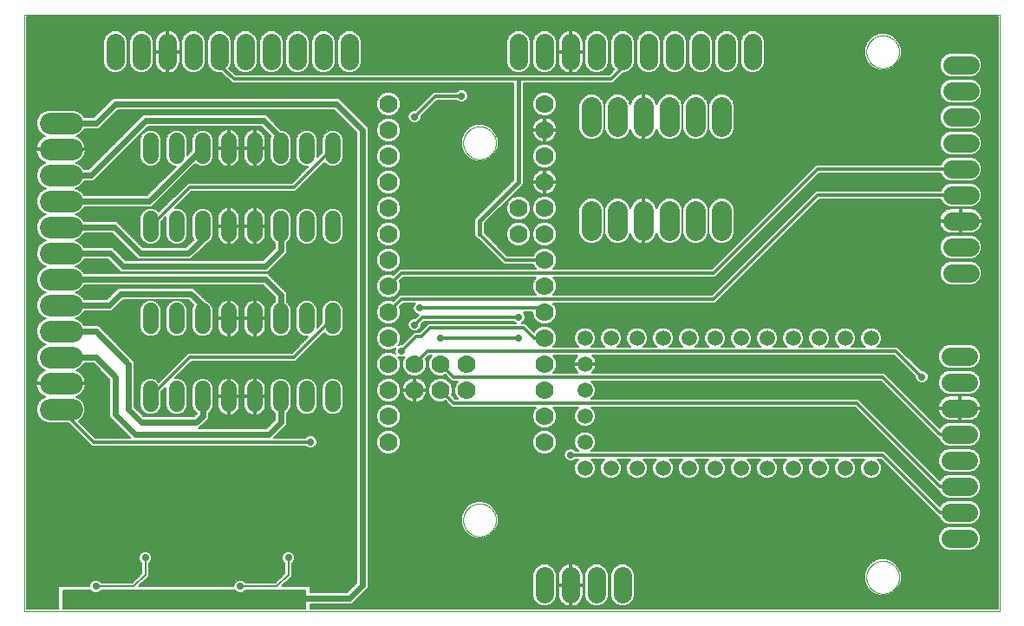
<source format=gbl>
G75*
%MOIN*%
%OFA0B0*%
%FSLAX25Y25*%
%IPPOS*%
%LPD*%
%AMOC8*
5,1,8,0,0,1.08239X$1,22.5*
%
%ADD10C,0.00000*%
%ADD11C,0.05937*%
%ADD12C,0.07000*%
%ADD13C,0.08268*%
%ADD14C,0.07000*%
%ADD15C,0.05937*%
%ADD16C,0.07677*%
%ADD17C,0.02900*%
%ADD18C,0.00600*%
%ADD19C,0.01200*%
%ADD20C,0.02400*%
%ADD21C,0.01600*%
D10*
X0001000Y0002050D02*
X0001000Y0231459D01*
X0376079Y0231459D01*
X0376079Y0002050D01*
X0001000Y0002050D01*
X0169701Y0037050D02*
X0169703Y0037208D01*
X0169709Y0037366D01*
X0169719Y0037524D01*
X0169733Y0037682D01*
X0169751Y0037839D01*
X0169772Y0037996D01*
X0169798Y0038152D01*
X0169828Y0038308D01*
X0169861Y0038463D01*
X0169899Y0038616D01*
X0169940Y0038769D01*
X0169985Y0038921D01*
X0170034Y0039072D01*
X0170087Y0039221D01*
X0170143Y0039369D01*
X0170203Y0039515D01*
X0170267Y0039660D01*
X0170335Y0039803D01*
X0170406Y0039945D01*
X0170480Y0040085D01*
X0170558Y0040222D01*
X0170640Y0040358D01*
X0170724Y0040492D01*
X0170813Y0040623D01*
X0170904Y0040752D01*
X0170999Y0040879D01*
X0171096Y0041004D01*
X0171197Y0041126D01*
X0171301Y0041245D01*
X0171408Y0041362D01*
X0171518Y0041476D01*
X0171631Y0041587D01*
X0171746Y0041696D01*
X0171864Y0041801D01*
X0171985Y0041903D01*
X0172108Y0042003D01*
X0172234Y0042099D01*
X0172362Y0042192D01*
X0172492Y0042282D01*
X0172625Y0042368D01*
X0172760Y0042452D01*
X0172896Y0042531D01*
X0173035Y0042608D01*
X0173176Y0042680D01*
X0173318Y0042750D01*
X0173462Y0042815D01*
X0173608Y0042877D01*
X0173755Y0042935D01*
X0173904Y0042990D01*
X0174054Y0043041D01*
X0174205Y0043088D01*
X0174357Y0043131D01*
X0174510Y0043170D01*
X0174665Y0043206D01*
X0174820Y0043237D01*
X0174976Y0043265D01*
X0175132Y0043289D01*
X0175289Y0043309D01*
X0175447Y0043325D01*
X0175604Y0043337D01*
X0175763Y0043345D01*
X0175921Y0043349D01*
X0176079Y0043349D01*
X0176237Y0043345D01*
X0176396Y0043337D01*
X0176553Y0043325D01*
X0176711Y0043309D01*
X0176868Y0043289D01*
X0177024Y0043265D01*
X0177180Y0043237D01*
X0177335Y0043206D01*
X0177490Y0043170D01*
X0177643Y0043131D01*
X0177795Y0043088D01*
X0177946Y0043041D01*
X0178096Y0042990D01*
X0178245Y0042935D01*
X0178392Y0042877D01*
X0178538Y0042815D01*
X0178682Y0042750D01*
X0178824Y0042680D01*
X0178965Y0042608D01*
X0179104Y0042531D01*
X0179240Y0042452D01*
X0179375Y0042368D01*
X0179508Y0042282D01*
X0179638Y0042192D01*
X0179766Y0042099D01*
X0179892Y0042003D01*
X0180015Y0041903D01*
X0180136Y0041801D01*
X0180254Y0041696D01*
X0180369Y0041587D01*
X0180482Y0041476D01*
X0180592Y0041362D01*
X0180699Y0041245D01*
X0180803Y0041126D01*
X0180904Y0041004D01*
X0181001Y0040879D01*
X0181096Y0040752D01*
X0181187Y0040623D01*
X0181276Y0040492D01*
X0181360Y0040358D01*
X0181442Y0040222D01*
X0181520Y0040085D01*
X0181594Y0039945D01*
X0181665Y0039803D01*
X0181733Y0039660D01*
X0181797Y0039515D01*
X0181857Y0039369D01*
X0181913Y0039221D01*
X0181966Y0039072D01*
X0182015Y0038921D01*
X0182060Y0038769D01*
X0182101Y0038616D01*
X0182139Y0038463D01*
X0182172Y0038308D01*
X0182202Y0038152D01*
X0182228Y0037996D01*
X0182249Y0037839D01*
X0182267Y0037682D01*
X0182281Y0037524D01*
X0182291Y0037366D01*
X0182297Y0037208D01*
X0182299Y0037050D01*
X0182297Y0036892D01*
X0182291Y0036734D01*
X0182281Y0036576D01*
X0182267Y0036418D01*
X0182249Y0036261D01*
X0182228Y0036104D01*
X0182202Y0035948D01*
X0182172Y0035792D01*
X0182139Y0035637D01*
X0182101Y0035484D01*
X0182060Y0035331D01*
X0182015Y0035179D01*
X0181966Y0035028D01*
X0181913Y0034879D01*
X0181857Y0034731D01*
X0181797Y0034585D01*
X0181733Y0034440D01*
X0181665Y0034297D01*
X0181594Y0034155D01*
X0181520Y0034015D01*
X0181442Y0033878D01*
X0181360Y0033742D01*
X0181276Y0033608D01*
X0181187Y0033477D01*
X0181096Y0033348D01*
X0181001Y0033221D01*
X0180904Y0033096D01*
X0180803Y0032974D01*
X0180699Y0032855D01*
X0180592Y0032738D01*
X0180482Y0032624D01*
X0180369Y0032513D01*
X0180254Y0032404D01*
X0180136Y0032299D01*
X0180015Y0032197D01*
X0179892Y0032097D01*
X0179766Y0032001D01*
X0179638Y0031908D01*
X0179508Y0031818D01*
X0179375Y0031732D01*
X0179240Y0031648D01*
X0179104Y0031569D01*
X0178965Y0031492D01*
X0178824Y0031420D01*
X0178682Y0031350D01*
X0178538Y0031285D01*
X0178392Y0031223D01*
X0178245Y0031165D01*
X0178096Y0031110D01*
X0177946Y0031059D01*
X0177795Y0031012D01*
X0177643Y0030969D01*
X0177490Y0030930D01*
X0177335Y0030894D01*
X0177180Y0030863D01*
X0177024Y0030835D01*
X0176868Y0030811D01*
X0176711Y0030791D01*
X0176553Y0030775D01*
X0176396Y0030763D01*
X0176237Y0030755D01*
X0176079Y0030751D01*
X0175921Y0030751D01*
X0175763Y0030755D01*
X0175604Y0030763D01*
X0175447Y0030775D01*
X0175289Y0030791D01*
X0175132Y0030811D01*
X0174976Y0030835D01*
X0174820Y0030863D01*
X0174665Y0030894D01*
X0174510Y0030930D01*
X0174357Y0030969D01*
X0174205Y0031012D01*
X0174054Y0031059D01*
X0173904Y0031110D01*
X0173755Y0031165D01*
X0173608Y0031223D01*
X0173462Y0031285D01*
X0173318Y0031350D01*
X0173176Y0031420D01*
X0173035Y0031492D01*
X0172896Y0031569D01*
X0172760Y0031648D01*
X0172625Y0031732D01*
X0172492Y0031818D01*
X0172362Y0031908D01*
X0172234Y0032001D01*
X0172108Y0032097D01*
X0171985Y0032197D01*
X0171864Y0032299D01*
X0171746Y0032404D01*
X0171631Y0032513D01*
X0171518Y0032624D01*
X0171408Y0032738D01*
X0171301Y0032855D01*
X0171197Y0032974D01*
X0171096Y0033096D01*
X0170999Y0033221D01*
X0170904Y0033348D01*
X0170813Y0033477D01*
X0170724Y0033608D01*
X0170640Y0033742D01*
X0170558Y0033878D01*
X0170480Y0034015D01*
X0170406Y0034155D01*
X0170335Y0034297D01*
X0170267Y0034440D01*
X0170203Y0034585D01*
X0170143Y0034731D01*
X0170087Y0034879D01*
X0170034Y0035028D01*
X0169985Y0035179D01*
X0169940Y0035331D01*
X0169899Y0035484D01*
X0169861Y0035637D01*
X0169828Y0035792D01*
X0169798Y0035948D01*
X0169772Y0036104D01*
X0169751Y0036261D01*
X0169733Y0036418D01*
X0169719Y0036576D01*
X0169709Y0036734D01*
X0169703Y0036892D01*
X0169701Y0037050D01*
X0324701Y0015050D02*
X0324703Y0015208D01*
X0324709Y0015366D01*
X0324719Y0015524D01*
X0324733Y0015682D01*
X0324751Y0015839D01*
X0324772Y0015996D01*
X0324798Y0016152D01*
X0324828Y0016308D01*
X0324861Y0016463D01*
X0324899Y0016616D01*
X0324940Y0016769D01*
X0324985Y0016921D01*
X0325034Y0017072D01*
X0325087Y0017221D01*
X0325143Y0017369D01*
X0325203Y0017515D01*
X0325267Y0017660D01*
X0325335Y0017803D01*
X0325406Y0017945D01*
X0325480Y0018085D01*
X0325558Y0018222D01*
X0325640Y0018358D01*
X0325724Y0018492D01*
X0325813Y0018623D01*
X0325904Y0018752D01*
X0325999Y0018879D01*
X0326096Y0019004D01*
X0326197Y0019126D01*
X0326301Y0019245D01*
X0326408Y0019362D01*
X0326518Y0019476D01*
X0326631Y0019587D01*
X0326746Y0019696D01*
X0326864Y0019801D01*
X0326985Y0019903D01*
X0327108Y0020003D01*
X0327234Y0020099D01*
X0327362Y0020192D01*
X0327492Y0020282D01*
X0327625Y0020368D01*
X0327760Y0020452D01*
X0327896Y0020531D01*
X0328035Y0020608D01*
X0328176Y0020680D01*
X0328318Y0020750D01*
X0328462Y0020815D01*
X0328608Y0020877D01*
X0328755Y0020935D01*
X0328904Y0020990D01*
X0329054Y0021041D01*
X0329205Y0021088D01*
X0329357Y0021131D01*
X0329510Y0021170D01*
X0329665Y0021206D01*
X0329820Y0021237D01*
X0329976Y0021265D01*
X0330132Y0021289D01*
X0330289Y0021309D01*
X0330447Y0021325D01*
X0330604Y0021337D01*
X0330763Y0021345D01*
X0330921Y0021349D01*
X0331079Y0021349D01*
X0331237Y0021345D01*
X0331396Y0021337D01*
X0331553Y0021325D01*
X0331711Y0021309D01*
X0331868Y0021289D01*
X0332024Y0021265D01*
X0332180Y0021237D01*
X0332335Y0021206D01*
X0332490Y0021170D01*
X0332643Y0021131D01*
X0332795Y0021088D01*
X0332946Y0021041D01*
X0333096Y0020990D01*
X0333245Y0020935D01*
X0333392Y0020877D01*
X0333538Y0020815D01*
X0333682Y0020750D01*
X0333824Y0020680D01*
X0333965Y0020608D01*
X0334104Y0020531D01*
X0334240Y0020452D01*
X0334375Y0020368D01*
X0334508Y0020282D01*
X0334638Y0020192D01*
X0334766Y0020099D01*
X0334892Y0020003D01*
X0335015Y0019903D01*
X0335136Y0019801D01*
X0335254Y0019696D01*
X0335369Y0019587D01*
X0335482Y0019476D01*
X0335592Y0019362D01*
X0335699Y0019245D01*
X0335803Y0019126D01*
X0335904Y0019004D01*
X0336001Y0018879D01*
X0336096Y0018752D01*
X0336187Y0018623D01*
X0336276Y0018492D01*
X0336360Y0018358D01*
X0336442Y0018222D01*
X0336520Y0018085D01*
X0336594Y0017945D01*
X0336665Y0017803D01*
X0336733Y0017660D01*
X0336797Y0017515D01*
X0336857Y0017369D01*
X0336913Y0017221D01*
X0336966Y0017072D01*
X0337015Y0016921D01*
X0337060Y0016769D01*
X0337101Y0016616D01*
X0337139Y0016463D01*
X0337172Y0016308D01*
X0337202Y0016152D01*
X0337228Y0015996D01*
X0337249Y0015839D01*
X0337267Y0015682D01*
X0337281Y0015524D01*
X0337291Y0015366D01*
X0337297Y0015208D01*
X0337299Y0015050D01*
X0337297Y0014892D01*
X0337291Y0014734D01*
X0337281Y0014576D01*
X0337267Y0014418D01*
X0337249Y0014261D01*
X0337228Y0014104D01*
X0337202Y0013948D01*
X0337172Y0013792D01*
X0337139Y0013637D01*
X0337101Y0013484D01*
X0337060Y0013331D01*
X0337015Y0013179D01*
X0336966Y0013028D01*
X0336913Y0012879D01*
X0336857Y0012731D01*
X0336797Y0012585D01*
X0336733Y0012440D01*
X0336665Y0012297D01*
X0336594Y0012155D01*
X0336520Y0012015D01*
X0336442Y0011878D01*
X0336360Y0011742D01*
X0336276Y0011608D01*
X0336187Y0011477D01*
X0336096Y0011348D01*
X0336001Y0011221D01*
X0335904Y0011096D01*
X0335803Y0010974D01*
X0335699Y0010855D01*
X0335592Y0010738D01*
X0335482Y0010624D01*
X0335369Y0010513D01*
X0335254Y0010404D01*
X0335136Y0010299D01*
X0335015Y0010197D01*
X0334892Y0010097D01*
X0334766Y0010001D01*
X0334638Y0009908D01*
X0334508Y0009818D01*
X0334375Y0009732D01*
X0334240Y0009648D01*
X0334104Y0009569D01*
X0333965Y0009492D01*
X0333824Y0009420D01*
X0333682Y0009350D01*
X0333538Y0009285D01*
X0333392Y0009223D01*
X0333245Y0009165D01*
X0333096Y0009110D01*
X0332946Y0009059D01*
X0332795Y0009012D01*
X0332643Y0008969D01*
X0332490Y0008930D01*
X0332335Y0008894D01*
X0332180Y0008863D01*
X0332024Y0008835D01*
X0331868Y0008811D01*
X0331711Y0008791D01*
X0331553Y0008775D01*
X0331396Y0008763D01*
X0331237Y0008755D01*
X0331079Y0008751D01*
X0330921Y0008751D01*
X0330763Y0008755D01*
X0330604Y0008763D01*
X0330447Y0008775D01*
X0330289Y0008791D01*
X0330132Y0008811D01*
X0329976Y0008835D01*
X0329820Y0008863D01*
X0329665Y0008894D01*
X0329510Y0008930D01*
X0329357Y0008969D01*
X0329205Y0009012D01*
X0329054Y0009059D01*
X0328904Y0009110D01*
X0328755Y0009165D01*
X0328608Y0009223D01*
X0328462Y0009285D01*
X0328318Y0009350D01*
X0328176Y0009420D01*
X0328035Y0009492D01*
X0327896Y0009569D01*
X0327760Y0009648D01*
X0327625Y0009732D01*
X0327492Y0009818D01*
X0327362Y0009908D01*
X0327234Y0010001D01*
X0327108Y0010097D01*
X0326985Y0010197D01*
X0326864Y0010299D01*
X0326746Y0010404D01*
X0326631Y0010513D01*
X0326518Y0010624D01*
X0326408Y0010738D01*
X0326301Y0010855D01*
X0326197Y0010974D01*
X0326096Y0011096D01*
X0325999Y0011221D01*
X0325904Y0011348D01*
X0325813Y0011477D01*
X0325724Y0011608D01*
X0325640Y0011742D01*
X0325558Y0011878D01*
X0325480Y0012015D01*
X0325406Y0012155D01*
X0325335Y0012297D01*
X0325267Y0012440D01*
X0325203Y0012585D01*
X0325143Y0012731D01*
X0325087Y0012879D01*
X0325034Y0013028D01*
X0324985Y0013179D01*
X0324940Y0013331D01*
X0324899Y0013484D01*
X0324861Y0013637D01*
X0324828Y0013792D01*
X0324798Y0013948D01*
X0324772Y0014104D01*
X0324751Y0014261D01*
X0324733Y0014418D01*
X0324719Y0014576D01*
X0324709Y0014734D01*
X0324703Y0014892D01*
X0324701Y0015050D01*
X0169701Y0182050D02*
X0169703Y0182208D01*
X0169709Y0182366D01*
X0169719Y0182524D01*
X0169733Y0182682D01*
X0169751Y0182839D01*
X0169772Y0182996D01*
X0169798Y0183152D01*
X0169828Y0183308D01*
X0169861Y0183463D01*
X0169899Y0183616D01*
X0169940Y0183769D01*
X0169985Y0183921D01*
X0170034Y0184072D01*
X0170087Y0184221D01*
X0170143Y0184369D01*
X0170203Y0184515D01*
X0170267Y0184660D01*
X0170335Y0184803D01*
X0170406Y0184945D01*
X0170480Y0185085D01*
X0170558Y0185222D01*
X0170640Y0185358D01*
X0170724Y0185492D01*
X0170813Y0185623D01*
X0170904Y0185752D01*
X0170999Y0185879D01*
X0171096Y0186004D01*
X0171197Y0186126D01*
X0171301Y0186245D01*
X0171408Y0186362D01*
X0171518Y0186476D01*
X0171631Y0186587D01*
X0171746Y0186696D01*
X0171864Y0186801D01*
X0171985Y0186903D01*
X0172108Y0187003D01*
X0172234Y0187099D01*
X0172362Y0187192D01*
X0172492Y0187282D01*
X0172625Y0187368D01*
X0172760Y0187452D01*
X0172896Y0187531D01*
X0173035Y0187608D01*
X0173176Y0187680D01*
X0173318Y0187750D01*
X0173462Y0187815D01*
X0173608Y0187877D01*
X0173755Y0187935D01*
X0173904Y0187990D01*
X0174054Y0188041D01*
X0174205Y0188088D01*
X0174357Y0188131D01*
X0174510Y0188170D01*
X0174665Y0188206D01*
X0174820Y0188237D01*
X0174976Y0188265D01*
X0175132Y0188289D01*
X0175289Y0188309D01*
X0175447Y0188325D01*
X0175604Y0188337D01*
X0175763Y0188345D01*
X0175921Y0188349D01*
X0176079Y0188349D01*
X0176237Y0188345D01*
X0176396Y0188337D01*
X0176553Y0188325D01*
X0176711Y0188309D01*
X0176868Y0188289D01*
X0177024Y0188265D01*
X0177180Y0188237D01*
X0177335Y0188206D01*
X0177490Y0188170D01*
X0177643Y0188131D01*
X0177795Y0188088D01*
X0177946Y0188041D01*
X0178096Y0187990D01*
X0178245Y0187935D01*
X0178392Y0187877D01*
X0178538Y0187815D01*
X0178682Y0187750D01*
X0178824Y0187680D01*
X0178965Y0187608D01*
X0179104Y0187531D01*
X0179240Y0187452D01*
X0179375Y0187368D01*
X0179508Y0187282D01*
X0179638Y0187192D01*
X0179766Y0187099D01*
X0179892Y0187003D01*
X0180015Y0186903D01*
X0180136Y0186801D01*
X0180254Y0186696D01*
X0180369Y0186587D01*
X0180482Y0186476D01*
X0180592Y0186362D01*
X0180699Y0186245D01*
X0180803Y0186126D01*
X0180904Y0186004D01*
X0181001Y0185879D01*
X0181096Y0185752D01*
X0181187Y0185623D01*
X0181276Y0185492D01*
X0181360Y0185358D01*
X0181442Y0185222D01*
X0181520Y0185085D01*
X0181594Y0184945D01*
X0181665Y0184803D01*
X0181733Y0184660D01*
X0181797Y0184515D01*
X0181857Y0184369D01*
X0181913Y0184221D01*
X0181966Y0184072D01*
X0182015Y0183921D01*
X0182060Y0183769D01*
X0182101Y0183616D01*
X0182139Y0183463D01*
X0182172Y0183308D01*
X0182202Y0183152D01*
X0182228Y0182996D01*
X0182249Y0182839D01*
X0182267Y0182682D01*
X0182281Y0182524D01*
X0182291Y0182366D01*
X0182297Y0182208D01*
X0182299Y0182050D01*
X0182297Y0181892D01*
X0182291Y0181734D01*
X0182281Y0181576D01*
X0182267Y0181418D01*
X0182249Y0181261D01*
X0182228Y0181104D01*
X0182202Y0180948D01*
X0182172Y0180792D01*
X0182139Y0180637D01*
X0182101Y0180484D01*
X0182060Y0180331D01*
X0182015Y0180179D01*
X0181966Y0180028D01*
X0181913Y0179879D01*
X0181857Y0179731D01*
X0181797Y0179585D01*
X0181733Y0179440D01*
X0181665Y0179297D01*
X0181594Y0179155D01*
X0181520Y0179015D01*
X0181442Y0178878D01*
X0181360Y0178742D01*
X0181276Y0178608D01*
X0181187Y0178477D01*
X0181096Y0178348D01*
X0181001Y0178221D01*
X0180904Y0178096D01*
X0180803Y0177974D01*
X0180699Y0177855D01*
X0180592Y0177738D01*
X0180482Y0177624D01*
X0180369Y0177513D01*
X0180254Y0177404D01*
X0180136Y0177299D01*
X0180015Y0177197D01*
X0179892Y0177097D01*
X0179766Y0177001D01*
X0179638Y0176908D01*
X0179508Y0176818D01*
X0179375Y0176732D01*
X0179240Y0176648D01*
X0179104Y0176569D01*
X0178965Y0176492D01*
X0178824Y0176420D01*
X0178682Y0176350D01*
X0178538Y0176285D01*
X0178392Y0176223D01*
X0178245Y0176165D01*
X0178096Y0176110D01*
X0177946Y0176059D01*
X0177795Y0176012D01*
X0177643Y0175969D01*
X0177490Y0175930D01*
X0177335Y0175894D01*
X0177180Y0175863D01*
X0177024Y0175835D01*
X0176868Y0175811D01*
X0176711Y0175791D01*
X0176553Y0175775D01*
X0176396Y0175763D01*
X0176237Y0175755D01*
X0176079Y0175751D01*
X0175921Y0175751D01*
X0175763Y0175755D01*
X0175604Y0175763D01*
X0175447Y0175775D01*
X0175289Y0175791D01*
X0175132Y0175811D01*
X0174976Y0175835D01*
X0174820Y0175863D01*
X0174665Y0175894D01*
X0174510Y0175930D01*
X0174357Y0175969D01*
X0174205Y0176012D01*
X0174054Y0176059D01*
X0173904Y0176110D01*
X0173755Y0176165D01*
X0173608Y0176223D01*
X0173462Y0176285D01*
X0173318Y0176350D01*
X0173176Y0176420D01*
X0173035Y0176492D01*
X0172896Y0176569D01*
X0172760Y0176648D01*
X0172625Y0176732D01*
X0172492Y0176818D01*
X0172362Y0176908D01*
X0172234Y0177001D01*
X0172108Y0177097D01*
X0171985Y0177197D01*
X0171864Y0177299D01*
X0171746Y0177404D01*
X0171631Y0177513D01*
X0171518Y0177624D01*
X0171408Y0177738D01*
X0171301Y0177855D01*
X0171197Y0177974D01*
X0171096Y0178096D01*
X0170999Y0178221D01*
X0170904Y0178348D01*
X0170813Y0178477D01*
X0170724Y0178608D01*
X0170640Y0178742D01*
X0170558Y0178878D01*
X0170480Y0179015D01*
X0170406Y0179155D01*
X0170335Y0179297D01*
X0170267Y0179440D01*
X0170203Y0179585D01*
X0170143Y0179731D01*
X0170087Y0179879D01*
X0170034Y0180028D01*
X0169985Y0180179D01*
X0169940Y0180331D01*
X0169899Y0180484D01*
X0169861Y0180637D01*
X0169828Y0180792D01*
X0169798Y0180948D01*
X0169772Y0181104D01*
X0169751Y0181261D01*
X0169733Y0181418D01*
X0169719Y0181576D01*
X0169709Y0181734D01*
X0169703Y0181892D01*
X0169701Y0182050D01*
X0324701Y0217050D02*
X0324703Y0217208D01*
X0324709Y0217366D01*
X0324719Y0217524D01*
X0324733Y0217682D01*
X0324751Y0217839D01*
X0324772Y0217996D01*
X0324798Y0218152D01*
X0324828Y0218308D01*
X0324861Y0218463D01*
X0324899Y0218616D01*
X0324940Y0218769D01*
X0324985Y0218921D01*
X0325034Y0219072D01*
X0325087Y0219221D01*
X0325143Y0219369D01*
X0325203Y0219515D01*
X0325267Y0219660D01*
X0325335Y0219803D01*
X0325406Y0219945D01*
X0325480Y0220085D01*
X0325558Y0220222D01*
X0325640Y0220358D01*
X0325724Y0220492D01*
X0325813Y0220623D01*
X0325904Y0220752D01*
X0325999Y0220879D01*
X0326096Y0221004D01*
X0326197Y0221126D01*
X0326301Y0221245D01*
X0326408Y0221362D01*
X0326518Y0221476D01*
X0326631Y0221587D01*
X0326746Y0221696D01*
X0326864Y0221801D01*
X0326985Y0221903D01*
X0327108Y0222003D01*
X0327234Y0222099D01*
X0327362Y0222192D01*
X0327492Y0222282D01*
X0327625Y0222368D01*
X0327760Y0222452D01*
X0327896Y0222531D01*
X0328035Y0222608D01*
X0328176Y0222680D01*
X0328318Y0222750D01*
X0328462Y0222815D01*
X0328608Y0222877D01*
X0328755Y0222935D01*
X0328904Y0222990D01*
X0329054Y0223041D01*
X0329205Y0223088D01*
X0329357Y0223131D01*
X0329510Y0223170D01*
X0329665Y0223206D01*
X0329820Y0223237D01*
X0329976Y0223265D01*
X0330132Y0223289D01*
X0330289Y0223309D01*
X0330447Y0223325D01*
X0330604Y0223337D01*
X0330763Y0223345D01*
X0330921Y0223349D01*
X0331079Y0223349D01*
X0331237Y0223345D01*
X0331396Y0223337D01*
X0331553Y0223325D01*
X0331711Y0223309D01*
X0331868Y0223289D01*
X0332024Y0223265D01*
X0332180Y0223237D01*
X0332335Y0223206D01*
X0332490Y0223170D01*
X0332643Y0223131D01*
X0332795Y0223088D01*
X0332946Y0223041D01*
X0333096Y0222990D01*
X0333245Y0222935D01*
X0333392Y0222877D01*
X0333538Y0222815D01*
X0333682Y0222750D01*
X0333824Y0222680D01*
X0333965Y0222608D01*
X0334104Y0222531D01*
X0334240Y0222452D01*
X0334375Y0222368D01*
X0334508Y0222282D01*
X0334638Y0222192D01*
X0334766Y0222099D01*
X0334892Y0222003D01*
X0335015Y0221903D01*
X0335136Y0221801D01*
X0335254Y0221696D01*
X0335369Y0221587D01*
X0335482Y0221476D01*
X0335592Y0221362D01*
X0335699Y0221245D01*
X0335803Y0221126D01*
X0335904Y0221004D01*
X0336001Y0220879D01*
X0336096Y0220752D01*
X0336187Y0220623D01*
X0336276Y0220492D01*
X0336360Y0220358D01*
X0336442Y0220222D01*
X0336520Y0220085D01*
X0336594Y0219945D01*
X0336665Y0219803D01*
X0336733Y0219660D01*
X0336797Y0219515D01*
X0336857Y0219369D01*
X0336913Y0219221D01*
X0336966Y0219072D01*
X0337015Y0218921D01*
X0337060Y0218769D01*
X0337101Y0218616D01*
X0337139Y0218463D01*
X0337172Y0218308D01*
X0337202Y0218152D01*
X0337228Y0217996D01*
X0337249Y0217839D01*
X0337267Y0217682D01*
X0337281Y0217524D01*
X0337291Y0217366D01*
X0337297Y0217208D01*
X0337299Y0217050D01*
X0337297Y0216892D01*
X0337291Y0216734D01*
X0337281Y0216576D01*
X0337267Y0216418D01*
X0337249Y0216261D01*
X0337228Y0216104D01*
X0337202Y0215948D01*
X0337172Y0215792D01*
X0337139Y0215637D01*
X0337101Y0215484D01*
X0337060Y0215331D01*
X0337015Y0215179D01*
X0336966Y0215028D01*
X0336913Y0214879D01*
X0336857Y0214731D01*
X0336797Y0214585D01*
X0336733Y0214440D01*
X0336665Y0214297D01*
X0336594Y0214155D01*
X0336520Y0214015D01*
X0336442Y0213878D01*
X0336360Y0213742D01*
X0336276Y0213608D01*
X0336187Y0213477D01*
X0336096Y0213348D01*
X0336001Y0213221D01*
X0335904Y0213096D01*
X0335803Y0212974D01*
X0335699Y0212855D01*
X0335592Y0212738D01*
X0335482Y0212624D01*
X0335369Y0212513D01*
X0335254Y0212404D01*
X0335136Y0212299D01*
X0335015Y0212197D01*
X0334892Y0212097D01*
X0334766Y0212001D01*
X0334638Y0211908D01*
X0334508Y0211818D01*
X0334375Y0211732D01*
X0334240Y0211648D01*
X0334104Y0211569D01*
X0333965Y0211492D01*
X0333824Y0211420D01*
X0333682Y0211350D01*
X0333538Y0211285D01*
X0333392Y0211223D01*
X0333245Y0211165D01*
X0333096Y0211110D01*
X0332946Y0211059D01*
X0332795Y0211012D01*
X0332643Y0210969D01*
X0332490Y0210930D01*
X0332335Y0210894D01*
X0332180Y0210863D01*
X0332024Y0210835D01*
X0331868Y0210811D01*
X0331711Y0210791D01*
X0331553Y0210775D01*
X0331396Y0210763D01*
X0331237Y0210755D01*
X0331079Y0210751D01*
X0330921Y0210751D01*
X0330763Y0210755D01*
X0330604Y0210763D01*
X0330447Y0210775D01*
X0330289Y0210791D01*
X0330132Y0210811D01*
X0329976Y0210835D01*
X0329820Y0210863D01*
X0329665Y0210894D01*
X0329510Y0210930D01*
X0329357Y0210969D01*
X0329205Y0211012D01*
X0329054Y0211059D01*
X0328904Y0211110D01*
X0328755Y0211165D01*
X0328608Y0211223D01*
X0328462Y0211285D01*
X0328318Y0211350D01*
X0328176Y0211420D01*
X0328035Y0211492D01*
X0327896Y0211569D01*
X0327760Y0211648D01*
X0327625Y0211732D01*
X0327492Y0211818D01*
X0327362Y0211908D01*
X0327234Y0212001D01*
X0327108Y0212097D01*
X0326985Y0212197D01*
X0326864Y0212299D01*
X0326746Y0212404D01*
X0326631Y0212513D01*
X0326518Y0212624D01*
X0326408Y0212738D01*
X0326301Y0212855D01*
X0326197Y0212974D01*
X0326096Y0213096D01*
X0325999Y0213221D01*
X0325904Y0213348D01*
X0325813Y0213477D01*
X0325724Y0213608D01*
X0325640Y0213742D01*
X0325558Y0213878D01*
X0325480Y0214015D01*
X0325406Y0214155D01*
X0325335Y0214297D01*
X0325267Y0214440D01*
X0325203Y0214585D01*
X0325143Y0214731D01*
X0325087Y0214879D01*
X0325034Y0215028D01*
X0324985Y0215179D01*
X0324940Y0215331D01*
X0324899Y0215484D01*
X0324861Y0215637D01*
X0324828Y0215792D01*
X0324798Y0215948D01*
X0324772Y0216104D01*
X0324751Y0216261D01*
X0324733Y0216418D01*
X0324719Y0216576D01*
X0324709Y0216734D01*
X0324703Y0216892D01*
X0324701Y0217050D01*
D11*
X0119500Y0183019D02*
X0119500Y0177081D01*
X0109500Y0177081D02*
X0109500Y0183019D01*
X0099500Y0183019D02*
X0099500Y0177081D01*
X0089500Y0177081D02*
X0089500Y0183019D01*
X0079500Y0183019D02*
X0079500Y0177081D01*
X0069500Y0177081D02*
X0069500Y0183019D01*
X0059500Y0183019D02*
X0059500Y0177081D01*
X0049500Y0177081D02*
X0049500Y0183019D01*
X0049500Y0153019D02*
X0049500Y0147081D01*
X0059500Y0147081D02*
X0059500Y0153019D01*
X0069500Y0153019D02*
X0069500Y0147081D01*
X0079500Y0147081D02*
X0079500Y0153019D01*
X0089500Y0153019D02*
X0089500Y0147081D01*
X0099500Y0147081D02*
X0099500Y0153019D01*
X0109500Y0153019D02*
X0109500Y0147081D01*
X0119500Y0147081D02*
X0119500Y0153019D01*
X0119500Y0117519D02*
X0119500Y0111581D01*
X0109500Y0111581D02*
X0109500Y0117519D01*
X0099500Y0117519D02*
X0099500Y0111581D01*
X0089500Y0111581D02*
X0089500Y0117519D01*
X0079500Y0117519D02*
X0079500Y0111581D01*
X0069500Y0111581D02*
X0069500Y0117519D01*
X0059500Y0117519D02*
X0059500Y0111581D01*
X0049500Y0111581D02*
X0049500Y0117519D01*
X0049500Y0087519D02*
X0049500Y0081581D01*
X0059500Y0081581D02*
X0059500Y0087519D01*
X0069500Y0087519D02*
X0069500Y0081581D01*
X0079500Y0081581D02*
X0079500Y0087519D01*
X0089500Y0087519D02*
X0089500Y0081581D01*
X0099500Y0081581D02*
X0099500Y0087519D01*
X0109500Y0087519D02*
X0109500Y0081581D01*
X0119500Y0081581D02*
X0119500Y0087519D01*
D12*
X0141000Y0087050D03*
X0151000Y0087050D03*
X0161000Y0087050D03*
X0171000Y0087050D03*
X0171000Y0097050D03*
X0161000Y0097050D03*
X0151000Y0097050D03*
X0141000Y0097050D03*
X0141000Y0107050D03*
X0141000Y0117050D03*
X0141000Y0127050D03*
X0141000Y0137050D03*
X0141000Y0147050D03*
X0141000Y0157050D03*
X0141000Y0167050D03*
X0141000Y0177050D03*
X0141000Y0187050D03*
X0141000Y0197050D03*
X0201000Y0197050D03*
X0201000Y0187050D03*
X0201000Y0177050D03*
X0201000Y0167050D03*
X0201000Y0157050D03*
X0191000Y0157050D03*
X0191000Y0147050D03*
X0201000Y0147050D03*
X0201000Y0137050D03*
X0201000Y0127050D03*
X0201000Y0117050D03*
X0201000Y0107050D03*
X0201000Y0097050D03*
X0201000Y0087050D03*
X0201000Y0077050D03*
X0201000Y0067050D03*
X0141000Y0067050D03*
X0141000Y0077050D03*
D13*
X0019134Y0079550D02*
X0010866Y0079550D01*
X0010866Y0089550D02*
X0019134Y0089550D01*
X0019134Y0099550D02*
X0010866Y0099550D01*
X0010866Y0109550D02*
X0019134Y0109550D01*
X0019134Y0119550D02*
X0010866Y0119550D01*
X0010866Y0129550D02*
X0019134Y0129550D01*
X0019134Y0139550D02*
X0010866Y0139550D01*
X0010866Y0149550D02*
X0019134Y0149550D01*
X0019134Y0159550D02*
X0010866Y0159550D01*
X0010866Y0169550D02*
X0019134Y0169550D01*
X0019134Y0179550D02*
X0010866Y0179550D01*
X0010866Y0189550D02*
X0019134Y0189550D01*
D14*
X0036000Y0213550D02*
X0036000Y0220550D01*
X0046000Y0220550D02*
X0046000Y0213550D01*
X0056000Y0213550D02*
X0056000Y0220550D01*
X0066000Y0220550D02*
X0066000Y0213550D01*
X0076000Y0213550D02*
X0076000Y0220550D01*
X0086000Y0220550D02*
X0086000Y0213550D01*
X0096000Y0213550D02*
X0096000Y0220550D01*
X0106000Y0220550D02*
X0106000Y0213550D01*
X0116000Y0213550D02*
X0116000Y0220550D01*
X0126000Y0220550D02*
X0126000Y0213550D01*
X0191000Y0213550D02*
X0191000Y0220550D01*
X0201000Y0220550D02*
X0201000Y0213550D01*
X0211000Y0213550D02*
X0211000Y0220550D01*
X0221000Y0220550D02*
X0221000Y0213550D01*
X0231000Y0213550D02*
X0231000Y0220550D01*
X0241000Y0220550D02*
X0241000Y0213550D01*
X0251000Y0213550D02*
X0251000Y0220550D01*
X0261000Y0220550D02*
X0261000Y0213550D01*
X0271000Y0213550D02*
X0271000Y0220550D01*
X0281000Y0220550D02*
X0281000Y0213550D01*
X0357500Y0212050D02*
X0364500Y0212050D01*
X0364500Y0202050D02*
X0357500Y0202050D01*
X0357500Y0192050D02*
X0364500Y0192050D01*
X0364500Y0182050D02*
X0357500Y0182050D01*
X0357500Y0172050D02*
X0364500Y0172050D01*
X0364500Y0162050D02*
X0357500Y0162050D01*
X0357500Y0152050D02*
X0364500Y0152050D01*
X0364500Y0142050D02*
X0357500Y0142050D01*
X0357500Y0132050D02*
X0364500Y0132050D01*
X0364000Y0100050D02*
X0357000Y0100050D01*
X0357000Y0090050D02*
X0364000Y0090050D01*
X0364000Y0080050D02*
X0357000Y0080050D01*
X0357000Y0070050D02*
X0364000Y0070050D01*
X0364000Y0060050D02*
X0357000Y0060050D01*
X0357000Y0050050D02*
X0364000Y0050050D01*
X0364000Y0040050D02*
X0357000Y0040050D01*
X0357000Y0030050D02*
X0364000Y0030050D01*
X0231000Y0015550D02*
X0231000Y0008550D01*
X0221000Y0008550D02*
X0221000Y0015550D01*
X0211000Y0015550D02*
X0211000Y0008550D01*
X0201000Y0008550D02*
X0201000Y0015550D01*
D15*
X0216500Y0057050D03*
X0226500Y0057050D03*
X0236500Y0057050D03*
X0246500Y0057050D03*
X0256500Y0057050D03*
X0266500Y0057050D03*
X0276500Y0057050D03*
X0286500Y0057050D03*
X0296500Y0057050D03*
X0306500Y0057050D03*
X0316500Y0057050D03*
X0326500Y0057050D03*
X0326500Y0107050D03*
X0316500Y0107050D03*
X0306500Y0107050D03*
X0296500Y0107050D03*
X0286500Y0107050D03*
X0276500Y0107050D03*
X0266500Y0107050D03*
X0256500Y0107050D03*
X0246500Y0107050D03*
X0236500Y0107050D03*
X0226500Y0107050D03*
X0216500Y0107050D03*
X0216500Y0097050D03*
X0216500Y0087050D03*
X0216500Y0077050D03*
X0216500Y0067050D03*
D16*
X0219000Y0148211D02*
X0219000Y0155889D01*
X0229000Y0155889D02*
X0229000Y0148211D01*
X0239000Y0148211D02*
X0239000Y0155889D01*
X0249000Y0155889D02*
X0249000Y0148211D01*
X0259000Y0148211D02*
X0259000Y0155889D01*
X0269000Y0155889D02*
X0269000Y0148211D01*
X0269000Y0188211D02*
X0269000Y0195889D01*
X0259000Y0195889D02*
X0259000Y0188211D01*
X0249000Y0188211D02*
X0249000Y0195889D01*
X0239000Y0195889D02*
X0239000Y0188211D01*
X0229000Y0188211D02*
X0229000Y0195889D01*
X0219000Y0195889D02*
X0219000Y0188211D01*
D17*
X0169000Y0200050D03*
X0151000Y0192050D03*
X0153000Y0118550D03*
X0151000Y0112050D03*
X0161000Y0107050D03*
X0146000Y0102050D03*
X0191000Y0107050D03*
X0191000Y0115050D03*
X0111000Y0067050D03*
X0076000Y0038050D03*
X0072500Y0038050D03*
X0069000Y0038050D03*
X0065500Y0038050D03*
X0065500Y0034550D03*
X0069000Y0034550D03*
X0072500Y0034550D03*
X0076000Y0034550D03*
X0091500Y0022550D03*
X0091500Y0019550D03*
X0094500Y0019550D03*
X0094500Y0022550D03*
X0102500Y0022550D03*
X0084000Y0011550D03*
X0082500Y0008050D03*
X0079500Y0008050D03*
X0079500Y0005050D03*
X0082500Y0005050D03*
X0085500Y0005050D03*
X0085500Y0008050D03*
X0076500Y0008050D03*
X0076500Y0005050D03*
X0047500Y0022550D03*
X0039500Y0022550D03*
X0039500Y0019550D03*
X0036500Y0019550D03*
X0036500Y0022550D03*
X0028500Y0011550D03*
X0027500Y0008050D03*
X0027500Y0005050D03*
X0024500Y0005050D03*
X0024500Y0008050D03*
X0021500Y0008050D03*
X0021500Y0005050D03*
X0030500Y0005050D03*
X0030500Y0008050D03*
X0021000Y0034550D03*
X0017500Y0034550D03*
X0014000Y0034550D03*
X0010500Y0034550D03*
X0010500Y0038050D03*
X0014000Y0038050D03*
X0017500Y0038050D03*
X0021000Y0038050D03*
X0211000Y0062050D03*
X0346000Y0092050D03*
D18*
X0347020Y0094395D02*
X0355452Y0094395D01*
X0356084Y0094657D02*
X0354390Y0093956D01*
X0353094Y0092660D01*
X0352393Y0090966D01*
X0352393Y0089134D01*
X0353094Y0087440D01*
X0354390Y0086144D01*
X0356084Y0085443D01*
X0364916Y0085443D01*
X0366610Y0086144D01*
X0367906Y0087440D01*
X0368607Y0089134D01*
X0368607Y0090966D01*
X0367906Y0092660D01*
X0366610Y0093956D01*
X0364916Y0094657D01*
X0356084Y0094657D01*
X0356084Y0095443D02*
X0354390Y0096144D01*
X0353094Y0097440D01*
X0352393Y0099134D01*
X0352393Y0100966D01*
X0353094Y0102660D01*
X0354390Y0103956D01*
X0356084Y0104657D01*
X0364916Y0104657D01*
X0366610Y0103956D01*
X0367906Y0102660D01*
X0368607Y0100966D01*
X0368607Y0099134D01*
X0367906Y0097440D01*
X0366610Y0096144D01*
X0364916Y0095443D01*
X0356084Y0095443D01*
X0355723Y0095592D02*
X0344872Y0095592D01*
X0345470Y0094994D02*
X0375179Y0094994D01*
X0375179Y0095592D02*
X0365277Y0095592D01*
X0365548Y0094395D02*
X0375179Y0094395D01*
X0375179Y0093797D02*
X0366768Y0093797D01*
X0367367Y0093198D02*
X0375179Y0093198D01*
X0375179Y0092600D02*
X0367930Y0092600D01*
X0368178Y0092001D02*
X0375179Y0092001D01*
X0375179Y0091403D02*
X0368426Y0091403D01*
X0368607Y0090804D02*
X0375179Y0090804D01*
X0375179Y0090206D02*
X0368607Y0090206D01*
X0368607Y0089607D02*
X0375179Y0089607D01*
X0375179Y0089009D02*
X0368555Y0089009D01*
X0368307Y0088410D02*
X0375179Y0088410D01*
X0375179Y0087812D02*
X0368060Y0087812D01*
X0367679Y0087213D02*
X0375179Y0087213D01*
X0375179Y0086615D02*
X0367080Y0086615D01*
X0366301Y0086016D02*
X0375179Y0086016D01*
X0375179Y0085418D02*
X0340046Y0085418D01*
X0339448Y0086016D02*
X0354699Y0086016D01*
X0353920Y0086615D02*
X0338849Y0086615D01*
X0338251Y0087213D02*
X0353321Y0087213D01*
X0352940Y0087812D02*
X0337652Y0087812D01*
X0337054Y0088410D02*
X0352692Y0088410D01*
X0352445Y0089009D02*
X0336455Y0089009D01*
X0335857Y0089607D02*
X0345215Y0089607D01*
X0345491Y0089493D02*
X0346509Y0089493D01*
X0347448Y0089882D01*
X0348168Y0090602D01*
X0348557Y0091541D01*
X0348557Y0092559D01*
X0348168Y0093498D01*
X0347448Y0094218D01*
X0346509Y0094607D01*
X0345857Y0094607D01*
X0336707Y0103757D01*
X0328971Y0103757D01*
X0329955Y0104741D01*
X0330576Y0106239D01*
X0330576Y0107861D01*
X0329955Y0109359D01*
X0328809Y0110505D01*
X0327311Y0111126D01*
X0325689Y0111126D01*
X0324191Y0110505D01*
X0323045Y0109359D01*
X0322424Y0107861D01*
X0322424Y0106239D01*
X0323045Y0104741D01*
X0324029Y0103757D01*
X0318971Y0103757D01*
X0319955Y0104741D01*
X0320576Y0106239D01*
X0320576Y0107861D01*
X0319955Y0109359D01*
X0318809Y0110505D01*
X0317311Y0111126D01*
X0315689Y0111126D01*
X0314191Y0110505D01*
X0313045Y0109359D01*
X0312424Y0107861D01*
X0312424Y0106239D01*
X0313045Y0104741D01*
X0314029Y0103757D01*
X0308971Y0103757D01*
X0309955Y0104741D01*
X0310576Y0106239D01*
X0310576Y0107861D01*
X0309955Y0109359D01*
X0308809Y0110505D01*
X0307311Y0111126D01*
X0305689Y0111126D01*
X0304191Y0110505D01*
X0303045Y0109359D01*
X0302424Y0107861D01*
X0302424Y0106239D01*
X0303045Y0104741D01*
X0304029Y0103757D01*
X0298971Y0103757D01*
X0299955Y0104741D01*
X0300576Y0106239D01*
X0300576Y0107861D01*
X0299955Y0109359D01*
X0298809Y0110505D01*
X0297311Y0111126D01*
X0295689Y0111126D01*
X0294191Y0110505D01*
X0293045Y0109359D01*
X0292424Y0107861D01*
X0292424Y0106239D01*
X0293045Y0104741D01*
X0294029Y0103757D01*
X0288971Y0103757D01*
X0289955Y0104741D01*
X0290576Y0106239D01*
X0290576Y0107861D01*
X0289955Y0109359D01*
X0288809Y0110505D01*
X0287311Y0111126D01*
X0285689Y0111126D01*
X0284191Y0110505D01*
X0283045Y0109359D01*
X0282424Y0107861D01*
X0282424Y0106239D01*
X0283045Y0104741D01*
X0284029Y0103757D01*
X0278971Y0103757D01*
X0279955Y0104741D01*
X0280576Y0106239D01*
X0280576Y0107861D01*
X0279955Y0109359D01*
X0278809Y0110505D01*
X0277311Y0111126D01*
X0275689Y0111126D01*
X0274191Y0110505D01*
X0273045Y0109359D01*
X0272424Y0107861D01*
X0272424Y0106239D01*
X0273045Y0104741D01*
X0274029Y0103757D01*
X0268971Y0103757D01*
X0269955Y0104741D01*
X0270576Y0106239D01*
X0270576Y0107861D01*
X0269955Y0109359D01*
X0268809Y0110505D01*
X0267311Y0111126D01*
X0265689Y0111126D01*
X0264191Y0110505D01*
X0263045Y0109359D01*
X0262424Y0107861D01*
X0262424Y0106239D01*
X0263045Y0104741D01*
X0264029Y0103757D01*
X0258971Y0103757D01*
X0259955Y0104741D01*
X0260576Y0106239D01*
X0260576Y0107861D01*
X0259955Y0109359D01*
X0258809Y0110505D01*
X0257311Y0111126D01*
X0255689Y0111126D01*
X0254191Y0110505D01*
X0253045Y0109359D01*
X0252424Y0107861D01*
X0252424Y0106239D01*
X0253045Y0104741D01*
X0254029Y0103757D01*
X0248971Y0103757D01*
X0249955Y0104741D01*
X0250576Y0106239D01*
X0250576Y0107861D01*
X0249955Y0109359D01*
X0248809Y0110505D01*
X0247311Y0111126D01*
X0245689Y0111126D01*
X0244191Y0110505D01*
X0243045Y0109359D01*
X0242424Y0107861D01*
X0242424Y0106239D01*
X0243045Y0104741D01*
X0244029Y0103757D01*
X0238971Y0103757D01*
X0239955Y0104741D01*
X0240576Y0106239D01*
X0240576Y0107861D01*
X0239955Y0109359D01*
X0238809Y0110505D01*
X0237311Y0111126D01*
X0235689Y0111126D01*
X0234191Y0110505D01*
X0233045Y0109359D01*
X0232424Y0107861D01*
X0232424Y0106239D01*
X0233045Y0104741D01*
X0234029Y0103757D01*
X0228971Y0103757D01*
X0229955Y0104741D01*
X0230576Y0106239D01*
X0230576Y0107861D01*
X0229955Y0109359D01*
X0228809Y0110505D01*
X0227311Y0111126D01*
X0225689Y0111126D01*
X0224191Y0110505D01*
X0223045Y0109359D01*
X0222424Y0107861D01*
X0222424Y0106239D01*
X0223045Y0104741D01*
X0224029Y0103757D01*
X0218971Y0103757D01*
X0219955Y0104741D01*
X0220576Y0106239D01*
X0220576Y0107861D01*
X0219955Y0109359D01*
X0218809Y0110505D01*
X0217311Y0111126D01*
X0215689Y0111126D01*
X0214191Y0110505D01*
X0213045Y0109359D01*
X0212424Y0107861D01*
X0212424Y0106239D01*
X0213045Y0104741D01*
X0214029Y0103757D01*
X0204222Y0103757D01*
X0204906Y0104440D01*
X0205607Y0106134D01*
X0205607Y0107966D01*
X0204906Y0109660D01*
X0203610Y0110956D01*
X0201916Y0111657D01*
X0200084Y0111657D01*
X0198390Y0110956D01*
X0197094Y0109660D01*
X0197009Y0109455D01*
X0193707Y0112757D01*
X0192146Y0112757D01*
X0192448Y0112882D01*
X0193168Y0113602D01*
X0193557Y0114541D01*
X0193557Y0115559D01*
X0193168Y0116498D01*
X0192823Y0116843D01*
X0196393Y0116843D01*
X0196393Y0116134D01*
X0197094Y0114440D01*
X0198390Y0113144D01*
X0200084Y0112443D01*
X0201916Y0112443D01*
X0203610Y0113144D01*
X0204906Y0114440D01*
X0205607Y0116134D01*
X0205607Y0117966D01*
X0204906Y0119660D01*
X0204222Y0120343D01*
X0266707Y0120343D01*
X0306707Y0160343D01*
X0353220Y0160343D01*
X0353594Y0159440D01*
X0354890Y0158144D01*
X0356584Y0157443D01*
X0365416Y0157443D01*
X0367110Y0158144D01*
X0368406Y0159440D01*
X0369107Y0161134D01*
X0369107Y0162966D01*
X0368406Y0164660D01*
X0367110Y0165956D01*
X0365416Y0166657D01*
X0356584Y0166657D01*
X0354890Y0165956D01*
X0353594Y0164660D01*
X0353220Y0163757D01*
X0305293Y0163757D01*
X0304293Y0162757D01*
X0265293Y0123757D01*
X0204222Y0123757D01*
X0204906Y0124440D01*
X0205607Y0126134D01*
X0205607Y0127966D01*
X0204906Y0129660D01*
X0204222Y0130343D01*
X0266707Y0130343D01*
X0306707Y0170343D01*
X0353220Y0170343D01*
X0353594Y0169440D01*
X0354890Y0168144D01*
X0356584Y0167443D01*
X0365416Y0167443D01*
X0367110Y0168144D01*
X0368406Y0169440D01*
X0369107Y0171134D01*
X0369107Y0172966D01*
X0368406Y0174660D01*
X0367110Y0175956D01*
X0365416Y0176657D01*
X0356584Y0176657D01*
X0354890Y0175956D01*
X0353594Y0174660D01*
X0353220Y0173757D01*
X0305293Y0173757D01*
X0304293Y0172757D01*
X0265293Y0133757D01*
X0204222Y0133757D01*
X0204906Y0134440D01*
X0205607Y0136134D01*
X0205607Y0137966D01*
X0204906Y0139660D01*
X0203610Y0140956D01*
X0201916Y0141657D01*
X0200084Y0141657D01*
X0198390Y0140956D01*
X0197094Y0139660D01*
X0196720Y0138757D01*
X0186707Y0138757D01*
X0177907Y0147557D01*
X0177907Y0151260D01*
X0191790Y0165143D01*
X0192907Y0166260D01*
X0192907Y0204843D01*
X0227207Y0204843D01*
X0228207Y0205843D01*
X0231307Y0208943D01*
X0231916Y0208943D01*
X0233610Y0209644D01*
X0234906Y0210940D01*
X0235607Y0212634D01*
X0235607Y0221466D01*
X0234906Y0223160D01*
X0233610Y0224456D01*
X0231916Y0225157D01*
X0230084Y0225157D01*
X0228390Y0224456D01*
X0227094Y0223160D01*
X0226393Y0221466D01*
X0226393Y0212634D01*
X0227094Y0210940D01*
X0227785Y0210249D01*
X0225793Y0208257D01*
X0191990Y0208257D01*
X0191790Y0208457D01*
X0190210Y0208457D01*
X0190010Y0208257D01*
X0082207Y0208257D01*
X0079715Y0210749D01*
X0079906Y0210940D01*
X0080607Y0212634D01*
X0080607Y0221466D01*
X0079906Y0223160D01*
X0078610Y0224456D01*
X0076916Y0225157D01*
X0075084Y0225157D01*
X0073390Y0224456D01*
X0072094Y0223160D01*
X0071393Y0221466D01*
X0071393Y0212634D01*
X0072094Y0210940D01*
X0073390Y0209644D01*
X0075084Y0208943D01*
X0076693Y0208943D01*
X0079793Y0205843D01*
X0080793Y0204843D01*
X0189093Y0204843D01*
X0189093Y0167840D01*
X0174093Y0152840D01*
X0174093Y0146260D01*
X0175210Y0145143D01*
X0175493Y0145143D01*
X0185293Y0135343D01*
X0196720Y0135343D01*
X0197094Y0134440D01*
X0197778Y0133757D01*
X0145293Y0133757D01*
X0144293Y0132757D01*
X0142819Y0131283D01*
X0141916Y0131657D01*
X0140084Y0131657D01*
X0138390Y0130956D01*
X0137094Y0129660D01*
X0136393Y0127966D01*
X0136393Y0126134D01*
X0137094Y0124440D01*
X0138390Y0123144D01*
X0140084Y0122443D01*
X0141916Y0122443D01*
X0143610Y0123144D01*
X0144906Y0124440D01*
X0145607Y0126134D01*
X0145607Y0127966D01*
X0145233Y0128869D01*
X0146707Y0130343D01*
X0197778Y0130343D01*
X0197094Y0129660D01*
X0196393Y0127966D01*
X0196393Y0126134D01*
X0197094Y0124440D01*
X0197778Y0123757D01*
X0145293Y0123757D01*
X0144293Y0122757D01*
X0142819Y0121283D01*
X0141916Y0121657D01*
X0140084Y0121657D01*
X0138390Y0120956D01*
X0137094Y0119660D01*
X0136393Y0117966D01*
X0136393Y0116134D01*
X0137094Y0114440D01*
X0138390Y0113144D01*
X0140084Y0112443D01*
X0141916Y0112443D01*
X0143610Y0113144D01*
X0144906Y0114440D01*
X0145607Y0116134D01*
X0145607Y0117966D01*
X0145233Y0118869D01*
X0146707Y0120343D01*
X0151177Y0120343D01*
X0150832Y0119998D01*
X0150443Y0119059D01*
X0150443Y0118041D01*
X0150832Y0117102D01*
X0151552Y0116382D01*
X0152491Y0115993D01*
X0152529Y0115993D01*
X0152293Y0115757D01*
X0151143Y0114607D01*
X0150491Y0114607D01*
X0149552Y0114218D01*
X0148832Y0113498D01*
X0148443Y0112559D01*
X0148443Y0111541D01*
X0148832Y0110602D01*
X0149552Y0109882D01*
X0150491Y0109493D01*
X0151509Y0109493D01*
X0152448Y0109882D01*
X0153168Y0110602D01*
X0153557Y0111541D01*
X0153557Y0112193D01*
X0154707Y0113343D01*
X0189091Y0113343D01*
X0189552Y0112882D01*
X0189854Y0112757D01*
X0156293Y0112757D01*
X0155293Y0111757D01*
X0152793Y0109257D01*
X0150793Y0109257D01*
X0149793Y0108257D01*
X0146143Y0104607D01*
X0145491Y0104607D01*
X0144776Y0104311D01*
X0144906Y0104440D01*
X0145607Y0106134D01*
X0145607Y0107966D01*
X0144906Y0109660D01*
X0143610Y0110956D01*
X0141916Y0111657D01*
X0140084Y0111657D01*
X0138390Y0110956D01*
X0137094Y0109660D01*
X0136393Y0107966D01*
X0136393Y0106134D01*
X0137094Y0104440D01*
X0138390Y0103144D01*
X0140084Y0102443D01*
X0141916Y0102443D01*
X0143610Y0103144D01*
X0143739Y0103274D01*
X0143443Y0102559D01*
X0143443Y0101541D01*
X0143739Y0100826D01*
X0143610Y0100956D01*
X0141916Y0101657D01*
X0140084Y0101657D01*
X0138390Y0100956D01*
X0137094Y0099660D01*
X0136393Y0097966D01*
X0136393Y0096134D01*
X0137094Y0094440D01*
X0138390Y0093144D01*
X0140084Y0092443D01*
X0141916Y0092443D01*
X0143610Y0093144D01*
X0144906Y0094440D01*
X0145607Y0096134D01*
X0145607Y0097966D01*
X0144906Y0099660D01*
X0144776Y0099789D01*
X0145491Y0099493D01*
X0146509Y0099493D01*
X0147224Y0099789D01*
X0147094Y0099660D01*
X0146393Y0097966D01*
X0146393Y0096134D01*
X0147094Y0094440D01*
X0148390Y0093144D01*
X0150084Y0092443D01*
X0151916Y0092443D01*
X0153610Y0093144D01*
X0154906Y0094440D01*
X0155607Y0096134D01*
X0155607Y0097966D01*
X0155233Y0098869D01*
X0156707Y0100343D01*
X0157778Y0100343D01*
X0157094Y0099660D01*
X0156393Y0097966D01*
X0156393Y0096134D01*
X0157094Y0094440D01*
X0158390Y0093144D01*
X0160084Y0092443D01*
X0161916Y0092443D01*
X0162819Y0092817D01*
X0164293Y0091343D01*
X0165293Y0090343D01*
X0167778Y0090343D01*
X0167094Y0089660D01*
X0166393Y0087966D01*
X0166393Y0086134D01*
X0167094Y0084440D01*
X0167778Y0083757D01*
X0166707Y0083757D01*
X0165233Y0085231D01*
X0165607Y0086134D01*
X0165607Y0087966D01*
X0164906Y0089660D01*
X0163610Y0090956D01*
X0161916Y0091657D01*
X0160084Y0091657D01*
X0158390Y0090956D01*
X0157094Y0089660D01*
X0156393Y0087966D01*
X0156393Y0086134D01*
X0157094Y0084440D01*
X0158390Y0083144D01*
X0160084Y0082443D01*
X0161916Y0082443D01*
X0162819Y0082817D01*
X0164293Y0081343D01*
X0165293Y0080343D01*
X0197778Y0080343D01*
X0197094Y0079660D01*
X0196393Y0077966D01*
X0196393Y0076134D01*
X0197094Y0074440D01*
X0198390Y0073144D01*
X0200084Y0072443D01*
X0201916Y0072443D01*
X0203610Y0073144D01*
X0204906Y0074440D01*
X0205607Y0076134D01*
X0205607Y0077966D01*
X0204906Y0079660D01*
X0204222Y0080343D01*
X0214029Y0080343D01*
X0213045Y0079359D01*
X0212424Y0077861D01*
X0212424Y0076239D01*
X0213045Y0074741D01*
X0214191Y0073595D01*
X0215689Y0072974D01*
X0217311Y0072974D01*
X0218809Y0073595D01*
X0219955Y0074741D01*
X0220576Y0076239D01*
X0220576Y0077861D01*
X0219955Y0079359D01*
X0218971Y0080343D01*
X0320293Y0080343D01*
X0351293Y0049343D01*
X0352293Y0048343D01*
X0352720Y0048343D01*
X0353094Y0047440D01*
X0354390Y0046144D01*
X0356084Y0045443D01*
X0364916Y0045443D01*
X0366610Y0046144D01*
X0367906Y0047440D01*
X0368607Y0049134D01*
X0368607Y0050966D01*
X0367906Y0052660D01*
X0366610Y0053956D01*
X0364916Y0054657D01*
X0356084Y0054657D01*
X0354390Y0053956D01*
X0353094Y0052660D01*
X0353009Y0052455D01*
X0321707Y0083757D01*
X0218971Y0083757D01*
X0219955Y0084741D01*
X0220576Y0086239D01*
X0220576Y0087861D01*
X0219955Y0089359D01*
X0218971Y0090343D01*
X0330293Y0090343D01*
X0351293Y0069343D01*
X0352293Y0068343D01*
X0352720Y0068343D01*
X0353094Y0067440D01*
X0354390Y0066144D01*
X0356084Y0065443D01*
X0364916Y0065443D01*
X0366610Y0066144D01*
X0367906Y0067440D01*
X0368607Y0069134D01*
X0368607Y0070966D01*
X0367906Y0072660D01*
X0366610Y0073956D01*
X0364916Y0074657D01*
X0356084Y0074657D01*
X0354390Y0073956D01*
X0353094Y0072660D01*
X0353009Y0072455D01*
X0331707Y0093757D01*
X0219230Y0093757D01*
X0219281Y0093794D01*
X0219756Y0094269D01*
X0220151Y0094813D01*
X0220456Y0095411D01*
X0220663Y0096050D01*
X0220768Y0096714D01*
X0220768Y0096750D01*
X0216800Y0096750D01*
X0216800Y0097350D01*
X0220768Y0097350D01*
X0220768Y0097386D01*
X0220663Y0098050D01*
X0220456Y0098689D01*
X0220151Y0099287D01*
X0219756Y0099831D01*
X0219281Y0100306D01*
X0219230Y0100343D01*
X0335293Y0100343D01*
X0343443Y0092193D01*
X0343443Y0091541D01*
X0343832Y0090602D01*
X0344552Y0089882D01*
X0345491Y0089493D01*
X0346785Y0089607D02*
X0352393Y0089607D01*
X0352393Y0090206D02*
X0347772Y0090206D01*
X0348252Y0090804D02*
X0352393Y0090804D01*
X0352574Y0091403D02*
X0348500Y0091403D01*
X0348557Y0092001D02*
X0352822Y0092001D01*
X0353070Y0092600D02*
X0348540Y0092600D01*
X0348292Y0093198D02*
X0353633Y0093198D01*
X0354232Y0093797D02*
X0347869Y0093797D01*
X0344273Y0096191D02*
X0354344Y0096191D01*
X0353745Y0096789D02*
X0343675Y0096789D01*
X0343076Y0097388D02*
X0353147Y0097388D01*
X0352868Y0097987D02*
X0342478Y0097987D01*
X0341879Y0098585D02*
X0352620Y0098585D01*
X0352393Y0099184D02*
X0341281Y0099184D01*
X0340682Y0099782D02*
X0352393Y0099782D01*
X0352393Y0100381D02*
X0340084Y0100381D01*
X0339485Y0100979D02*
X0352398Y0100979D01*
X0352646Y0101578D02*
X0338887Y0101578D01*
X0338288Y0102176D02*
X0352894Y0102176D01*
X0353209Y0102775D02*
X0337690Y0102775D01*
X0337091Y0103373D02*
X0353808Y0103373D01*
X0354429Y0103972D02*
X0329185Y0103972D01*
X0329784Y0104570D02*
X0355874Y0104570D01*
X0365126Y0104570D02*
X0375179Y0104570D01*
X0375179Y0103972D02*
X0366571Y0103972D01*
X0367192Y0103373D02*
X0375179Y0103373D01*
X0375179Y0102775D02*
X0367791Y0102775D01*
X0368106Y0102176D02*
X0375179Y0102176D01*
X0375179Y0101578D02*
X0368354Y0101578D01*
X0368602Y0100979D02*
X0375179Y0100979D01*
X0375179Y0100381D02*
X0368607Y0100381D01*
X0368607Y0099782D02*
X0375179Y0099782D01*
X0375179Y0099184D02*
X0368607Y0099184D01*
X0368380Y0098585D02*
X0375179Y0098585D01*
X0375179Y0097987D02*
X0368132Y0097987D01*
X0367853Y0097388D02*
X0375179Y0097388D01*
X0375179Y0096789D02*
X0367255Y0096789D01*
X0366656Y0096191D02*
X0375179Y0096191D01*
X0375179Y0105169D02*
X0330132Y0105169D01*
X0330380Y0105767D02*
X0375179Y0105767D01*
X0375179Y0106366D02*
X0330576Y0106366D01*
X0330576Y0106964D02*
X0375179Y0106964D01*
X0375179Y0107563D02*
X0330576Y0107563D01*
X0330451Y0108161D02*
X0375179Y0108161D01*
X0375179Y0108760D02*
X0330203Y0108760D01*
X0329955Y0109358D02*
X0375179Y0109358D01*
X0375179Y0109957D02*
X0329357Y0109957D01*
X0328688Y0110555D02*
X0375179Y0110555D01*
X0375179Y0111154D02*
X0203132Y0111154D01*
X0204010Y0110555D02*
X0214312Y0110555D01*
X0213643Y0109957D02*
X0204609Y0109957D01*
X0205031Y0109358D02*
X0213045Y0109358D01*
X0212797Y0108760D02*
X0205278Y0108760D01*
X0205526Y0108161D02*
X0212549Y0108161D01*
X0212424Y0107563D02*
X0205607Y0107563D01*
X0205607Y0106964D02*
X0212424Y0106964D01*
X0212424Y0106366D02*
X0205607Y0106366D01*
X0205455Y0105767D02*
X0212620Y0105767D01*
X0212868Y0105169D02*
X0205207Y0105169D01*
X0204959Y0104570D02*
X0213216Y0104570D01*
X0213815Y0103972D02*
X0204437Y0103972D01*
X0204222Y0100343D02*
X0213770Y0100343D01*
X0213719Y0100306D01*
X0213244Y0099831D01*
X0212849Y0099287D01*
X0212544Y0098689D01*
X0212337Y0098050D01*
X0212231Y0097386D01*
X0212231Y0097350D01*
X0216200Y0097350D01*
X0216200Y0096750D01*
X0212231Y0096750D01*
X0212231Y0096714D01*
X0212337Y0096050D01*
X0212544Y0095411D01*
X0212849Y0094813D01*
X0213244Y0094269D01*
X0213719Y0093794D01*
X0213770Y0093757D01*
X0204222Y0093757D01*
X0204906Y0094440D01*
X0205607Y0096134D01*
X0205607Y0097966D01*
X0204906Y0099660D01*
X0204222Y0100343D01*
X0204783Y0099782D02*
X0213209Y0099782D01*
X0212796Y0099184D02*
X0205103Y0099184D01*
X0205351Y0098585D02*
X0212511Y0098585D01*
X0212327Y0097987D02*
X0205599Y0097987D01*
X0205607Y0097388D02*
X0212232Y0097388D01*
X0212314Y0096191D02*
X0205607Y0096191D01*
X0205607Y0096789D02*
X0216200Y0096789D01*
X0216800Y0096789D02*
X0338846Y0096789D01*
X0339445Y0096191D02*
X0220686Y0096191D01*
X0220515Y0095592D02*
X0340043Y0095592D01*
X0340642Y0094994D02*
X0220243Y0094994D01*
X0219847Y0094395D02*
X0341240Y0094395D01*
X0341839Y0093797D02*
X0219283Y0093797D01*
X0220768Y0097388D02*
X0338248Y0097388D01*
X0337649Y0097987D02*
X0220673Y0097987D01*
X0220489Y0098585D02*
X0337051Y0098585D01*
X0336452Y0099184D02*
X0220204Y0099184D01*
X0219791Y0099782D02*
X0335854Y0099782D01*
X0332266Y0093198D02*
X0342437Y0093198D01*
X0343036Y0092600D02*
X0332864Y0092600D01*
X0333463Y0092001D02*
X0343443Y0092001D01*
X0343500Y0091403D02*
X0334061Y0091403D01*
X0334660Y0090804D02*
X0343748Y0090804D01*
X0344228Y0090206D02*
X0335258Y0090206D01*
X0332824Y0087812D02*
X0220576Y0087812D01*
X0220576Y0087213D02*
X0333423Y0087213D01*
X0334021Y0086615D02*
X0220576Y0086615D01*
X0220483Y0086016D02*
X0334620Y0086016D01*
X0335218Y0085418D02*
X0220235Y0085418D01*
X0219987Y0084819D02*
X0335817Y0084819D01*
X0336415Y0084221D02*
X0219434Y0084221D01*
X0219283Y0080031D02*
X0320605Y0080031D01*
X0321203Y0079433D02*
X0219881Y0079433D01*
X0220172Y0078834D02*
X0321802Y0078834D01*
X0322400Y0078236D02*
X0220420Y0078236D01*
X0220576Y0077637D02*
X0322999Y0077637D01*
X0323597Y0077039D02*
X0220576Y0077039D01*
X0220576Y0076440D02*
X0324196Y0076440D01*
X0324794Y0075842D02*
X0220411Y0075842D01*
X0220163Y0075243D02*
X0325393Y0075243D01*
X0325991Y0074645D02*
X0219858Y0074645D01*
X0219260Y0074046D02*
X0326590Y0074046D01*
X0327188Y0073448D02*
X0218453Y0073448D01*
X0217485Y0071053D02*
X0329582Y0071053D01*
X0330181Y0070455D02*
X0218859Y0070455D01*
X0218809Y0070505D02*
X0219955Y0069359D01*
X0220576Y0067861D01*
X0220576Y0066239D01*
X0219955Y0064741D01*
X0218971Y0063757D01*
X0331707Y0063757D01*
X0332707Y0062757D01*
X0332707Y0062757D01*
X0353009Y0042455D01*
X0353094Y0042660D01*
X0354390Y0043956D01*
X0356084Y0044657D01*
X0364916Y0044657D01*
X0366610Y0043956D01*
X0367906Y0042660D01*
X0368607Y0040966D01*
X0368607Y0039134D01*
X0367906Y0037440D01*
X0366610Y0036144D01*
X0364916Y0035443D01*
X0356084Y0035443D01*
X0354390Y0036144D01*
X0353094Y0037440D01*
X0352720Y0038343D01*
X0352293Y0038343D01*
X0351293Y0039343D01*
X0351293Y0039343D01*
X0330293Y0060343D01*
X0328971Y0060343D01*
X0329955Y0059359D01*
X0330576Y0057861D01*
X0330576Y0056239D01*
X0329955Y0054741D01*
X0328809Y0053595D01*
X0327311Y0052974D01*
X0325689Y0052974D01*
X0324191Y0053595D01*
X0323045Y0054741D01*
X0322424Y0056239D01*
X0322424Y0057861D01*
X0323045Y0059359D01*
X0324029Y0060343D01*
X0318971Y0060343D01*
X0319955Y0059359D01*
X0320576Y0057861D01*
X0320576Y0056239D01*
X0319955Y0054741D01*
X0318809Y0053595D01*
X0317311Y0052974D01*
X0315689Y0052974D01*
X0314191Y0053595D01*
X0313045Y0054741D01*
X0312424Y0056239D01*
X0312424Y0057861D01*
X0313045Y0059359D01*
X0314029Y0060343D01*
X0308971Y0060343D01*
X0309955Y0059359D01*
X0310576Y0057861D01*
X0310576Y0056239D01*
X0309955Y0054741D01*
X0308809Y0053595D01*
X0307311Y0052974D01*
X0305689Y0052974D01*
X0304191Y0053595D01*
X0303045Y0054741D01*
X0302424Y0056239D01*
X0302424Y0057861D01*
X0303045Y0059359D01*
X0304029Y0060343D01*
X0298971Y0060343D01*
X0299955Y0059359D01*
X0300576Y0057861D01*
X0300576Y0056239D01*
X0299955Y0054741D01*
X0298809Y0053595D01*
X0297311Y0052974D01*
X0295689Y0052974D01*
X0294191Y0053595D01*
X0293045Y0054741D01*
X0292424Y0056239D01*
X0292424Y0057861D01*
X0293045Y0059359D01*
X0294029Y0060343D01*
X0288971Y0060343D01*
X0289955Y0059359D01*
X0290576Y0057861D01*
X0290576Y0056239D01*
X0289955Y0054741D01*
X0288809Y0053595D01*
X0287311Y0052974D01*
X0285689Y0052974D01*
X0284191Y0053595D01*
X0283045Y0054741D01*
X0282424Y0056239D01*
X0282424Y0057861D01*
X0283045Y0059359D01*
X0284029Y0060343D01*
X0278971Y0060343D01*
X0279955Y0059359D01*
X0280576Y0057861D01*
X0280576Y0056239D01*
X0279955Y0054741D01*
X0278809Y0053595D01*
X0277311Y0052974D01*
X0275689Y0052974D01*
X0274191Y0053595D01*
X0273045Y0054741D01*
X0272424Y0056239D01*
X0272424Y0057861D01*
X0273045Y0059359D01*
X0274029Y0060343D01*
X0268971Y0060343D01*
X0269955Y0059359D01*
X0270576Y0057861D01*
X0270576Y0056239D01*
X0269955Y0054741D01*
X0268809Y0053595D01*
X0267311Y0052974D01*
X0265689Y0052974D01*
X0264191Y0053595D01*
X0263045Y0054741D01*
X0262424Y0056239D01*
X0262424Y0057861D01*
X0263045Y0059359D01*
X0264029Y0060343D01*
X0258971Y0060343D01*
X0259955Y0059359D01*
X0260576Y0057861D01*
X0260576Y0056239D01*
X0259955Y0054741D01*
X0258809Y0053595D01*
X0257311Y0052974D01*
X0255689Y0052974D01*
X0254191Y0053595D01*
X0253045Y0054741D01*
X0252424Y0056239D01*
X0252424Y0057861D01*
X0253045Y0059359D01*
X0254029Y0060343D01*
X0248971Y0060343D01*
X0249955Y0059359D01*
X0250576Y0057861D01*
X0250576Y0056239D01*
X0249955Y0054741D01*
X0248809Y0053595D01*
X0247311Y0052974D01*
X0245689Y0052974D01*
X0244191Y0053595D01*
X0243045Y0054741D01*
X0242424Y0056239D01*
X0242424Y0057861D01*
X0243045Y0059359D01*
X0244029Y0060343D01*
X0238971Y0060343D01*
X0239955Y0059359D01*
X0240576Y0057861D01*
X0240576Y0056239D01*
X0239955Y0054741D01*
X0238809Y0053595D01*
X0237311Y0052974D01*
X0235689Y0052974D01*
X0234191Y0053595D01*
X0233045Y0054741D01*
X0232424Y0056239D01*
X0232424Y0057861D01*
X0233045Y0059359D01*
X0234029Y0060343D01*
X0228971Y0060343D01*
X0229955Y0059359D01*
X0230576Y0057861D01*
X0230576Y0056239D01*
X0229955Y0054741D01*
X0228809Y0053595D01*
X0227311Y0052974D01*
X0225689Y0052974D01*
X0224191Y0053595D01*
X0223045Y0054741D01*
X0222424Y0056239D01*
X0222424Y0057861D01*
X0223045Y0059359D01*
X0224029Y0060343D01*
X0218971Y0060343D01*
X0219955Y0059359D01*
X0220576Y0057861D01*
X0220576Y0056239D01*
X0219955Y0054741D01*
X0218809Y0053595D01*
X0217311Y0052974D01*
X0215689Y0052974D01*
X0214191Y0053595D01*
X0213045Y0054741D01*
X0212424Y0056239D01*
X0212424Y0057861D01*
X0213045Y0059359D01*
X0214029Y0060343D01*
X0212909Y0060343D01*
X0212448Y0059882D01*
X0211509Y0059493D01*
X0210491Y0059493D01*
X0209552Y0059882D01*
X0208832Y0060602D01*
X0208443Y0061541D01*
X0208443Y0062559D01*
X0208832Y0063498D01*
X0209552Y0064218D01*
X0210491Y0064607D01*
X0211509Y0064607D01*
X0212448Y0064218D01*
X0212909Y0063757D01*
X0214029Y0063757D01*
X0213045Y0064741D01*
X0212424Y0066239D01*
X0212424Y0067861D01*
X0213045Y0069359D01*
X0214191Y0070505D01*
X0215689Y0071126D01*
X0217311Y0071126D01*
X0218809Y0070505D01*
X0219457Y0069856D02*
X0330779Y0069856D01*
X0331378Y0069258D02*
X0219997Y0069258D01*
X0220245Y0068659D02*
X0331976Y0068659D01*
X0332575Y0068061D02*
X0220493Y0068061D01*
X0220576Y0067462D02*
X0333173Y0067462D01*
X0333772Y0066864D02*
X0220576Y0066864D01*
X0220576Y0066265D02*
X0334370Y0066265D01*
X0334969Y0065667D02*
X0220338Y0065667D01*
X0220091Y0065068D02*
X0335567Y0065068D01*
X0336166Y0064470D02*
X0219684Y0064470D01*
X0219085Y0063871D02*
X0336764Y0063871D01*
X0337363Y0063273D02*
X0332191Y0063273D01*
X0332790Y0062674D02*
X0337961Y0062674D01*
X0338560Y0062076D02*
X0333388Y0062076D01*
X0333987Y0061477D02*
X0339158Y0061477D01*
X0339757Y0060879D02*
X0334585Y0060879D01*
X0335184Y0060280D02*
X0340356Y0060280D01*
X0340954Y0059682D02*
X0335782Y0059682D01*
X0336381Y0059083D02*
X0341553Y0059083D01*
X0342151Y0058485D02*
X0336979Y0058485D01*
X0337578Y0057886D02*
X0342750Y0057886D01*
X0343348Y0057288D02*
X0338176Y0057288D01*
X0338775Y0056689D02*
X0343947Y0056689D01*
X0344545Y0056091D02*
X0339373Y0056091D01*
X0339972Y0055492D02*
X0345144Y0055492D01*
X0345742Y0054894D02*
X0340570Y0054894D01*
X0341169Y0054295D02*
X0346341Y0054295D01*
X0346939Y0053697D02*
X0341767Y0053697D01*
X0342366Y0053098D02*
X0347538Y0053098D01*
X0348136Y0052500D02*
X0342965Y0052500D01*
X0343563Y0051901D02*
X0348735Y0051901D01*
X0349333Y0051303D02*
X0344162Y0051303D01*
X0344760Y0050704D02*
X0349932Y0050704D01*
X0350530Y0050106D02*
X0345359Y0050106D01*
X0345957Y0049507D02*
X0351129Y0049507D01*
X0351727Y0048909D02*
X0346556Y0048909D01*
X0347154Y0048310D02*
X0352734Y0048310D01*
X0352982Y0047712D02*
X0347753Y0047712D01*
X0348351Y0047113D02*
X0353422Y0047113D01*
X0354020Y0046515D02*
X0348950Y0046515D01*
X0349548Y0045916D02*
X0354941Y0045916D01*
X0354788Y0044120D02*
X0351344Y0044120D01*
X0351942Y0043522D02*
X0353957Y0043522D01*
X0353358Y0042923D02*
X0352541Y0042923D01*
X0350745Y0044719D02*
X0375179Y0044719D01*
X0375179Y0045318D02*
X0350147Y0045318D01*
X0347712Y0042923D02*
X0180308Y0042923D01*
X0180078Y0043153D02*
X0177432Y0044249D01*
X0174568Y0044249D01*
X0171922Y0043153D01*
X0169897Y0041128D01*
X0168801Y0038482D01*
X0168801Y0035618D01*
X0169897Y0032972D01*
X0171922Y0030947D01*
X0174568Y0029851D01*
X0177432Y0029851D01*
X0180078Y0030947D01*
X0182103Y0032972D01*
X0183199Y0035618D01*
X0183199Y0038482D01*
X0182103Y0041128D01*
X0180078Y0043153D01*
X0179188Y0043522D02*
X0347114Y0043522D01*
X0346515Y0044120D02*
X0177743Y0044120D01*
X0174257Y0044120D02*
X0133307Y0044120D01*
X0133307Y0043522D02*
X0172812Y0043522D01*
X0171692Y0042923D02*
X0133307Y0042923D01*
X0133307Y0042325D02*
X0171094Y0042325D01*
X0170495Y0041726D02*
X0133307Y0041726D01*
X0133307Y0041128D02*
X0169897Y0041128D01*
X0169649Y0040529D02*
X0133307Y0040529D01*
X0133307Y0039931D02*
X0169401Y0039931D01*
X0169153Y0039332D02*
X0133307Y0039332D01*
X0133307Y0038734D02*
X0168905Y0038734D01*
X0168801Y0038135D02*
X0133307Y0038135D01*
X0133307Y0037537D02*
X0168801Y0037537D01*
X0168801Y0036938D02*
X0133307Y0036938D01*
X0133307Y0036340D02*
X0168801Y0036340D01*
X0168801Y0035741D02*
X0133307Y0035741D01*
X0133307Y0035143D02*
X0168998Y0035143D01*
X0169246Y0034544D02*
X0133307Y0034544D01*
X0133307Y0033946D02*
X0169493Y0033946D01*
X0169741Y0033347D02*
X0133307Y0033347D01*
X0133307Y0032749D02*
X0170120Y0032749D01*
X0170719Y0032150D02*
X0133307Y0032150D01*
X0133307Y0031552D02*
X0171317Y0031552D01*
X0171916Y0030953D02*
X0133307Y0030953D01*
X0133307Y0030355D02*
X0173351Y0030355D01*
X0178649Y0030355D02*
X0352393Y0030355D01*
X0352393Y0030953D02*
X0180084Y0030953D01*
X0180683Y0031552D02*
X0352635Y0031552D01*
X0352393Y0030966D02*
X0352393Y0029134D01*
X0353094Y0027440D01*
X0354390Y0026144D01*
X0356084Y0025443D01*
X0364916Y0025443D01*
X0366610Y0026144D01*
X0367906Y0027440D01*
X0368607Y0029134D01*
X0368607Y0030966D01*
X0367906Y0032660D01*
X0366610Y0033956D01*
X0364916Y0034657D01*
X0356084Y0034657D01*
X0354390Y0033956D01*
X0353094Y0032660D01*
X0352393Y0030966D01*
X0352393Y0029756D02*
X0133307Y0029756D01*
X0133307Y0029158D02*
X0352393Y0029158D01*
X0352631Y0028559D02*
X0133307Y0028559D01*
X0133307Y0027961D02*
X0352879Y0027961D01*
X0353172Y0027362D02*
X0133307Y0027362D01*
X0133307Y0026764D02*
X0353771Y0026764D01*
X0354369Y0026165D02*
X0133307Y0026165D01*
X0133307Y0025567D02*
X0355785Y0025567D01*
X0365215Y0025567D02*
X0375179Y0025567D01*
X0375179Y0026165D02*
X0366631Y0026165D01*
X0367229Y0026764D02*
X0375179Y0026764D01*
X0375179Y0027362D02*
X0367828Y0027362D01*
X0368121Y0027961D02*
X0375179Y0027961D01*
X0375179Y0028559D02*
X0368369Y0028559D01*
X0368607Y0029158D02*
X0375179Y0029158D01*
X0375179Y0029756D02*
X0368607Y0029756D01*
X0368607Y0030355D02*
X0375179Y0030355D01*
X0375179Y0030953D02*
X0368607Y0030953D01*
X0368365Y0031552D02*
X0375179Y0031552D01*
X0375179Y0032150D02*
X0368117Y0032150D01*
X0367817Y0032749D02*
X0375179Y0032749D01*
X0375179Y0033347D02*
X0367218Y0033347D01*
X0366620Y0033946D02*
X0375179Y0033946D01*
X0375179Y0034544D02*
X0365189Y0034544D01*
X0365637Y0035741D02*
X0375179Y0035741D01*
X0375179Y0035143D02*
X0183002Y0035143D01*
X0183199Y0035741D02*
X0355363Y0035741D01*
X0355811Y0034544D02*
X0182754Y0034544D01*
X0182507Y0033946D02*
X0354380Y0033946D01*
X0353782Y0033347D02*
X0182259Y0033347D01*
X0181880Y0032749D02*
X0353183Y0032749D01*
X0352883Y0032150D02*
X0181281Y0032150D01*
X0183199Y0036340D02*
X0354195Y0036340D01*
X0353596Y0036938D02*
X0183199Y0036938D01*
X0183199Y0037537D02*
X0353054Y0037537D01*
X0352806Y0038135D02*
X0183199Y0038135D01*
X0183095Y0038734D02*
X0351902Y0038734D01*
X0351303Y0039332D02*
X0182847Y0039332D01*
X0182599Y0039931D02*
X0350705Y0039931D01*
X0350106Y0040529D02*
X0182351Y0040529D01*
X0182103Y0041128D02*
X0349508Y0041128D01*
X0348909Y0041726D02*
X0181505Y0041726D01*
X0180906Y0042325D02*
X0348311Y0042325D01*
X0345917Y0044719D02*
X0133307Y0044719D01*
X0133307Y0045318D02*
X0345318Y0045318D01*
X0344720Y0045916D02*
X0133307Y0045916D01*
X0133307Y0046515D02*
X0344121Y0046515D01*
X0343523Y0047113D02*
X0133307Y0047113D01*
X0133307Y0047712D02*
X0342924Y0047712D01*
X0342326Y0048310D02*
X0133307Y0048310D01*
X0133307Y0048909D02*
X0341727Y0048909D01*
X0341129Y0049507D02*
X0133307Y0049507D01*
X0133307Y0050106D02*
X0340530Y0050106D01*
X0339932Y0050704D02*
X0133307Y0050704D01*
X0133307Y0051303D02*
X0339333Y0051303D01*
X0338735Y0051901D02*
X0133307Y0051901D01*
X0133307Y0052500D02*
X0338136Y0052500D01*
X0337538Y0053098D02*
X0327609Y0053098D01*
X0328910Y0053697D02*
X0336939Y0053697D01*
X0336341Y0054295D02*
X0329509Y0054295D01*
X0330018Y0054894D02*
X0335742Y0054894D01*
X0335144Y0055492D02*
X0330266Y0055492D01*
X0330514Y0056091D02*
X0334545Y0056091D01*
X0333947Y0056689D02*
X0330576Y0056689D01*
X0330576Y0057288D02*
X0333348Y0057288D01*
X0332750Y0057886D02*
X0330565Y0057886D01*
X0330317Y0058485D02*
X0332151Y0058485D01*
X0331553Y0059083D02*
X0330069Y0059083D01*
X0329632Y0059682D02*
X0330954Y0059682D01*
X0330356Y0060280D02*
X0329033Y0060280D01*
X0323967Y0060280D02*
X0319033Y0060280D01*
X0319632Y0059682D02*
X0323368Y0059682D01*
X0322931Y0059083D02*
X0320069Y0059083D01*
X0320317Y0058485D02*
X0322683Y0058485D01*
X0322435Y0057886D02*
X0320565Y0057886D01*
X0320576Y0057288D02*
X0322424Y0057288D01*
X0322424Y0056689D02*
X0320576Y0056689D01*
X0320514Y0056091D02*
X0322486Y0056091D01*
X0322734Y0055492D02*
X0320266Y0055492D01*
X0320018Y0054894D02*
X0322982Y0054894D01*
X0323491Y0054295D02*
X0319509Y0054295D01*
X0318910Y0053697D02*
X0324090Y0053697D01*
X0325391Y0053098D02*
X0317609Y0053098D01*
X0315391Y0053098D02*
X0307609Y0053098D01*
X0308910Y0053697D02*
X0314090Y0053697D01*
X0313491Y0054295D02*
X0309509Y0054295D01*
X0310018Y0054894D02*
X0312982Y0054894D01*
X0312734Y0055492D02*
X0310266Y0055492D01*
X0310514Y0056091D02*
X0312486Y0056091D01*
X0312424Y0056689D02*
X0310576Y0056689D01*
X0310576Y0057288D02*
X0312424Y0057288D01*
X0312435Y0057886D02*
X0310565Y0057886D01*
X0310317Y0058485D02*
X0312683Y0058485D01*
X0312931Y0059083D02*
X0310069Y0059083D01*
X0309632Y0059682D02*
X0313368Y0059682D01*
X0313967Y0060280D02*
X0309033Y0060280D01*
X0303967Y0060280D02*
X0299033Y0060280D01*
X0299632Y0059682D02*
X0303368Y0059682D01*
X0302931Y0059083D02*
X0300069Y0059083D01*
X0300317Y0058485D02*
X0302683Y0058485D01*
X0302435Y0057886D02*
X0300565Y0057886D01*
X0300576Y0057288D02*
X0302424Y0057288D01*
X0302424Y0056689D02*
X0300576Y0056689D01*
X0300514Y0056091D02*
X0302486Y0056091D01*
X0302734Y0055492D02*
X0300266Y0055492D01*
X0300018Y0054894D02*
X0302982Y0054894D01*
X0303491Y0054295D02*
X0299509Y0054295D01*
X0298910Y0053697D02*
X0304090Y0053697D01*
X0305391Y0053098D02*
X0297609Y0053098D01*
X0295391Y0053098D02*
X0287609Y0053098D01*
X0288910Y0053697D02*
X0294090Y0053697D01*
X0293491Y0054295D02*
X0289509Y0054295D01*
X0290018Y0054894D02*
X0292982Y0054894D01*
X0292734Y0055492D02*
X0290266Y0055492D01*
X0290514Y0056091D02*
X0292486Y0056091D01*
X0292424Y0056689D02*
X0290576Y0056689D01*
X0290576Y0057288D02*
X0292424Y0057288D01*
X0292435Y0057886D02*
X0290565Y0057886D01*
X0290317Y0058485D02*
X0292683Y0058485D01*
X0292931Y0059083D02*
X0290069Y0059083D01*
X0289632Y0059682D02*
X0293368Y0059682D01*
X0293967Y0060280D02*
X0289033Y0060280D01*
X0283967Y0060280D02*
X0279033Y0060280D01*
X0279632Y0059682D02*
X0283368Y0059682D01*
X0282931Y0059083D02*
X0280069Y0059083D01*
X0280317Y0058485D02*
X0282683Y0058485D01*
X0282435Y0057886D02*
X0280565Y0057886D01*
X0280576Y0057288D02*
X0282424Y0057288D01*
X0282424Y0056689D02*
X0280576Y0056689D01*
X0280514Y0056091D02*
X0282486Y0056091D01*
X0282734Y0055492D02*
X0280266Y0055492D01*
X0280018Y0054894D02*
X0282982Y0054894D01*
X0283491Y0054295D02*
X0279509Y0054295D01*
X0278910Y0053697D02*
X0284090Y0053697D01*
X0285391Y0053098D02*
X0277609Y0053098D01*
X0275391Y0053098D02*
X0267609Y0053098D01*
X0268910Y0053697D02*
X0274090Y0053697D01*
X0273491Y0054295D02*
X0269509Y0054295D01*
X0270018Y0054894D02*
X0272982Y0054894D01*
X0272734Y0055492D02*
X0270266Y0055492D01*
X0270514Y0056091D02*
X0272486Y0056091D01*
X0272424Y0056689D02*
X0270576Y0056689D01*
X0270576Y0057288D02*
X0272424Y0057288D01*
X0272435Y0057886D02*
X0270565Y0057886D01*
X0270317Y0058485D02*
X0272683Y0058485D01*
X0272931Y0059083D02*
X0270069Y0059083D01*
X0269632Y0059682D02*
X0273368Y0059682D01*
X0273967Y0060280D02*
X0269033Y0060280D01*
X0263967Y0060280D02*
X0259033Y0060280D01*
X0259632Y0059682D02*
X0263368Y0059682D01*
X0262931Y0059083D02*
X0260069Y0059083D01*
X0260317Y0058485D02*
X0262683Y0058485D01*
X0262435Y0057886D02*
X0260565Y0057886D01*
X0260576Y0057288D02*
X0262424Y0057288D01*
X0262424Y0056689D02*
X0260576Y0056689D01*
X0260514Y0056091D02*
X0262486Y0056091D01*
X0262734Y0055492D02*
X0260266Y0055492D01*
X0260018Y0054894D02*
X0262982Y0054894D01*
X0263491Y0054295D02*
X0259509Y0054295D01*
X0258910Y0053697D02*
X0264090Y0053697D01*
X0265391Y0053098D02*
X0257609Y0053098D01*
X0255391Y0053098D02*
X0247609Y0053098D01*
X0248910Y0053697D02*
X0254090Y0053697D01*
X0253491Y0054295D02*
X0249509Y0054295D01*
X0250018Y0054894D02*
X0252982Y0054894D01*
X0252734Y0055492D02*
X0250266Y0055492D01*
X0250514Y0056091D02*
X0252486Y0056091D01*
X0252424Y0056689D02*
X0250576Y0056689D01*
X0250576Y0057288D02*
X0252424Y0057288D01*
X0252435Y0057886D02*
X0250565Y0057886D01*
X0250317Y0058485D02*
X0252683Y0058485D01*
X0252931Y0059083D02*
X0250069Y0059083D01*
X0249632Y0059682D02*
X0253368Y0059682D01*
X0253967Y0060280D02*
X0249033Y0060280D01*
X0243967Y0060280D02*
X0239033Y0060280D01*
X0239632Y0059682D02*
X0243368Y0059682D01*
X0242931Y0059083D02*
X0240069Y0059083D01*
X0240317Y0058485D02*
X0242683Y0058485D01*
X0242435Y0057886D02*
X0240565Y0057886D01*
X0240576Y0057288D02*
X0242424Y0057288D01*
X0242424Y0056689D02*
X0240576Y0056689D01*
X0240514Y0056091D02*
X0242486Y0056091D01*
X0242734Y0055492D02*
X0240266Y0055492D01*
X0240018Y0054894D02*
X0242982Y0054894D01*
X0243491Y0054295D02*
X0239509Y0054295D01*
X0238910Y0053697D02*
X0244090Y0053697D01*
X0245391Y0053098D02*
X0237609Y0053098D01*
X0235391Y0053098D02*
X0227609Y0053098D01*
X0228910Y0053697D02*
X0234090Y0053697D01*
X0233491Y0054295D02*
X0229509Y0054295D01*
X0230018Y0054894D02*
X0232982Y0054894D01*
X0232734Y0055492D02*
X0230266Y0055492D01*
X0230514Y0056091D02*
X0232486Y0056091D01*
X0232424Y0056689D02*
X0230576Y0056689D01*
X0230576Y0057288D02*
X0232424Y0057288D01*
X0232435Y0057886D02*
X0230565Y0057886D01*
X0230317Y0058485D02*
X0232683Y0058485D01*
X0232931Y0059083D02*
X0230069Y0059083D01*
X0229632Y0059682D02*
X0233368Y0059682D01*
X0233967Y0060280D02*
X0229033Y0060280D01*
X0223967Y0060280D02*
X0219033Y0060280D01*
X0219632Y0059682D02*
X0223368Y0059682D01*
X0222931Y0059083D02*
X0220069Y0059083D01*
X0220317Y0058485D02*
X0222683Y0058485D01*
X0222435Y0057886D02*
X0220565Y0057886D01*
X0220576Y0057288D02*
X0222424Y0057288D01*
X0222424Y0056689D02*
X0220576Y0056689D01*
X0220514Y0056091D02*
X0222486Y0056091D01*
X0222734Y0055492D02*
X0220266Y0055492D01*
X0220018Y0054894D02*
X0222982Y0054894D01*
X0223491Y0054295D02*
X0219509Y0054295D01*
X0218910Y0053697D02*
X0224090Y0053697D01*
X0225391Y0053098D02*
X0217609Y0053098D01*
X0215391Y0053098D02*
X0133307Y0053098D01*
X0133307Y0053697D02*
X0214090Y0053697D01*
X0213491Y0054295D02*
X0133307Y0054295D01*
X0133307Y0054894D02*
X0212982Y0054894D01*
X0212734Y0055492D02*
X0133307Y0055492D01*
X0133307Y0056091D02*
X0212486Y0056091D01*
X0212424Y0056689D02*
X0133307Y0056689D01*
X0133307Y0057288D02*
X0212424Y0057288D01*
X0212435Y0057886D02*
X0133307Y0057886D01*
X0133307Y0058485D02*
X0212683Y0058485D01*
X0212931Y0059083D02*
X0133307Y0059083D01*
X0133307Y0059682D02*
X0210035Y0059682D01*
X0209153Y0060280D02*
X0133307Y0060280D01*
X0133307Y0060879D02*
X0208717Y0060879D01*
X0208469Y0061477D02*
X0133307Y0061477D01*
X0133307Y0062076D02*
X0208443Y0062076D01*
X0208491Y0062674D02*
X0202475Y0062674D01*
X0201916Y0062443D02*
X0203610Y0063144D01*
X0204906Y0064440D01*
X0205607Y0066134D01*
X0205607Y0067966D01*
X0204906Y0069660D01*
X0203610Y0070956D01*
X0201916Y0071657D01*
X0200084Y0071657D01*
X0198390Y0070956D01*
X0197094Y0069660D01*
X0196393Y0067966D01*
X0196393Y0066134D01*
X0197094Y0064440D01*
X0198390Y0063144D01*
X0200084Y0062443D01*
X0201916Y0062443D01*
X0203738Y0063273D02*
X0208739Y0063273D01*
X0209205Y0063871D02*
X0204337Y0063871D01*
X0204918Y0064470D02*
X0210160Y0064470D01*
X0211840Y0064470D02*
X0213316Y0064470D01*
X0212909Y0065068D02*
X0205166Y0065068D01*
X0205414Y0065667D02*
X0212662Y0065667D01*
X0212424Y0066265D02*
X0205607Y0066265D01*
X0205607Y0066864D02*
X0212424Y0066864D01*
X0212424Y0067462D02*
X0205607Y0067462D01*
X0205568Y0068061D02*
X0212507Y0068061D01*
X0212755Y0068659D02*
X0205320Y0068659D01*
X0205072Y0069258D02*
X0213003Y0069258D01*
X0213543Y0069856D02*
X0204709Y0069856D01*
X0204110Y0070455D02*
X0214141Y0070455D01*
X0215515Y0071053D02*
X0203374Y0071053D01*
X0201929Y0071652D02*
X0328984Y0071652D01*
X0328385Y0072251D02*
X0133307Y0072251D01*
X0133307Y0072849D02*
X0139103Y0072849D01*
X0138390Y0073144D02*
X0140084Y0072443D01*
X0141916Y0072443D01*
X0143610Y0073144D01*
X0144906Y0074440D01*
X0145607Y0076134D01*
X0145607Y0077966D01*
X0144906Y0079660D01*
X0143610Y0080956D01*
X0141916Y0081657D01*
X0140084Y0081657D01*
X0138390Y0080956D01*
X0137094Y0079660D01*
X0136393Y0077966D01*
X0136393Y0076134D01*
X0137094Y0074440D01*
X0138390Y0073144D01*
X0138087Y0073448D02*
X0133307Y0073448D01*
X0133307Y0074046D02*
X0137489Y0074046D01*
X0137010Y0074645D02*
X0133307Y0074645D01*
X0133307Y0075243D02*
X0136762Y0075243D01*
X0136514Y0075842D02*
X0133307Y0075842D01*
X0133307Y0076440D02*
X0136393Y0076440D01*
X0136393Y0077039D02*
X0133307Y0077039D01*
X0133307Y0077637D02*
X0136393Y0077637D01*
X0136504Y0078236D02*
X0133307Y0078236D01*
X0133307Y0078834D02*
X0136752Y0078834D01*
X0137000Y0079433D02*
X0133307Y0079433D01*
X0133307Y0080031D02*
X0137466Y0080031D01*
X0138064Y0080630D02*
X0133307Y0080630D01*
X0133307Y0081228D02*
X0139048Y0081228D01*
X0140084Y0082443D02*
X0138390Y0083144D01*
X0137094Y0084440D01*
X0136393Y0086134D01*
X0136393Y0087966D01*
X0137094Y0089660D01*
X0138390Y0090956D01*
X0140084Y0091657D01*
X0141916Y0091657D01*
X0143610Y0090956D01*
X0144906Y0089660D01*
X0145607Y0087966D01*
X0145607Y0086134D01*
X0144906Y0084440D01*
X0143610Y0083144D01*
X0141916Y0082443D01*
X0140084Y0082443D01*
X0138681Y0083024D02*
X0133307Y0083024D01*
X0133307Y0083622D02*
X0137912Y0083622D01*
X0137314Y0084221D02*
X0133307Y0084221D01*
X0133307Y0084819D02*
X0136937Y0084819D01*
X0136689Y0085418D02*
X0133307Y0085418D01*
X0133307Y0086016D02*
X0136441Y0086016D01*
X0136393Y0086615D02*
X0133307Y0086615D01*
X0133307Y0087213D02*
X0136393Y0087213D01*
X0136393Y0087812D02*
X0133307Y0087812D01*
X0133307Y0088410D02*
X0136577Y0088410D01*
X0136825Y0089009D02*
X0133307Y0089009D01*
X0133307Y0089607D02*
X0137073Y0089607D01*
X0137640Y0090206D02*
X0133307Y0090206D01*
X0133307Y0090804D02*
X0138239Y0090804D01*
X0139470Y0091403D02*
X0133307Y0091403D01*
X0133307Y0092001D02*
X0163634Y0092001D01*
X0163036Y0092600D02*
X0162295Y0092600D01*
X0162530Y0091403D02*
X0164233Y0091403D01*
X0163761Y0090804D02*
X0164831Y0090804D01*
X0164360Y0090206D02*
X0167640Y0090206D01*
X0167073Y0089607D02*
X0164927Y0089607D01*
X0165175Y0089009D02*
X0166825Y0089009D01*
X0166577Y0088410D02*
X0165423Y0088410D01*
X0165607Y0087812D02*
X0166393Y0087812D01*
X0166393Y0087213D02*
X0165607Y0087213D01*
X0165607Y0086615D02*
X0166393Y0086615D01*
X0166441Y0086016D02*
X0165558Y0086016D01*
X0165311Y0085418D02*
X0166689Y0085418D01*
X0166937Y0084819D02*
X0165645Y0084819D01*
X0166243Y0084221D02*
X0167314Y0084221D01*
X0163809Y0081827D02*
X0133307Y0081827D01*
X0133307Y0082425D02*
X0149701Y0082425D01*
X0149876Y0082368D02*
X0150622Y0082250D01*
X0150700Y0082250D01*
X0150700Y0086750D01*
X0151300Y0086750D01*
X0151300Y0087350D01*
X0155800Y0087350D01*
X0155800Y0087428D01*
X0155682Y0088174D01*
X0155448Y0088893D01*
X0155105Y0089566D01*
X0154661Y0090177D01*
X0154127Y0090711D01*
X0153516Y0091155D01*
X0152843Y0091498D01*
X0152124Y0091732D01*
X0151378Y0091850D01*
X0151300Y0091850D01*
X0151300Y0087350D01*
X0150700Y0087350D01*
X0150700Y0091850D01*
X0150622Y0091850D01*
X0149876Y0091732D01*
X0149157Y0091498D01*
X0148484Y0091155D01*
X0147873Y0090711D01*
X0147339Y0090177D01*
X0146895Y0089566D01*
X0146552Y0088893D01*
X0146318Y0088174D01*
X0146200Y0087428D01*
X0146200Y0087350D01*
X0150700Y0087350D01*
X0150700Y0086750D01*
X0146200Y0086750D01*
X0146200Y0086672D01*
X0146318Y0085926D01*
X0146552Y0085207D01*
X0146895Y0084534D01*
X0147339Y0083923D01*
X0147873Y0083389D01*
X0148484Y0082945D01*
X0149157Y0082602D01*
X0149876Y0082368D01*
X0150700Y0082425D02*
X0151300Y0082425D01*
X0151300Y0082250D02*
X0151378Y0082250D01*
X0152124Y0082368D01*
X0152843Y0082602D01*
X0153516Y0082945D01*
X0154127Y0083389D01*
X0154661Y0083923D01*
X0155105Y0084534D01*
X0155448Y0085207D01*
X0155682Y0085926D01*
X0155800Y0086672D01*
X0155800Y0086750D01*
X0151300Y0086750D01*
X0151300Y0082250D01*
X0151300Y0083024D02*
X0150700Y0083024D01*
X0150700Y0083622D02*
X0151300Y0083622D01*
X0151300Y0084221D02*
X0150700Y0084221D01*
X0150700Y0084819D02*
X0151300Y0084819D01*
X0151300Y0085418D02*
X0150700Y0085418D01*
X0150700Y0086016D02*
X0151300Y0086016D01*
X0151300Y0086615D02*
X0150700Y0086615D01*
X0150700Y0087213D02*
X0145607Y0087213D01*
X0145607Y0086615D02*
X0146209Y0086615D01*
X0146304Y0086016D02*
X0145558Y0086016D01*
X0145311Y0085418D02*
X0146483Y0085418D01*
X0146749Y0084819D02*
X0145063Y0084819D01*
X0144686Y0084221D02*
X0147122Y0084221D01*
X0147640Y0083622D02*
X0144088Y0083622D01*
X0143319Y0083024D02*
X0148375Y0083024D01*
X0152299Y0082425D02*
X0163211Y0082425D01*
X0164408Y0081228D02*
X0142952Y0081228D01*
X0143936Y0080630D02*
X0165006Y0080630D01*
X0158681Y0083024D02*
X0153625Y0083024D01*
X0154360Y0083622D02*
X0157912Y0083622D01*
X0157314Y0084221D02*
X0154878Y0084221D01*
X0155251Y0084819D02*
X0156937Y0084819D01*
X0156689Y0085418D02*
X0155517Y0085418D01*
X0155696Y0086016D02*
X0156441Y0086016D01*
X0156393Y0086615D02*
X0155791Y0086615D01*
X0156393Y0087213D02*
X0151300Y0087213D01*
X0151300Y0087812D02*
X0150700Y0087812D01*
X0150700Y0088410D02*
X0151300Y0088410D01*
X0151300Y0089009D02*
X0150700Y0089009D01*
X0150700Y0089607D02*
X0151300Y0089607D01*
X0151300Y0090206D02*
X0150700Y0090206D01*
X0150700Y0090804D02*
X0151300Y0090804D01*
X0151300Y0091403D02*
X0150700Y0091403D01*
X0149705Y0092600D02*
X0142295Y0092600D01*
X0142530Y0091403D02*
X0148970Y0091403D01*
X0148001Y0090804D02*
X0143761Y0090804D01*
X0144360Y0090206D02*
X0147368Y0090206D01*
X0146925Y0089607D02*
X0144927Y0089607D01*
X0145175Y0089009D02*
X0146611Y0089009D01*
X0146395Y0088410D02*
X0145423Y0088410D01*
X0145607Y0087812D02*
X0146261Y0087812D01*
X0153030Y0091403D02*
X0159470Y0091403D01*
X0159705Y0092600D02*
X0152295Y0092600D01*
X0153664Y0093198D02*
X0158336Y0093198D01*
X0157738Y0093797D02*
X0154262Y0093797D01*
X0154861Y0094395D02*
X0157139Y0094395D01*
X0156865Y0094994D02*
X0155135Y0094994D01*
X0155383Y0095592D02*
X0156617Y0095592D01*
X0156393Y0096191D02*
X0155607Y0096191D01*
X0155607Y0096789D02*
X0156393Y0096789D01*
X0156393Y0097388D02*
X0155607Y0097388D01*
X0155599Y0097987D02*
X0156401Y0097987D01*
X0156649Y0098585D02*
X0155351Y0098585D01*
X0155548Y0099184D02*
X0156897Y0099184D01*
X0157217Y0099782D02*
X0156146Y0099782D01*
X0147217Y0099782D02*
X0147207Y0099782D01*
X0146897Y0099184D02*
X0145103Y0099184D01*
X0145351Y0098585D02*
X0146649Y0098585D01*
X0146401Y0097987D02*
X0145599Y0097987D01*
X0145607Y0097388D02*
X0146393Y0097388D01*
X0146393Y0096789D02*
X0145607Y0096789D01*
X0145607Y0096191D02*
X0146393Y0096191D01*
X0146617Y0095592D02*
X0145383Y0095592D01*
X0145135Y0094994D02*
X0146865Y0094994D01*
X0147139Y0094395D02*
X0144861Y0094395D01*
X0144262Y0093797D02*
X0147738Y0093797D01*
X0148336Y0093198D02*
X0143664Y0093198D01*
X0139705Y0092600D02*
X0133307Y0092600D01*
X0133307Y0093198D02*
X0138336Y0093198D01*
X0137738Y0093797D02*
X0133307Y0093797D01*
X0133307Y0094395D02*
X0137139Y0094395D01*
X0136865Y0094994D02*
X0133307Y0094994D01*
X0133307Y0095592D02*
X0136617Y0095592D01*
X0136393Y0096191D02*
X0133307Y0096191D01*
X0133307Y0096789D02*
X0136393Y0096789D01*
X0136393Y0097388D02*
X0133307Y0097388D01*
X0133307Y0097987D02*
X0136401Y0097987D01*
X0136649Y0098585D02*
X0133307Y0098585D01*
X0133307Y0099184D02*
X0136897Y0099184D01*
X0137217Y0099782D02*
X0133307Y0099782D01*
X0133307Y0100381D02*
X0137815Y0100381D01*
X0138447Y0100979D02*
X0133307Y0100979D01*
X0133307Y0101578D02*
X0139892Y0101578D01*
X0139283Y0102775D02*
X0133307Y0102775D01*
X0133307Y0103373D02*
X0138161Y0103373D01*
X0137563Y0103972D02*
X0133307Y0103972D01*
X0133307Y0104570D02*
X0137041Y0104570D01*
X0136793Y0105169D02*
X0133307Y0105169D01*
X0133307Y0105767D02*
X0136545Y0105767D01*
X0136393Y0106366D02*
X0133307Y0106366D01*
X0133307Y0106964D02*
X0136393Y0106964D01*
X0136393Y0107563D02*
X0133307Y0107563D01*
X0133307Y0108161D02*
X0136474Y0108161D01*
X0136722Y0108760D02*
X0133307Y0108760D01*
X0133307Y0109358D02*
X0136969Y0109358D01*
X0137391Y0109957D02*
X0133307Y0109957D01*
X0133307Y0110555D02*
X0137990Y0110555D01*
X0138868Y0111154D02*
X0133307Y0111154D01*
X0133307Y0111752D02*
X0148443Y0111752D01*
X0148443Y0112351D02*
X0133307Y0112351D01*
X0133307Y0112949D02*
X0138861Y0112949D01*
X0137987Y0113548D02*
X0133307Y0113548D01*
X0133307Y0114146D02*
X0137388Y0114146D01*
X0136968Y0114745D02*
X0133307Y0114745D01*
X0133307Y0115343D02*
X0136720Y0115343D01*
X0136472Y0115942D02*
X0133307Y0115942D01*
X0133307Y0116540D02*
X0136393Y0116540D01*
X0136393Y0117139D02*
X0133307Y0117139D01*
X0133307Y0117737D02*
X0136393Y0117737D01*
X0136546Y0118336D02*
X0133307Y0118336D01*
X0133307Y0118934D02*
X0136794Y0118934D01*
X0137042Y0119533D02*
X0133307Y0119533D01*
X0133307Y0120131D02*
X0137566Y0120131D01*
X0138165Y0120730D02*
X0133307Y0120730D01*
X0133307Y0121328D02*
X0139290Y0121328D01*
X0139884Y0122525D02*
X0133307Y0122525D01*
X0133307Y0121927D02*
X0143463Y0121927D01*
X0144061Y0122525D02*
X0142116Y0122525D01*
X0142710Y0121328D02*
X0142864Y0121328D01*
X0143561Y0123124D02*
X0144660Y0123124D01*
X0144188Y0123722D02*
X0145258Y0123722D01*
X0144786Y0124321D02*
X0197214Y0124321D01*
X0196896Y0124920D02*
X0145104Y0124920D01*
X0145352Y0125518D02*
X0196648Y0125518D01*
X0196400Y0126117D02*
X0145600Y0126117D01*
X0145607Y0126715D02*
X0196393Y0126715D01*
X0196393Y0127314D02*
X0145607Y0127314D01*
X0145607Y0127912D02*
X0196393Y0127912D01*
X0196618Y0128511D02*
X0145382Y0128511D01*
X0145473Y0129109D02*
X0196866Y0129109D01*
X0197142Y0129708D02*
X0146072Y0129708D01*
X0146670Y0130306D02*
X0197741Y0130306D01*
X0197637Y0133897D02*
X0144363Y0133897D01*
X0144834Y0133299D02*
X0143764Y0133299D01*
X0143610Y0133144D02*
X0144906Y0134440D01*
X0145607Y0136134D01*
X0145607Y0137966D01*
X0144906Y0139660D01*
X0143610Y0140956D01*
X0141916Y0141657D01*
X0140084Y0141657D01*
X0138390Y0140956D01*
X0137094Y0139660D01*
X0136393Y0137966D01*
X0136393Y0136134D01*
X0137094Y0134440D01*
X0138390Y0133144D01*
X0140084Y0132443D01*
X0141916Y0132443D01*
X0143610Y0133144D01*
X0144236Y0132700D02*
X0142537Y0132700D01*
X0142288Y0131503D02*
X0143039Y0131503D01*
X0143637Y0132102D02*
X0133307Y0132102D01*
X0133307Y0132700D02*
X0139463Y0132700D01*
X0139712Y0131503D02*
X0133307Y0131503D01*
X0133307Y0130905D02*
X0138339Y0130905D01*
X0137741Y0130306D02*
X0133307Y0130306D01*
X0133307Y0129708D02*
X0137142Y0129708D01*
X0136866Y0129109D02*
X0133307Y0129109D01*
X0133307Y0128511D02*
X0136618Y0128511D01*
X0136393Y0127912D02*
X0133307Y0127912D01*
X0133307Y0127314D02*
X0136393Y0127314D01*
X0136393Y0126715D02*
X0133307Y0126715D01*
X0133307Y0126117D02*
X0136400Y0126117D01*
X0136648Y0125518D02*
X0133307Y0125518D01*
X0133307Y0124920D02*
X0136896Y0124920D01*
X0137214Y0124321D02*
X0133307Y0124321D01*
X0133307Y0123722D02*
X0137812Y0123722D01*
X0138439Y0123124D02*
X0133307Y0123124D01*
X0128693Y0123124D02*
X0101807Y0123124D01*
X0101807Y0123722D02*
X0128693Y0123722D01*
X0128693Y0124321D02*
X0101807Y0124321D01*
X0101807Y0124506D02*
X0100456Y0125857D01*
X0094456Y0131857D01*
X0023851Y0131857D01*
X0023577Y0132519D01*
X0022103Y0133993D01*
X0020758Y0134550D01*
X0022103Y0135107D01*
X0023577Y0136581D01*
X0023851Y0137243D01*
X0033044Y0137243D01*
X0036693Y0133594D01*
X0038044Y0132243D01*
X0094456Y0132243D01*
X0095807Y0133594D01*
X0095807Y0133594D01*
X0100456Y0138243D01*
X0101807Y0139594D01*
X0101807Y0143626D01*
X0101809Y0143626D01*
X0102955Y0144773D01*
X0103576Y0146271D01*
X0103576Y0153829D01*
X0102955Y0155327D01*
X0101809Y0156474D01*
X0100311Y0157094D01*
X0098689Y0157094D01*
X0097191Y0156474D01*
X0096045Y0155327D01*
X0095424Y0153829D01*
X0095424Y0146271D01*
X0096045Y0144773D01*
X0097191Y0143626D01*
X0097193Y0143626D01*
X0097193Y0141506D01*
X0092544Y0136857D01*
X0039956Y0136857D01*
X0034956Y0141857D01*
X0023851Y0141857D01*
X0023577Y0142519D01*
X0022103Y0143993D01*
X0020758Y0144550D01*
X0022103Y0145107D01*
X0023577Y0146581D01*
X0023851Y0147243D01*
X0034544Y0147243D01*
X0043193Y0138594D01*
X0044544Y0137243D01*
X0064956Y0137243D01*
X0070456Y0142743D01*
X0071007Y0143294D01*
X0071809Y0143626D01*
X0072955Y0144773D01*
X0073576Y0146271D01*
X0073576Y0153829D01*
X0072955Y0155327D01*
X0071809Y0156474D01*
X0070311Y0157094D01*
X0068689Y0157094D01*
X0067191Y0156474D01*
X0066045Y0155327D01*
X0065424Y0153829D01*
X0065424Y0146271D01*
X0066020Y0144833D01*
X0063044Y0141857D01*
X0046456Y0141857D01*
X0036456Y0151857D01*
X0023851Y0151857D01*
X0023577Y0152519D01*
X0022103Y0153993D01*
X0020758Y0154550D01*
X0022103Y0155107D01*
X0023577Y0156581D01*
X0023851Y0157243D01*
X0049956Y0157243D01*
X0051307Y0158594D01*
X0066765Y0174053D01*
X0067191Y0173626D01*
X0068689Y0173006D01*
X0070311Y0173006D01*
X0071809Y0173626D01*
X0072955Y0174773D01*
X0073576Y0176271D01*
X0073576Y0183829D01*
X0072955Y0185327D01*
X0071809Y0186474D01*
X0070311Y0187094D01*
X0068689Y0187094D01*
X0067191Y0186474D01*
X0066045Y0185327D01*
X0065424Y0183829D01*
X0065424Y0179237D01*
X0063576Y0177388D01*
X0063576Y0183829D01*
X0062955Y0185327D01*
X0061809Y0186474D01*
X0060311Y0187094D01*
X0058689Y0187094D01*
X0057191Y0186474D01*
X0056045Y0185327D01*
X0055424Y0183829D01*
X0055424Y0176271D01*
X0056045Y0174773D01*
X0057191Y0173626D01*
X0058689Y0173006D01*
X0059193Y0173006D01*
X0048044Y0161857D01*
X0023851Y0161857D01*
X0023577Y0162519D01*
X0022103Y0163993D01*
X0020758Y0164550D01*
X0022103Y0165107D01*
X0023577Y0166581D01*
X0023851Y0167243D01*
X0027456Y0167243D01*
X0048456Y0188243D01*
X0092044Y0188243D01*
X0095727Y0184560D01*
X0095424Y0183829D01*
X0095424Y0176271D01*
X0096045Y0174773D01*
X0097191Y0173626D01*
X0098689Y0173006D01*
X0100311Y0173006D01*
X0101809Y0173626D01*
X0102955Y0174773D01*
X0103576Y0176271D01*
X0103576Y0183829D01*
X0102955Y0185327D01*
X0101809Y0186474D01*
X0100311Y0187094D01*
X0099719Y0187094D01*
X0093956Y0192857D01*
X0046544Y0192857D01*
X0045193Y0191506D01*
X0025544Y0171857D01*
X0023851Y0171857D01*
X0023577Y0172519D01*
X0022103Y0173993D01*
X0021009Y0174446D01*
X0021220Y0174514D01*
X0021982Y0174903D01*
X0022674Y0175405D01*
X0023279Y0176010D01*
X0023781Y0176702D01*
X0024170Y0177464D01*
X0024434Y0178278D01*
X0024568Y0179122D01*
X0024568Y0179250D01*
X0015300Y0179250D01*
X0015300Y0179850D01*
X0024568Y0179850D01*
X0024568Y0179978D01*
X0024434Y0180822D01*
X0024170Y0181636D01*
X0023781Y0182398D01*
X0023279Y0183090D01*
X0022674Y0183695D01*
X0021982Y0184197D01*
X0021220Y0184586D01*
X0021009Y0184654D01*
X0022103Y0185107D01*
X0023577Y0186581D01*
X0023851Y0187243D01*
X0029456Y0187243D01*
X0036956Y0194743D01*
X0120044Y0194743D01*
X0128693Y0186094D01*
X0128693Y0013006D01*
X0125044Y0009357D01*
X0111000Y0009357D01*
X0111000Y0011550D01*
X0099990Y0011550D01*
X0103907Y0015467D01*
X0103907Y0020365D01*
X0103948Y0020382D01*
X0104668Y0021102D01*
X0105057Y0022041D01*
X0105057Y0023059D01*
X0104668Y0023998D01*
X0103948Y0024718D01*
X0103009Y0025107D01*
X0101991Y0025107D01*
X0101052Y0024718D01*
X0100332Y0023998D01*
X0099943Y0023059D01*
X0099943Y0022041D01*
X0100332Y0021102D01*
X0101052Y0020382D01*
X0101093Y0020365D01*
X0101093Y0016633D01*
X0097417Y0012957D01*
X0086185Y0012957D01*
X0086168Y0012998D01*
X0097458Y0012998D01*
X0098056Y0013596D02*
X0085570Y0013596D01*
X0085448Y0013718D02*
X0084509Y0014107D01*
X0083491Y0014107D01*
X0082552Y0013718D01*
X0081832Y0012998D01*
X0046438Y0012998D01*
X0047036Y0013596D02*
X0082430Y0013596D01*
X0081832Y0012998D02*
X0081443Y0012059D01*
X0081443Y0011550D01*
X0044990Y0011550D01*
X0048907Y0015467D01*
X0048907Y0020365D01*
X0048948Y0020382D01*
X0049668Y0021102D01*
X0050057Y0022041D01*
X0050057Y0023059D01*
X0049668Y0023998D01*
X0048948Y0024718D01*
X0048009Y0025107D01*
X0046991Y0025107D01*
X0046052Y0024718D01*
X0045332Y0023998D01*
X0044943Y0023059D01*
X0044943Y0022041D01*
X0045332Y0021102D01*
X0046052Y0020382D01*
X0046093Y0020365D01*
X0046093Y0016633D01*
X0042417Y0012957D01*
X0030685Y0012957D01*
X0030668Y0012998D01*
X0042458Y0012998D01*
X0043056Y0013596D02*
X0030070Y0013596D01*
X0029948Y0013718D02*
X0029009Y0014107D01*
X0027991Y0014107D01*
X0027052Y0013718D01*
X0026332Y0012998D01*
X0002000Y0012998D01*
X0002000Y0013596D02*
X0026930Y0013596D01*
X0026332Y0012998D02*
X0025943Y0012059D01*
X0025943Y0011550D01*
X0014000Y0011550D01*
X0014000Y0002950D01*
X0002000Y0002950D01*
X0002000Y0230550D01*
X0375179Y0230550D01*
X0375179Y0003047D01*
X0349497Y0002950D01*
X0111000Y0002950D01*
X0111000Y0004743D01*
X0126956Y0004743D01*
X0128307Y0006094D01*
X0133307Y0011094D01*
X0133307Y0188006D01*
X0131956Y0189357D01*
X0121956Y0199357D01*
X0035044Y0199357D01*
X0033693Y0198006D01*
X0027544Y0191857D01*
X0023851Y0191857D01*
X0023577Y0192519D01*
X0022103Y0193993D01*
X0020176Y0194791D01*
X0009824Y0194791D01*
X0007897Y0193993D01*
X0006423Y0192519D01*
X0005625Y0190592D01*
X0005625Y0188508D01*
X0006423Y0186581D01*
X0007897Y0185107D01*
X0008991Y0184654D01*
X0008780Y0184586D01*
X0008018Y0184197D01*
X0007326Y0183695D01*
X0006721Y0183090D01*
X0006219Y0182398D01*
X0005830Y0181636D01*
X0005566Y0180822D01*
X0005432Y0179978D01*
X0005432Y0179850D01*
X0014700Y0179850D01*
X0014700Y0179250D01*
X0005432Y0179250D01*
X0005432Y0179122D01*
X0005566Y0178278D01*
X0005830Y0177464D01*
X0006219Y0176702D01*
X0006721Y0176010D01*
X0007326Y0175405D01*
X0008018Y0174903D01*
X0008780Y0174514D01*
X0008991Y0174446D01*
X0007897Y0173993D01*
X0006423Y0172519D01*
X0005625Y0170592D01*
X0005625Y0168508D01*
X0006423Y0166581D01*
X0007897Y0165107D01*
X0009242Y0164550D01*
X0007897Y0163993D01*
X0006423Y0162519D01*
X0005625Y0160592D01*
X0005625Y0158508D01*
X0006423Y0156581D01*
X0007897Y0155107D01*
X0009242Y0154550D01*
X0007897Y0153993D01*
X0006423Y0152519D01*
X0005625Y0150592D01*
X0005625Y0148508D01*
X0006423Y0146581D01*
X0007897Y0145107D01*
X0009242Y0144550D01*
X0007897Y0143993D01*
X0006423Y0142519D01*
X0005625Y0140592D01*
X0005625Y0138508D01*
X0006423Y0136581D01*
X0007897Y0135107D01*
X0009242Y0134550D01*
X0007897Y0133993D01*
X0006423Y0132519D01*
X0005625Y0130592D01*
X0005625Y0128508D01*
X0006423Y0126581D01*
X0007897Y0125107D01*
X0009242Y0124550D01*
X0007897Y0123993D01*
X0006423Y0122519D01*
X0005625Y0120592D01*
X0005625Y0118508D01*
X0006423Y0116581D01*
X0007897Y0115107D01*
X0009242Y0114550D01*
X0007897Y0113993D01*
X0006423Y0112519D01*
X0005625Y0110592D01*
X0005625Y0108508D01*
X0006423Y0106581D01*
X0007897Y0105107D01*
X0009242Y0104550D01*
X0007897Y0103993D01*
X0006423Y0102519D01*
X0005625Y0100592D01*
X0005625Y0098508D01*
X0006423Y0096581D01*
X0007897Y0095107D01*
X0008991Y0094654D01*
X0008780Y0094586D01*
X0008018Y0094197D01*
X0007326Y0093695D01*
X0006721Y0093090D01*
X0006219Y0092398D01*
X0005830Y0091636D01*
X0005566Y0090822D01*
X0005432Y0089978D01*
X0005432Y0089850D01*
X0014700Y0089850D01*
X0014700Y0089250D01*
X0005432Y0089250D01*
X0005432Y0089122D01*
X0005566Y0088278D01*
X0005830Y0087464D01*
X0006219Y0086702D01*
X0006721Y0086010D01*
X0007326Y0085405D01*
X0008018Y0084903D01*
X0008780Y0084514D01*
X0008991Y0084446D01*
X0007897Y0083993D01*
X0006423Y0082519D01*
X0005625Y0080592D01*
X0005625Y0078508D01*
X0006423Y0076581D01*
X0007897Y0075107D01*
X0009824Y0074309D01*
X0017827Y0074309D01*
X0025793Y0066343D01*
X0026793Y0065343D01*
X0109091Y0065343D01*
X0109552Y0064882D01*
X0110491Y0064493D01*
X0111509Y0064493D01*
X0112448Y0064882D01*
X0113168Y0065602D01*
X0113557Y0066541D01*
X0113557Y0067559D01*
X0113168Y0068498D01*
X0112448Y0069218D01*
X0111509Y0069607D01*
X0110491Y0069607D01*
X0109552Y0069218D01*
X0109091Y0068757D01*
X0096970Y0068757D01*
X0100456Y0072243D01*
X0101807Y0073594D01*
X0101807Y0078126D01*
X0101809Y0078126D01*
X0102955Y0079273D01*
X0103576Y0080771D01*
X0103576Y0088329D01*
X0102955Y0089827D01*
X0101809Y0090974D01*
X0100311Y0091594D01*
X0098689Y0091594D01*
X0097191Y0090974D01*
X0096045Y0089827D01*
X0095424Y0088329D01*
X0095424Y0080771D01*
X0096045Y0079273D01*
X0097191Y0078126D01*
X0097193Y0078126D01*
X0097193Y0075506D01*
X0094044Y0072357D01*
X0068070Y0072357D01*
X0070456Y0074743D01*
X0071807Y0076094D01*
X0071807Y0078126D01*
X0071809Y0078126D01*
X0072955Y0079273D01*
X0073576Y0080771D01*
X0073576Y0088329D01*
X0072955Y0089827D01*
X0071809Y0090974D01*
X0070311Y0091594D01*
X0068689Y0091594D01*
X0067191Y0090974D01*
X0066045Y0089827D01*
X0065424Y0088329D01*
X0065424Y0080771D01*
X0066045Y0079273D01*
X0067191Y0078126D01*
X0067193Y0078126D01*
X0067193Y0078006D01*
X0066044Y0076857D01*
X0046956Y0076857D01*
X0043307Y0080506D01*
X0043307Y0098006D01*
X0041956Y0099357D01*
X0029456Y0111857D01*
X0023851Y0111857D01*
X0023577Y0112519D01*
X0022103Y0113993D01*
X0020758Y0114550D01*
X0022103Y0115107D01*
X0023577Y0116581D01*
X0023851Y0117243D01*
X0034456Y0117243D01*
X0038956Y0121743D01*
X0064044Y0121743D01*
X0066020Y0119767D01*
X0065424Y0118329D01*
X0065424Y0110771D01*
X0066045Y0109273D01*
X0067191Y0108126D01*
X0068689Y0107506D01*
X0070311Y0107506D01*
X0071809Y0108126D01*
X0072955Y0109273D01*
X0073576Y0110771D01*
X0073576Y0118329D01*
X0072955Y0119827D01*
X0071809Y0120974D01*
X0071007Y0121306D01*
X0070456Y0121857D01*
X0067307Y0125006D01*
X0065956Y0126357D01*
X0037044Y0126357D01*
X0035693Y0125006D01*
X0032544Y0121857D01*
X0023851Y0121857D01*
X0023577Y0122519D01*
X0022103Y0123993D01*
X0020758Y0124550D01*
X0022103Y0125107D01*
X0023577Y0126581D01*
X0023851Y0127243D01*
X0092544Y0127243D01*
X0097193Y0122594D01*
X0097193Y0120974D01*
X0097191Y0120974D01*
X0096045Y0119827D01*
X0095424Y0118329D01*
X0095424Y0110771D01*
X0096045Y0109273D01*
X0097191Y0108126D01*
X0098689Y0107506D01*
X0100311Y0107506D01*
X0101809Y0108126D01*
X0102955Y0109273D01*
X0103576Y0110771D01*
X0103576Y0118329D01*
X0102955Y0119827D01*
X0101809Y0120974D01*
X0101807Y0120974D01*
X0101807Y0124506D01*
X0101393Y0124920D02*
X0128693Y0124920D01*
X0128693Y0125518D02*
X0100795Y0125518D01*
X0100196Y0126117D02*
X0128693Y0126117D01*
X0128693Y0126715D02*
X0099598Y0126715D01*
X0098999Y0127314D02*
X0128693Y0127314D01*
X0128693Y0127912D02*
X0098401Y0127912D01*
X0097802Y0128511D02*
X0128693Y0128511D01*
X0128693Y0129109D02*
X0097204Y0129109D01*
X0096605Y0129708D02*
X0128693Y0129708D01*
X0128693Y0130306D02*
X0096007Y0130306D01*
X0095408Y0130905D02*
X0128693Y0130905D01*
X0128693Y0131503D02*
X0094810Y0131503D01*
X0094913Y0132700D02*
X0128693Y0132700D01*
X0128693Y0132102D02*
X0023750Y0132102D01*
X0023395Y0132700D02*
X0037587Y0132700D01*
X0036989Y0133299D02*
X0022797Y0133299D01*
X0022198Y0133897D02*
X0036390Y0133897D01*
X0035792Y0134496D02*
X0020889Y0134496D01*
X0022072Y0135094D02*
X0035193Y0135094D01*
X0034595Y0135693D02*
X0022688Y0135693D01*
X0023287Y0136291D02*
X0033996Y0136291D01*
X0033398Y0136890D02*
X0023705Y0136890D01*
X0023677Y0142276D02*
X0039511Y0142276D01*
X0040109Y0141678D02*
X0035135Y0141678D01*
X0035733Y0141079D02*
X0040708Y0141079D01*
X0041306Y0140481D02*
X0036332Y0140481D01*
X0036930Y0139882D02*
X0041905Y0139882D01*
X0042503Y0139284D02*
X0037529Y0139284D01*
X0038127Y0138685D02*
X0043102Y0138685D01*
X0043701Y0138087D02*
X0038726Y0138087D01*
X0039324Y0137488D02*
X0044299Y0137488D01*
X0039923Y0136890D02*
X0092577Y0136890D01*
X0093176Y0137488D02*
X0065201Y0137488D01*
X0065799Y0138087D02*
X0093774Y0138087D01*
X0094373Y0138685D02*
X0066398Y0138685D01*
X0066996Y0139284D02*
X0094971Y0139284D01*
X0095570Y0139882D02*
X0067595Y0139882D01*
X0068194Y0140481D02*
X0096168Y0140481D01*
X0096767Y0141079D02*
X0068792Y0141079D01*
X0069391Y0141678D02*
X0097193Y0141678D01*
X0097193Y0142276D02*
X0069989Y0142276D01*
X0070588Y0142875D02*
X0078773Y0142875D01*
X0078500Y0142918D02*
X0079164Y0142813D01*
X0079200Y0142813D01*
X0079200Y0149750D01*
X0075231Y0149750D01*
X0075231Y0146746D01*
X0075337Y0146082D01*
X0075544Y0145443D01*
X0075849Y0144844D01*
X0076244Y0144301D01*
X0076719Y0143826D01*
X0077263Y0143431D01*
X0077861Y0143126D01*
X0078500Y0142918D01*
X0079200Y0142875D02*
X0079800Y0142875D01*
X0079800Y0142813D02*
X0079836Y0142813D01*
X0080500Y0142918D01*
X0081139Y0143126D01*
X0081737Y0143431D01*
X0082281Y0143826D01*
X0082756Y0144301D01*
X0083151Y0144844D01*
X0083456Y0145443D01*
X0083663Y0146082D01*
X0083768Y0146746D01*
X0083768Y0149750D01*
X0079800Y0149750D01*
X0079800Y0150350D01*
X0079200Y0150350D01*
X0079200Y0157287D01*
X0079164Y0157287D01*
X0078500Y0157182D01*
X0077861Y0156974D01*
X0077263Y0156669D01*
X0076719Y0156274D01*
X0076244Y0155799D01*
X0075849Y0155256D01*
X0075544Y0154657D01*
X0075337Y0154018D01*
X0075231Y0153354D01*
X0075231Y0150350D01*
X0079200Y0150350D01*
X0079200Y0149750D01*
X0079800Y0149750D01*
X0079800Y0142813D01*
X0080227Y0142875D02*
X0088773Y0142875D01*
X0088500Y0142918D02*
X0089164Y0142813D01*
X0089200Y0142813D01*
X0089200Y0149750D01*
X0085231Y0149750D01*
X0085231Y0146746D01*
X0085337Y0146082D01*
X0085544Y0145443D01*
X0085849Y0144844D01*
X0086244Y0144301D01*
X0086719Y0143826D01*
X0087263Y0143431D01*
X0087861Y0143126D01*
X0088500Y0142918D01*
X0089200Y0142875D02*
X0089800Y0142875D01*
X0089800Y0142813D02*
X0089836Y0142813D01*
X0090500Y0142918D01*
X0091139Y0143126D01*
X0091737Y0143431D01*
X0092281Y0143826D01*
X0092756Y0144301D01*
X0093151Y0144844D01*
X0093456Y0145443D01*
X0093663Y0146082D01*
X0093768Y0146746D01*
X0093768Y0149750D01*
X0089800Y0149750D01*
X0089800Y0150350D01*
X0089200Y0150350D01*
X0089200Y0157287D01*
X0089164Y0157287D01*
X0088500Y0157182D01*
X0087861Y0156974D01*
X0087263Y0156669D01*
X0086719Y0156274D01*
X0086244Y0155799D01*
X0085849Y0155256D01*
X0085544Y0154657D01*
X0085337Y0154018D01*
X0085231Y0153354D01*
X0085231Y0150350D01*
X0089200Y0150350D01*
X0089200Y0149750D01*
X0089800Y0149750D01*
X0089800Y0142813D01*
X0090227Y0142875D02*
X0097193Y0142875D01*
X0097193Y0143473D02*
X0091796Y0143473D01*
X0092527Y0144072D02*
X0096746Y0144072D01*
X0096147Y0144670D02*
X0093024Y0144670D01*
X0093367Y0145269D02*
X0095839Y0145269D01*
X0095591Y0145867D02*
X0093594Y0145867D01*
X0093724Y0146466D02*
X0095424Y0146466D01*
X0095424Y0147064D02*
X0093768Y0147064D01*
X0093768Y0147663D02*
X0095424Y0147663D01*
X0095424Y0148261D02*
X0093768Y0148261D01*
X0093768Y0148860D02*
X0095424Y0148860D01*
X0095424Y0149458D02*
X0093768Y0149458D01*
X0093768Y0150350D02*
X0093768Y0153354D01*
X0093663Y0154018D01*
X0093456Y0154657D01*
X0093151Y0155256D01*
X0092756Y0155799D01*
X0092281Y0156274D01*
X0091737Y0156669D01*
X0091139Y0156974D01*
X0090500Y0157182D01*
X0089836Y0157287D01*
X0089800Y0157287D01*
X0089800Y0150350D01*
X0093768Y0150350D01*
X0093768Y0150655D02*
X0095424Y0150655D01*
X0095424Y0150057D02*
X0089800Y0150057D01*
X0089800Y0150655D02*
X0089200Y0150655D01*
X0089200Y0150057D02*
X0079800Y0150057D01*
X0079800Y0150350D02*
X0083768Y0150350D01*
X0083768Y0153354D01*
X0083663Y0154018D01*
X0083456Y0154657D01*
X0083151Y0155256D01*
X0082756Y0155799D01*
X0082281Y0156274D01*
X0081737Y0156669D01*
X0081139Y0156974D01*
X0080500Y0157182D01*
X0079836Y0157287D01*
X0079800Y0157287D01*
X0079800Y0150350D01*
X0079800Y0150655D02*
X0079200Y0150655D01*
X0079200Y0150057D02*
X0073576Y0150057D01*
X0073576Y0150655D02*
X0075231Y0150655D01*
X0075231Y0151254D02*
X0073576Y0151254D01*
X0073576Y0151853D02*
X0075231Y0151853D01*
X0075231Y0152451D02*
X0073576Y0152451D01*
X0073576Y0153050D02*
X0075231Y0153050D01*
X0075278Y0153648D02*
X0073576Y0153648D01*
X0073403Y0154247D02*
X0075411Y0154247D01*
X0075640Y0154845D02*
X0073155Y0154845D01*
X0072839Y0155444D02*
X0075986Y0155444D01*
X0076487Y0156042D02*
X0072240Y0156042D01*
X0071405Y0156641D02*
X0077223Y0156641D01*
X0078862Y0157239D02*
X0059103Y0157239D01*
X0058958Y0157094D02*
X0065207Y0163343D01*
X0105207Y0163343D01*
X0116341Y0174477D01*
X0117191Y0173626D01*
X0118689Y0173006D01*
X0120311Y0173006D01*
X0121809Y0173626D01*
X0122955Y0174773D01*
X0123576Y0176271D01*
X0123576Y0183829D01*
X0122955Y0185327D01*
X0121809Y0186474D01*
X0120311Y0187094D01*
X0118689Y0187094D01*
X0117191Y0186474D01*
X0116045Y0185327D01*
X0115424Y0183829D01*
X0115424Y0178389D01*
X0113576Y0176540D01*
X0113576Y0183829D01*
X0112955Y0185327D01*
X0111809Y0186474D01*
X0110311Y0187094D01*
X0108689Y0187094D01*
X0107191Y0186474D01*
X0106045Y0185327D01*
X0105424Y0183829D01*
X0105424Y0176271D01*
X0106045Y0174773D01*
X0107191Y0173626D01*
X0108689Y0173006D01*
X0110042Y0173006D01*
X0103793Y0166757D01*
X0063793Y0166757D01*
X0062793Y0165757D01*
X0052659Y0155623D01*
X0051809Y0156474D01*
X0050311Y0157094D01*
X0048689Y0157094D01*
X0047191Y0156474D01*
X0046045Y0155327D01*
X0045424Y0153829D01*
X0045424Y0146271D01*
X0046045Y0144773D01*
X0047191Y0143626D01*
X0048689Y0143006D01*
X0050311Y0143006D01*
X0051809Y0143626D01*
X0052955Y0144773D01*
X0053576Y0146271D01*
X0053576Y0151711D01*
X0055424Y0153560D01*
X0055424Y0146271D01*
X0056045Y0144773D01*
X0057191Y0143626D01*
X0058689Y0143006D01*
X0060311Y0143006D01*
X0061809Y0143626D01*
X0062955Y0144773D01*
X0063576Y0146271D01*
X0063576Y0153829D01*
X0062955Y0155327D01*
X0061809Y0156474D01*
X0060311Y0157094D01*
X0058958Y0157094D01*
X0059702Y0157838D02*
X0128693Y0157838D01*
X0128693Y0158436D02*
X0060300Y0158436D01*
X0060899Y0159035D02*
X0128693Y0159035D01*
X0128693Y0159633D02*
X0061497Y0159633D01*
X0062096Y0160232D02*
X0128693Y0160232D01*
X0128693Y0160830D02*
X0062694Y0160830D01*
X0063293Y0161429D02*
X0128693Y0161429D01*
X0128693Y0162027D02*
X0063891Y0162027D01*
X0064490Y0162626D02*
X0128693Y0162626D01*
X0128693Y0163224D02*
X0065088Y0163224D01*
X0062654Y0165618D02*
X0058331Y0165618D01*
X0057732Y0165020D02*
X0062056Y0165020D01*
X0061457Y0164421D02*
X0057134Y0164421D01*
X0056535Y0163823D02*
X0060859Y0163823D01*
X0060260Y0163224D02*
X0055937Y0163224D01*
X0055338Y0162626D02*
X0059662Y0162626D01*
X0059063Y0162027D02*
X0054740Y0162027D01*
X0054141Y0161429D02*
X0058465Y0161429D01*
X0057866Y0160830D02*
X0053543Y0160830D01*
X0052944Y0160232D02*
X0057268Y0160232D01*
X0056669Y0159633D02*
X0052346Y0159633D01*
X0051747Y0159035D02*
X0056070Y0159035D01*
X0055472Y0158436D02*
X0051149Y0158436D01*
X0050550Y0157838D02*
X0054873Y0157838D01*
X0054275Y0157239D02*
X0023849Y0157239D01*
X0023601Y0156641D02*
X0047595Y0156641D01*
X0046760Y0156042D02*
X0023038Y0156042D01*
X0022439Y0155444D02*
X0046161Y0155444D01*
X0045845Y0154845D02*
X0021470Y0154845D01*
X0021491Y0154247D02*
X0045597Y0154247D01*
X0045424Y0153648D02*
X0022448Y0153648D01*
X0023046Y0153050D02*
X0045424Y0153050D01*
X0045424Y0152451D02*
X0023605Y0152451D01*
X0023777Y0147064D02*
X0034723Y0147064D01*
X0035321Y0146466D02*
X0023462Y0146466D01*
X0022863Y0145867D02*
X0035920Y0145867D01*
X0036518Y0145269D02*
X0022265Y0145269D01*
X0021912Y0144072D02*
X0037715Y0144072D01*
X0037117Y0144670D02*
X0021049Y0144670D01*
X0022622Y0143473D02*
X0038314Y0143473D01*
X0038912Y0142875D02*
X0023221Y0142875D01*
X0037657Y0150655D02*
X0045424Y0150655D01*
X0045424Y0150057D02*
X0038256Y0150057D01*
X0038854Y0149458D02*
X0045424Y0149458D01*
X0045424Y0148860D02*
X0039453Y0148860D01*
X0040051Y0148261D02*
X0045424Y0148261D01*
X0045424Y0147663D02*
X0040650Y0147663D01*
X0041248Y0147064D02*
X0045424Y0147064D01*
X0045424Y0146466D02*
X0041847Y0146466D01*
X0042445Y0145867D02*
X0045591Y0145867D01*
X0045839Y0145269D02*
X0043044Y0145269D01*
X0043642Y0144670D02*
X0046147Y0144670D01*
X0046746Y0144072D02*
X0044241Y0144072D01*
X0044839Y0143473D02*
X0047561Y0143473D01*
X0046036Y0142276D02*
X0063464Y0142276D01*
X0064062Y0142875D02*
X0045438Y0142875D01*
X0051439Y0143473D02*
X0057561Y0143473D01*
X0056746Y0144072D02*
X0052254Y0144072D01*
X0052853Y0144670D02*
X0056147Y0144670D01*
X0055839Y0145269D02*
X0053161Y0145269D01*
X0053408Y0145867D02*
X0055591Y0145867D01*
X0055424Y0146466D02*
X0053576Y0146466D01*
X0053576Y0147064D02*
X0055424Y0147064D01*
X0055424Y0147663D02*
X0053576Y0147663D01*
X0053576Y0148261D02*
X0055424Y0148261D01*
X0055424Y0148860D02*
X0053576Y0148860D01*
X0053576Y0149458D02*
X0055424Y0149458D01*
X0055424Y0150057D02*
X0053576Y0150057D01*
X0053576Y0150655D02*
X0055424Y0150655D01*
X0055424Y0151254D02*
X0053576Y0151254D01*
X0053717Y0151853D02*
X0055424Y0151853D01*
X0055424Y0152451D02*
X0054315Y0152451D01*
X0054914Y0153050D02*
X0055424Y0153050D01*
X0053078Y0156042D02*
X0052240Y0156042D01*
X0051405Y0156641D02*
X0053676Y0156641D01*
X0048215Y0162027D02*
X0023781Y0162027D01*
X0023470Y0162626D02*
X0048813Y0162626D01*
X0049412Y0163224D02*
X0022871Y0163224D01*
X0022273Y0163823D02*
X0050010Y0163823D01*
X0050609Y0164421D02*
X0021069Y0164421D01*
X0021892Y0165020D02*
X0051207Y0165020D01*
X0051806Y0165618D02*
X0022614Y0165618D01*
X0023212Y0166217D02*
X0052404Y0166217D01*
X0053003Y0166815D02*
X0023674Y0166815D01*
X0027627Y0167414D02*
X0053601Y0167414D01*
X0054200Y0168012D02*
X0028225Y0168012D01*
X0028824Y0168611D02*
X0054798Y0168611D01*
X0055397Y0169209D02*
X0029422Y0169209D01*
X0030021Y0169808D02*
X0055995Y0169808D01*
X0056594Y0170406D02*
X0030619Y0170406D01*
X0031218Y0171005D02*
X0057192Y0171005D01*
X0057791Y0171603D02*
X0031816Y0171603D01*
X0032415Y0172202D02*
X0058389Y0172202D01*
X0058988Y0172800D02*
X0033013Y0172800D01*
X0033612Y0173399D02*
X0047740Y0173399D01*
X0047191Y0173626D02*
X0048689Y0173006D01*
X0050311Y0173006D01*
X0051809Y0173626D01*
X0052955Y0174773D01*
X0053576Y0176271D01*
X0053576Y0183829D01*
X0052955Y0185327D01*
X0051809Y0186474D01*
X0050311Y0187094D01*
X0048689Y0187094D01*
X0047191Y0186474D01*
X0046045Y0185327D01*
X0045424Y0183829D01*
X0045424Y0176271D01*
X0046045Y0174773D01*
X0047191Y0173626D01*
X0046820Y0173997D02*
X0034210Y0173997D01*
X0034809Y0174596D02*
X0046222Y0174596D01*
X0045870Y0175194D02*
X0035407Y0175194D01*
X0036006Y0175793D02*
X0045622Y0175793D01*
X0045424Y0176391D02*
X0036604Y0176391D01*
X0037203Y0176990D02*
X0045424Y0176990D01*
X0045424Y0177589D02*
X0037801Y0177589D01*
X0038400Y0178187D02*
X0045424Y0178187D01*
X0045424Y0178786D02*
X0038998Y0178786D01*
X0039597Y0179384D02*
X0045424Y0179384D01*
X0045424Y0179983D02*
X0040195Y0179983D01*
X0040794Y0180581D02*
X0045424Y0180581D01*
X0045424Y0181180D02*
X0041392Y0181180D01*
X0041991Y0181778D02*
X0045424Y0181778D01*
X0045424Y0182377D02*
X0042589Y0182377D01*
X0043188Y0182975D02*
X0045424Y0182975D01*
X0045424Y0183574D02*
X0043786Y0183574D01*
X0044385Y0184172D02*
X0045566Y0184172D01*
X0045814Y0184771D02*
X0044983Y0184771D01*
X0045582Y0185369D02*
X0046087Y0185369D01*
X0046180Y0185968D02*
X0046685Y0185968D01*
X0046779Y0186566D02*
X0047415Y0186566D01*
X0047377Y0187165D02*
X0078448Y0187165D01*
X0078500Y0187182D02*
X0077861Y0186974D01*
X0077263Y0186669D01*
X0076719Y0186274D01*
X0076244Y0185799D01*
X0075849Y0185256D01*
X0075544Y0184657D01*
X0075337Y0184018D01*
X0075231Y0183354D01*
X0075231Y0180350D01*
X0079200Y0180350D01*
X0079200Y0187287D01*
X0079164Y0187287D01*
X0078500Y0187182D01*
X0079200Y0187165D02*
X0079800Y0187165D01*
X0079800Y0187287D02*
X0079800Y0180350D01*
X0079200Y0180350D01*
X0079200Y0179750D01*
X0075231Y0179750D01*
X0075231Y0176746D01*
X0075337Y0176082D01*
X0075544Y0175443D01*
X0075849Y0174844D01*
X0076244Y0174301D01*
X0076719Y0173826D01*
X0077263Y0173431D01*
X0077861Y0173126D01*
X0078500Y0172918D01*
X0079164Y0172813D01*
X0079200Y0172813D01*
X0079200Y0179750D01*
X0079800Y0179750D01*
X0079800Y0180350D01*
X0083768Y0180350D01*
X0083768Y0183354D01*
X0083663Y0184018D01*
X0083456Y0184657D01*
X0083151Y0185256D01*
X0082756Y0185799D01*
X0082281Y0186274D01*
X0081737Y0186669D01*
X0081139Y0186974D01*
X0080500Y0187182D01*
X0079836Y0187287D01*
X0079800Y0187287D01*
X0079800Y0186566D02*
X0079200Y0186566D01*
X0079200Y0185968D02*
X0079800Y0185968D01*
X0079800Y0185369D02*
X0079200Y0185369D01*
X0079200Y0184771D02*
X0079800Y0184771D01*
X0079800Y0184172D02*
X0079200Y0184172D01*
X0079200Y0183574D02*
X0079800Y0183574D01*
X0079800Y0182975D02*
X0079200Y0182975D01*
X0079200Y0182377D02*
X0079800Y0182377D01*
X0079800Y0181778D02*
X0079200Y0181778D01*
X0079200Y0181180D02*
X0079800Y0181180D01*
X0079800Y0180581D02*
X0079200Y0180581D01*
X0079200Y0179983D02*
X0073576Y0179983D01*
X0073576Y0180581D02*
X0075231Y0180581D01*
X0075231Y0181180D02*
X0073576Y0181180D01*
X0073576Y0181778D02*
X0075231Y0181778D01*
X0075231Y0182377D02*
X0073576Y0182377D01*
X0073576Y0182975D02*
X0075231Y0182975D01*
X0075266Y0183574D02*
X0073576Y0183574D01*
X0073434Y0184172D02*
X0075387Y0184172D01*
X0075602Y0184771D02*
X0073186Y0184771D01*
X0072913Y0185369D02*
X0075932Y0185369D01*
X0076413Y0185968D02*
X0072315Y0185968D01*
X0071585Y0186566D02*
X0077121Y0186566D01*
X0080552Y0187165D02*
X0088448Y0187165D01*
X0088500Y0187182D02*
X0087861Y0186974D01*
X0087263Y0186669D01*
X0086719Y0186274D01*
X0086244Y0185799D01*
X0085849Y0185256D01*
X0085544Y0184657D01*
X0085337Y0184018D01*
X0085231Y0183354D01*
X0085231Y0180350D01*
X0089200Y0180350D01*
X0089200Y0187287D01*
X0089164Y0187287D01*
X0088500Y0187182D01*
X0089200Y0187165D02*
X0089800Y0187165D01*
X0089800Y0187287D02*
X0089800Y0180350D01*
X0089200Y0180350D01*
X0089200Y0179750D01*
X0085231Y0179750D01*
X0085231Y0176746D01*
X0085337Y0176082D01*
X0085544Y0175443D01*
X0085849Y0174844D01*
X0086244Y0174301D01*
X0086719Y0173826D01*
X0087263Y0173431D01*
X0087861Y0173126D01*
X0088500Y0172918D01*
X0089164Y0172813D01*
X0089200Y0172813D01*
X0089200Y0179750D01*
X0089800Y0179750D01*
X0089800Y0180350D01*
X0093768Y0180350D01*
X0093768Y0183354D01*
X0093663Y0184018D01*
X0093456Y0184657D01*
X0093151Y0185256D01*
X0092756Y0185799D01*
X0092281Y0186274D01*
X0091737Y0186669D01*
X0091139Y0186974D01*
X0090500Y0187182D01*
X0089836Y0187287D01*
X0089800Y0187287D01*
X0089800Y0186566D02*
X0089200Y0186566D01*
X0089200Y0185968D02*
X0089800Y0185968D01*
X0089800Y0185369D02*
X0089200Y0185369D01*
X0089200Y0184771D02*
X0089800Y0184771D01*
X0089800Y0184172D02*
X0089200Y0184172D01*
X0089200Y0183574D02*
X0089800Y0183574D01*
X0089800Y0182975D02*
X0089200Y0182975D01*
X0089200Y0182377D02*
X0089800Y0182377D01*
X0089800Y0181778D02*
X0089200Y0181778D01*
X0089200Y0181180D02*
X0089800Y0181180D01*
X0089800Y0180581D02*
X0089200Y0180581D01*
X0089200Y0179983D02*
X0079800Y0179983D01*
X0079800Y0179750D02*
X0083768Y0179750D01*
X0083768Y0176746D01*
X0083663Y0176082D01*
X0083456Y0175443D01*
X0083151Y0174844D01*
X0082756Y0174301D01*
X0082281Y0173826D01*
X0081737Y0173431D01*
X0081139Y0173126D01*
X0080500Y0172918D01*
X0079836Y0172813D01*
X0079800Y0172813D01*
X0079800Y0179750D01*
X0079800Y0179384D02*
X0079200Y0179384D01*
X0079200Y0178786D02*
X0079800Y0178786D01*
X0079800Y0178187D02*
X0079200Y0178187D01*
X0079200Y0177589D02*
X0079800Y0177589D01*
X0079800Y0176990D02*
X0079200Y0176990D01*
X0079200Y0176391D02*
X0079800Y0176391D01*
X0079800Y0175793D02*
X0079200Y0175793D01*
X0079200Y0175194D02*
X0079800Y0175194D01*
X0079800Y0174596D02*
X0079200Y0174596D01*
X0079200Y0173997D02*
X0079800Y0173997D01*
X0079800Y0173399D02*
X0079200Y0173399D01*
X0077325Y0173399D02*
X0071260Y0173399D01*
X0072180Y0173997D02*
X0076547Y0173997D01*
X0076030Y0174596D02*
X0072778Y0174596D01*
X0073130Y0175194D02*
X0075671Y0175194D01*
X0075430Y0175793D02*
X0073378Y0175793D01*
X0073576Y0176391D02*
X0075288Y0176391D01*
X0075231Y0176990D02*
X0073576Y0176990D01*
X0073576Y0177589D02*
X0075231Y0177589D01*
X0075231Y0178187D02*
X0073576Y0178187D01*
X0073576Y0178786D02*
X0075231Y0178786D01*
X0075231Y0179384D02*
X0073576Y0179384D01*
X0065424Y0179384D02*
X0063576Y0179384D01*
X0063576Y0178786D02*
X0064973Y0178786D01*
X0064374Y0178187D02*
X0063576Y0178187D01*
X0063576Y0177589D02*
X0063776Y0177589D01*
X0063576Y0179983D02*
X0065424Y0179983D01*
X0065424Y0180581D02*
X0063576Y0180581D01*
X0063576Y0181180D02*
X0065424Y0181180D01*
X0065424Y0181778D02*
X0063576Y0181778D01*
X0063576Y0182377D02*
X0065424Y0182377D01*
X0065424Y0182975D02*
X0063576Y0182975D01*
X0063576Y0183574D02*
X0065424Y0183574D01*
X0065566Y0184172D02*
X0063434Y0184172D01*
X0063186Y0184771D02*
X0065814Y0184771D01*
X0066087Y0185369D02*
X0062913Y0185369D01*
X0062315Y0185968D02*
X0066685Y0185968D01*
X0067415Y0186566D02*
X0061585Y0186566D01*
X0057415Y0186566D02*
X0051585Y0186566D01*
X0052315Y0185968D02*
X0056685Y0185968D01*
X0056087Y0185369D02*
X0052913Y0185369D01*
X0053186Y0184771D02*
X0055814Y0184771D01*
X0055566Y0184172D02*
X0053434Y0184172D01*
X0053576Y0183574D02*
X0055424Y0183574D01*
X0055424Y0182975D02*
X0053576Y0182975D01*
X0053576Y0182377D02*
X0055424Y0182377D01*
X0055424Y0181778D02*
X0053576Y0181778D01*
X0053576Y0181180D02*
X0055424Y0181180D01*
X0055424Y0180581D02*
X0053576Y0180581D01*
X0053576Y0179983D02*
X0055424Y0179983D01*
X0055424Y0179384D02*
X0053576Y0179384D01*
X0053576Y0178786D02*
X0055424Y0178786D01*
X0055424Y0178187D02*
X0053576Y0178187D01*
X0053576Y0177589D02*
X0055424Y0177589D01*
X0055424Y0176990D02*
X0053576Y0176990D01*
X0053576Y0176391D02*
X0055424Y0176391D01*
X0055622Y0175793D02*
X0053378Y0175793D01*
X0053130Y0175194D02*
X0055870Y0175194D01*
X0056222Y0174596D02*
X0052778Y0174596D01*
X0052180Y0173997D02*
X0056820Y0173997D01*
X0057740Y0173399D02*
X0051260Y0173399D01*
X0060127Y0167414D02*
X0104450Y0167414D01*
X0105048Y0168012D02*
X0060725Y0168012D01*
X0061324Y0168611D02*
X0105647Y0168611D01*
X0106245Y0169209D02*
X0061922Y0169209D01*
X0062521Y0169808D02*
X0106844Y0169808D01*
X0107442Y0170406D02*
X0063119Y0170406D01*
X0063718Y0171005D02*
X0108041Y0171005D01*
X0108639Y0171603D02*
X0064316Y0171603D01*
X0064915Y0172202D02*
X0109238Y0172202D01*
X0109836Y0172800D02*
X0065513Y0172800D01*
X0066112Y0173399D02*
X0067740Y0173399D01*
X0066820Y0173997D02*
X0066710Y0173997D01*
X0063253Y0166217D02*
X0058930Y0166217D01*
X0059528Y0166815D02*
X0103851Y0166815D01*
X0106285Y0164421D02*
X0128693Y0164421D01*
X0128693Y0163823D02*
X0105687Y0163823D01*
X0106884Y0165020D02*
X0128693Y0165020D01*
X0128693Y0165618D02*
X0107482Y0165618D01*
X0108081Y0166217D02*
X0128693Y0166217D01*
X0128693Y0166815D02*
X0108679Y0166815D01*
X0109278Y0167414D02*
X0128693Y0167414D01*
X0128693Y0168012D02*
X0109877Y0168012D01*
X0110475Y0168611D02*
X0128693Y0168611D01*
X0128693Y0169209D02*
X0111074Y0169209D01*
X0111672Y0169808D02*
X0128693Y0169808D01*
X0128693Y0170406D02*
X0112271Y0170406D01*
X0112869Y0171005D02*
X0128693Y0171005D01*
X0128693Y0171603D02*
X0113468Y0171603D01*
X0114066Y0172202D02*
X0128693Y0172202D01*
X0128693Y0172800D02*
X0114665Y0172800D01*
X0115263Y0173399D02*
X0117740Y0173399D01*
X0116820Y0173997D02*
X0115862Y0173997D01*
X0114026Y0176990D02*
X0113576Y0176990D01*
X0113576Y0177589D02*
X0114624Y0177589D01*
X0115223Y0178187D02*
X0113576Y0178187D01*
X0113576Y0178786D02*
X0115424Y0178786D01*
X0115424Y0179384D02*
X0113576Y0179384D01*
X0113576Y0179983D02*
X0115424Y0179983D01*
X0115424Y0180581D02*
X0113576Y0180581D01*
X0113576Y0181180D02*
X0115424Y0181180D01*
X0115424Y0181778D02*
X0113576Y0181778D01*
X0113576Y0182377D02*
X0115424Y0182377D01*
X0115424Y0182975D02*
X0113576Y0182975D01*
X0113576Y0183574D02*
X0115424Y0183574D01*
X0115566Y0184172D02*
X0113434Y0184172D01*
X0113186Y0184771D02*
X0115814Y0184771D01*
X0116087Y0185369D02*
X0112913Y0185369D01*
X0112315Y0185968D02*
X0116685Y0185968D01*
X0117415Y0186566D02*
X0111585Y0186566D01*
X0107415Y0186566D02*
X0101585Y0186566D01*
X0102315Y0185968D02*
X0106685Y0185968D01*
X0106087Y0185369D02*
X0102913Y0185369D01*
X0103186Y0184771D02*
X0105814Y0184771D01*
X0105566Y0184172D02*
X0103434Y0184172D01*
X0103576Y0183574D02*
X0105424Y0183574D01*
X0105424Y0182975D02*
X0103576Y0182975D01*
X0103576Y0182377D02*
X0105424Y0182377D01*
X0105424Y0181778D02*
X0103576Y0181778D01*
X0103576Y0181180D02*
X0105424Y0181180D01*
X0105424Y0180581D02*
X0103576Y0180581D01*
X0103576Y0179983D02*
X0105424Y0179983D01*
X0105424Y0179384D02*
X0103576Y0179384D01*
X0103576Y0178786D02*
X0105424Y0178786D01*
X0105424Y0178187D02*
X0103576Y0178187D01*
X0103576Y0177589D02*
X0105424Y0177589D01*
X0105424Y0176990D02*
X0103576Y0176990D01*
X0103576Y0176391D02*
X0105424Y0176391D01*
X0105622Y0175793D02*
X0103378Y0175793D01*
X0103130Y0175194D02*
X0105870Y0175194D01*
X0106222Y0174596D02*
X0102778Y0174596D01*
X0102180Y0173997D02*
X0106820Y0173997D01*
X0107740Y0173399D02*
X0101260Y0173399D01*
X0097740Y0173399D02*
X0091675Y0173399D01*
X0091737Y0173431D02*
X0092281Y0173826D01*
X0092756Y0174301D01*
X0093151Y0174844D01*
X0093456Y0175443D01*
X0093663Y0176082D01*
X0093768Y0176746D01*
X0093768Y0179750D01*
X0089800Y0179750D01*
X0089800Y0172813D01*
X0089836Y0172813D01*
X0090500Y0172918D01*
X0091139Y0173126D01*
X0091737Y0173431D01*
X0092453Y0173997D02*
X0096820Y0173997D01*
X0096222Y0174596D02*
X0092970Y0174596D01*
X0093329Y0175194D02*
X0095870Y0175194D01*
X0095622Y0175793D02*
X0093569Y0175793D01*
X0093712Y0176391D02*
X0095424Y0176391D01*
X0095424Y0176990D02*
X0093768Y0176990D01*
X0093768Y0177589D02*
X0095424Y0177589D01*
X0095424Y0178187D02*
X0093768Y0178187D01*
X0093768Y0178786D02*
X0095424Y0178786D01*
X0095424Y0179384D02*
X0093768Y0179384D01*
X0093768Y0180581D02*
X0095424Y0180581D01*
X0095424Y0179983D02*
X0089800Y0179983D01*
X0089800Y0179384D02*
X0089200Y0179384D01*
X0089200Y0178786D02*
X0089800Y0178786D01*
X0089800Y0178187D02*
X0089200Y0178187D01*
X0089200Y0177589D02*
X0089800Y0177589D01*
X0089800Y0176990D02*
X0089200Y0176990D01*
X0089200Y0176391D02*
X0089800Y0176391D01*
X0089800Y0175793D02*
X0089200Y0175793D01*
X0089200Y0175194D02*
X0089800Y0175194D01*
X0089800Y0174596D02*
X0089200Y0174596D01*
X0089200Y0173997D02*
X0089800Y0173997D01*
X0089800Y0173399D02*
X0089200Y0173399D01*
X0087325Y0173399D02*
X0081675Y0173399D01*
X0082453Y0173997D02*
X0086547Y0173997D01*
X0086030Y0174596D02*
X0082970Y0174596D01*
X0083329Y0175194D02*
X0085671Y0175194D01*
X0085430Y0175793D02*
X0083569Y0175793D01*
X0083712Y0176391D02*
X0085288Y0176391D01*
X0085231Y0176990D02*
X0083768Y0176990D01*
X0083768Y0177589D02*
X0085231Y0177589D01*
X0085231Y0178187D02*
X0083768Y0178187D01*
X0083768Y0178786D02*
X0085231Y0178786D01*
X0085231Y0179384D02*
X0083768Y0179384D01*
X0083768Y0180581D02*
X0085231Y0180581D01*
X0085231Y0181180D02*
X0083768Y0181180D01*
X0083768Y0181778D02*
X0085231Y0181778D01*
X0085231Y0182377D02*
X0083768Y0182377D01*
X0083768Y0182975D02*
X0085231Y0182975D01*
X0085266Y0183574D02*
X0083734Y0183574D01*
X0083613Y0184172D02*
X0085387Y0184172D01*
X0085602Y0184771D02*
X0083398Y0184771D01*
X0083068Y0185369D02*
X0085932Y0185369D01*
X0086413Y0185968D02*
X0082587Y0185968D01*
X0081879Y0186566D02*
X0087121Y0186566D01*
X0090552Y0187165D02*
X0093123Y0187165D01*
X0093721Y0186566D02*
X0091879Y0186566D01*
X0092587Y0185968D02*
X0094320Y0185968D01*
X0094918Y0185369D02*
X0093068Y0185369D01*
X0093398Y0184771D02*
X0095517Y0184771D01*
X0095566Y0184172D02*
X0093613Y0184172D01*
X0093734Y0183574D02*
X0095424Y0183574D01*
X0095424Y0182975D02*
X0093768Y0182975D01*
X0093768Y0182377D02*
X0095424Y0182377D01*
X0095424Y0181778D02*
X0093768Y0181778D01*
X0093768Y0181180D02*
X0095424Y0181180D01*
X0092524Y0187763D02*
X0047976Y0187763D01*
X0043845Y0190157D02*
X0032370Y0190157D01*
X0031771Y0189559D02*
X0043246Y0189559D01*
X0042648Y0188960D02*
X0031173Y0188960D01*
X0030574Y0188362D02*
X0042049Y0188362D01*
X0041450Y0187763D02*
X0029976Y0187763D01*
X0023819Y0187165D02*
X0040852Y0187165D01*
X0040253Y0186566D02*
X0023562Y0186566D01*
X0022963Y0185968D02*
X0039655Y0185968D01*
X0039056Y0185369D02*
X0022365Y0185369D01*
X0021291Y0184771D02*
X0038458Y0184771D01*
X0037859Y0184172D02*
X0022017Y0184172D01*
X0022795Y0183574D02*
X0037261Y0183574D01*
X0036662Y0182975D02*
X0023362Y0182975D01*
X0023792Y0182377D02*
X0036064Y0182377D01*
X0035465Y0181778D02*
X0024097Y0181778D01*
X0024318Y0181180D02*
X0034867Y0181180D01*
X0034268Y0180581D02*
X0024472Y0180581D01*
X0024567Y0179983D02*
X0033670Y0179983D01*
X0033071Y0179384D02*
X0015300Y0179384D01*
X0014700Y0179384D02*
X0002000Y0179384D01*
X0002000Y0178786D02*
X0005486Y0178786D01*
X0005595Y0178187D02*
X0002000Y0178187D01*
X0002000Y0177589D02*
X0005790Y0177589D01*
X0006072Y0176990D02*
X0002000Y0176990D01*
X0002000Y0176391D02*
X0006444Y0176391D01*
X0006939Y0175793D02*
X0002000Y0175793D01*
X0002000Y0175194D02*
X0007616Y0175194D01*
X0008620Y0174596D02*
X0002000Y0174596D01*
X0002000Y0173997D02*
X0007908Y0173997D01*
X0007303Y0173399D02*
X0002000Y0173399D01*
X0002000Y0172800D02*
X0006705Y0172800D01*
X0006292Y0172202D02*
X0002000Y0172202D01*
X0002000Y0171603D02*
X0006044Y0171603D01*
X0005796Y0171005D02*
X0002000Y0171005D01*
X0002000Y0170406D02*
X0005625Y0170406D01*
X0005625Y0169808D02*
X0002000Y0169808D01*
X0002000Y0169209D02*
X0005625Y0169209D01*
X0005625Y0168611D02*
X0002000Y0168611D01*
X0002000Y0168012D02*
X0005830Y0168012D01*
X0006078Y0167414D02*
X0002000Y0167414D01*
X0002000Y0166815D02*
X0006326Y0166815D01*
X0006788Y0166217D02*
X0002000Y0166217D01*
X0002000Y0165618D02*
X0007386Y0165618D01*
X0008108Y0165020D02*
X0002000Y0165020D01*
X0002000Y0164421D02*
X0008931Y0164421D01*
X0007727Y0163823D02*
X0002000Y0163823D01*
X0002000Y0163224D02*
X0007129Y0163224D01*
X0006530Y0162626D02*
X0002000Y0162626D01*
X0002000Y0162027D02*
X0006219Y0162027D01*
X0005972Y0161429D02*
X0002000Y0161429D01*
X0002000Y0160830D02*
X0005724Y0160830D01*
X0005625Y0160232D02*
X0002000Y0160232D01*
X0002000Y0159633D02*
X0005625Y0159633D01*
X0005625Y0159035D02*
X0002000Y0159035D01*
X0002000Y0158436D02*
X0005655Y0158436D01*
X0005903Y0157838D02*
X0002000Y0157838D01*
X0002000Y0157239D02*
X0006151Y0157239D01*
X0006398Y0156641D02*
X0002000Y0156641D01*
X0002000Y0156042D02*
X0006962Y0156042D01*
X0007561Y0155444D02*
X0002000Y0155444D01*
X0002000Y0154845D02*
X0008530Y0154845D01*
X0008509Y0154247D02*
X0002000Y0154247D01*
X0002000Y0153648D02*
X0007552Y0153648D01*
X0006954Y0153050D02*
X0002000Y0153050D01*
X0002000Y0152451D02*
X0006395Y0152451D01*
X0006147Y0151853D02*
X0002000Y0151853D01*
X0002000Y0151254D02*
X0005899Y0151254D01*
X0005651Y0150655D02*
X0002000Y0150655D01*
X0002000Y0150057D02*
X0005625Y0150057D01*
X0005625Y0149458D02*
X0002000Y0149458D01*
X0002000Y0148860D02*
X0005625Y0148860D01*
X0005727Y0148261D02*
X0002000Y0148261D01*
X0002000Y0147663D02*
X0005975Y0147663D01*
X0006223Y0147064D02*
X0002000Y0147064D01*
X0002000Y0146466D02*
X0006538Y0146466D01*
X0007137Y0145867D02*
X0002000Y0145867D01*
X0002000Y0145269D02*
X0007735Y0145269D01*
X0008088Y0144072D02*
X0002000Y0144072D01*
X0002000Y0144670D02*
X0008951Y0144670D01*
X0007378Y0143473D02*
X0002000Y0143473D01*
X0002000Y0142875D02*
X0006779Y0142875D01*
X0006323Y0142276D02*
X0002000Y0142276D01*
X0002000Y0141678D02*
X0006075Y0141678D01*
X0005827Y0141079D02*
X0002000Y0141079D01*
X0002000Y0140481D02*
X0005625Y0140481D01*
X0005625Y0139882D02*
X0002000Y0139882D01*
X0002000Y0139284D02*
X0005625Y0139284D01*
X0005625Y0138685D02*
X0002000Y0138685D01*
X0002000Y0138087D02*
X0005799Y0138087D01*
X0006047Y0137488D02*
X0002000Y0137488D01*
X0002000Y0136890D02*
X0006295Y0136890D01*
X0006713Y0136291D02*
X0002000Y0136291D01*
X0002000Y0135693D02*
X0007312Y0135693D01*
X0007928Y0135094D02*
X0002000Y0135094D01*
X0002000Y0134496D02*
X0009111Y0134496D01*
X0007802Y0133897D02*
X0002000Y0133897D01*
X0002000Y0133299D02*
X0007203Y0133299D01*
X0006604Y0132700D02*
X0002000Y0132700D01*
X0002000Y0132102D02*
X0006250Y0132102D01*
X0006002Y0131503D02*
X0002000Y0131503D01*
X0002000Y0130905D02*
X0005754Y0130905D01*
X0005625Y0130306D02*
X0002000Y0130306D01*
X0002000Y0129708D02*
X0005625Y0129708D01*
X0005625Y0129109D02*
X0002000Y0129109D01*
X0002000Y0128511D02*
X0005625Y0128511D01*
X0005872Y0127912D02*
X0002000Y0127912D01*
X0002000Y0127314D02*
X0006120Y0127314D01*
X0006368Y0126715D02*
X0002000Y0126715D01*
X0002000Y0126117D02*
X0006888Y0126117D01*
X0007486Y0125518D02*
X0002000Y0125518D01*
X0002000Y0124920D02*
X0008350Y0124920D01*
X0008689Y0124321D02*
X0002000Y0124321D01*
X0002000Y0123722D02*
X0007627Y0123722D01*
X0007028Y0123124D02*
X0002000Y0123124D01*
X0002000Y0122525D02*
X0006430Y0122525D01*
X0006178Y0121927D02*
X0002000Y0121927D01*
X0002000Y0121328D02*
X0005930Y0121328D01*
X0005682Y0120730D02*
X0002000Y0120730D01*
X0002000Y0120131D02*
X0005625Y0120131D01*
X0005625Y0119533D02*
X0002000Y0119533D01*
X0002000Y0118934D02*
X0005625Y0118934D01*
X0005696Y0118336D02*
X0002000Y0118336D01*
X0002000Y0117737D02*
X0005944Y0117737D01*
X0006192Y0117139D02*
X0002000Y0117139D01*
X0002000Y0116540D02*
X0006464Y0116540D01*
X0007062Y0115942D02*
X0002000Y0115942D01*
X0002000Y0115343D02*
X0007661Y0115343D01*
X0008772Y0114745D02*
X0002000Y0114745D01*
X0002000Y0114146D02*
X0008267Y0114146D01*
X0007452Y0113548D02*
X0002000Y0113548D01*
X0002000Y0112949D02*
X0006854Y0112949D01*
X0006354Y0112351D02*
X0002000Y0112351D01*
X0002000Y0111752D02*
X0006106Y0111752D01*
X0005858Y0111154D02*
X0002000Y0111154D01*
X0002000Y0110555D02*
X0005625Y0110555D01*
X0005625Y0109957D02*
X0002000Y0109957D01*
X0002000Y0109358D02*
X0005625Y0109358D01*
X0005625Y0108760D02*
X0002000Y0108760D01*
X0002000Y0108161D02*
X0005769Y0108161D01*
X0006017Y0107563D02*
X0002000Y0107563D01*
X0002000Y0106964D02*
X0006264Y0106964D01*
X0006639Y0106366D02*
X0002000Y0106366D01*
X0002000Y0105767D02*
X0007237Y0105767D01*
X0007836Y0105169D02*
X0002000Y0105169D01*
X0002000Y0104570D02*
X0009193Y0104570D01*
X0007876Y0103972D02*
X0002000Y0103972D01*
X0002000Y0103373D02*
X0007277Y0103373D01*
X0006679Y0102775D02*
X0002000Y0102775D01*
X0002000Y0102176D02*
X0006281Y0102176D01*
X0006033Y0101578D02*
X0002000Y0101578D01*
X0002000Y0100979D02*
X0005785Y0100979D01*
X0005625Y0100381D02*
X0002000Y0100381D01*
X0002000Y0099782D02*
X0005625Y0099782D01*
X0005625Y0099184D02*
X0002000Y0099184D01*
X0002000Y0098585D02*
X0005625Y0098585D01*
X0005841Y0097987D02*
X0002000Y0097987D01*
X0002000Y0097388D02*
X0006089Y0097388D01*
X0006337Y0096789D02*
X0002000Y0096789D01*
X0002000Y0096191D02*
X0006813Y0096191D01*
X0007412Y0095592D02*
X0002000Y0095592D01*
X0002000Y0094994D02*
X0008170Y0094994D01*
X0008407Y0094395D02*
X0002000Y0094395D01*
X0002000Y0093797D02*
X0007467Y0093797D01*
X0006830Y0093198D02*
X0002000Y0093198D01*
X0002000Y0092600D02*
X0006365Y0092600D01*
X0006017Y0092001D02*
X0002000Y0092001D01*
X0002000Y0091403D02*
X0005755Y0091403D01*
X0005563Y0090804D02*
X0002000Y0090804D01*
X0002000Y0090206D02*
X0005468Y0090206D01*
X0005450Y0089009D02*
X0002000Y0089009D01*
X0002000Y0089607D02*
X0014700Y0089607D01*
X0015300Y0089607D02*
X0033693Y0089607D01*
X0033693Y0089009D02*
X0024550Y0089009D01*
X0024568Y0089122D02*
X0024568Y0089250D01*
X0015300Y0089250D01*
X0015300Y0089850D01*
X0024568Y0089850D01*
X0024568Y0089978D01*
X0024434Y0090822D01*
X0024170Y0091636D01*
X0023781Y0092398D01*
X0023279Y0093090D01*
X0022674Y0093695D01*
X0021982Y0094197D01*
X0021220Y0094586D01*
X0021009Y0094654D01*
X0022103Y0095107D01*
X0023577Y0096581D01*
X0023851Y0097243D01*
X0027544Y0097243D01*
X0033693Y0091094D01*
X0033693Y0076594D01*
X0041193Y0069094D01*
X0041530Y0068757D01*
X0028207Y0068757D01*
X0021929Y0075035D01*
X0022103Y0075107D01*
X0023577Y0076581D01*
X0024375Y0078508D01*
X0024375Y0080592D01*
X0023577Y0082519D01*
X0022103Y0083993D01*
X0021009Y0084446D01*
X0021220Y0084514D01*
X0021982Y0084903D01*
X0022674Y0085405D01*
X0023279Y0086010D01*
X0023781Y0086702D01*
X0024170Y0087464D01*
X0024434Y0088278D01*
X0024568Y0089122D01*
X0024455Y0088410D02*
X0033693Y0088410D01*
X0033693Y0087812D02*
X0024283Y0087812D01*
X0024042Y0087213D02*
X0033693Y0087213D01*
X0033693Y0086615D02*
X0023718Y0086615D01*
X0023283Y0086016D02*
X0033693Y0086016D01*
X0033693Y0085418D02*
X0022686Y0085418D01*
X0021818Y0084819D02*
X0033693Y0084819D01*
X0033693Y0084221D02*
X0021553Y0084221D01*
X0022473Y0083622D02*
X0033693Y0083622D01*
X0033693Y0083024D02*
X0023072Y0083024D01*
X0023616Y0082425D02*
X0033693Y0082425D01*
X0033693Y0081827D02*
X0023864Y0081827D01*
X0024111Y0081228D02*
X0033693Y0081228D01*
X0033693Y0080630D02*
X0024359Y0080630D01*
X0024375Y0080031D02*
X0033693Y0080031D01*
X0033693Y0079433D02*
X0024375Y0079433D01*
X0024375Y0078834D02*
X0033693Y0078834D01*
X0033693Y0078236D02*
X0024262Y0078236D01*
X0024014Y0077637D02*
X0033693Y0077637D01*
X0033693Y0077039D02*
X0023766Y0077039D01*
X0023436Y0076440D02*
X0033847Y0076440D01*
X0034446Y0075842D02*
X0022837Y0075842D01*
X0022239Y0075243D02*
X0035044Y0075243D01*
X0035643Y0074645D02*
X0022320Y0074645D01*
X0022918Y0074046D02*
X0036241Y0074046D01*
X0036840Y0073448D02*
X0023517Y0073448D01*
X0024115Y0072849D02*
X0037438Y0072849D01*
X0038037Y0072251D02*
X0024714Y0072251D01*
X0025312Y0071652D02*
X0038635Y0071652D01*
X0039234Y0071053D02*
X0025911Y0071053D01*
X0026509Y0070455D02*
X0039832Y0070455D01*
X0040431Y0069856D02*
X0027108Y0069856D01*
X0027706Y0069258D02*
X0041029Y0069258D01*
X0026469Y0065667D02*
X0002000Y0065667D01*
X0002000Y0066265D02*
X0025870Y0066265D01*
X0025272Y0066864D02*
X0002000Y0066864D01*
X0002000Y0067462D02*
X0024673Y0067462D01*
X0024075Y0068061D02*
X0002000Y0068061D01*
X0002000Y0068659D02*
X0023476Y0068659D01*
X0022878Y0069258D02*
X0002000Y0069258D01*
X0002000Y0069856D02*
X0022279Y0069856D01*
X0021681Y0070455D02*
X0002000Y0070455D01*
X0002000Y0071053D02*
X0021082Y0071053D01*
X0020484Y0071652D02*
X0002000Y0071652D01*
X0002000Y0072251D02*
X0019885Y0072251D01*
X0019287Y0072849D02*
X0002000Y0072849D01*
X0002000Y0073448D02*
X0018688Y0073448D01*
X0018090Y0074046D02*
X0002000Y0074046D01*
X0002000Y0074645D02*
X0009014Y0074645D01*
X0007761Y0075243D02*
X0002000Y0075243D01*
X0002000Y0075842D02*
X0007163Y0075842D01*
X0006564Y0076440D02*
X0002000Y0076440D01*
X0002000Y0077039D02*
X0006234Y0077039D01*
X0005986Y0077637D02*
X0002000Y0077637D01*
X0002000Y0078236D02*
X0005738Y0078236D01*
X0005625Y0078834D02*
X0002000Y0078834D01*
X0002000Y0079433D02*
X0005625Y0079433D01*
X0005625Y0080031D02*
X0002000Y0080031D01*
X0002000Y0080630D02*
X0005641Y0080630D01*
X0005889Y0081228D02*
X0002000Y0081228D01*
X0002000Y0081827D02*
X0006136Y0081827D01*
X0006384Y0082425D02*
X0002000Y0082425D01*
X0002000Y0083024D02*
X0006928Y0083024D01*
X0007527Y0083622D02*
X0002000Y0083622D01*
X0002000Y0084221D02*
X0008447Y0084221D01*
X0008182Y0084819D02*
X0002000Y0084819D01*
X0002000Y0085418D02*
X0007314Y0085418D01*
X0006717Y0086016D02*
X0002000Y0086016D01*
X0002000Y0086615D02*
X0006282Y0086615D01*
X0005958Y0087213D02*
X0002000Y0087213D01*
X0002000Y0087812D02*
X0005717Y0087812D01*
X0005545Y0088410D02*
X0002000Y0088410D01*
X0021593Y0094395D02*
X0030392Y0094395D01*
X0030990Y0093797D02*
X0022533Y0093797D01*
X0023170Y0093198D02*
X0031589Y0093198D01*
X0032187Y0092600D02*
X0023635Y0092600D01*
X0023983Y0092001D02*
X0032786Y0092001D01*
X0033384Y0091403D02*
X0024245Y0091403D01*
X0024437Y0090804D02*
X0033693Y0090804D01*
X0033693Y0090206D02*
X0024532Y0090206D01*
X0021830Y0094994D02*
X0029793Y0094994D01*
X0029195Y0095592D02*
X0022588Y0095592D01*
X0023187Y0096191D02*
X0028596Y0096191D01*
X0027998Y0096789D02*
X0023663Y0096789D01*
X0036743Y0104570D02*
X0107106Y0104570D01*
X0106507Y0103972D02*
X0037341Y0103972D01*
X0037940Y0103373D02*
X0105909Y0103373D01*
X0105310Y0102775D02*
X0038538Y0102775D01*
X0039137Y0102176D02*
X0104712Y0102176D01*
X0104113Y0101578D02*
X0039735Y0101578D01*
X0040334Y0100979D02*
X0063515Y0100979D01*
X0063793Y0101257D02*
X0052659Y0090123D01*
X0051809Y0090974D01*
X0050311Y0091594D01*
X0048689Y0091594D01*
X0047191Y0090974D01*
X0046045Y0089827D01*
X0045424Y0088329D01*
X0045424Y0080771D01*
X0046045Y0079273D01*
X0047191Y0078126D01*
X0048689Y0077506D01*
X0050311Y0077506D01*
X0051809Y0078126D01*
X0052955Y0079273D01*
X0053576Y0080771D01*
X0053576Y0086211D01*
X0055424Y0088060D01*
X0055424Y0080771D01*
X0056045Y0079273D01*
X0057191Y0078126D01*
X0058689Y0077506D01*
X0060311Y0077506D01*
X0061809Y0078126D01*
X0062955Y0079273D01*
X0063576Y0080771D01*
X0063576Y0088329D01*
X0062955Y0089827D01*
X0061809Y0090974D01*
X0060311Y0091594D01*
X0058958Y0091594D01*
X0065207Y0097843D01*
X0105207Y0097843D01*
X0116341Y0108977D01*
X0117191Y0108126D01*
X0118689Y0107506D01*
X0120311Y0107506D01*
X0121809Y0108126D01*
X0122955Y0109273D01*
X0123576Y0110771D01*
X0123576Y0118329D01*
X0122955Y0119827D01*
X0121809Y0120974D01*
X0120311Y0121594D01*
X0118689Y0121594D01*
X0117191Y0120974D01*
X0116045Y0119827D01*
X0115424Y0118329D01*
X0115424Y0112889D01*
X0113576Y0111040D01*
X0113576Y0118329D01*
X0112955Y0119827D01*
X0111809Y0120974D01*
X0110311Y0121594D01*
X0108689Y0121594D01*
X0107191Y0120974D01*
X0106045Y0119827D01*
X0105424Y0118329D01*
X0105424Y0110771D01*
X0106045Y0109273D01*
X0107191Y0108126D01*
X0108689Y0107506D01*
X0110042Y0107506D01*
X0103793Y0101257D01*
X0063793Y0101257D01*
X0062916Y0100381D02*
X0040932Y0100381D01*
X0041531Y0099782D02*
X0062318Y0099782D01*
X0061719Y0099184D02*
X0042129Y0099184D01*
X0042728Y0098585D02*
X0061121Y0098585D01*
X0060522Y0097987D02*
X0043307Y0097987D01*
X0043307Y0097388D02*
X0059924Y0097388D01*
X0059325Y0096789D02*
X0043307Y0096789D01*
X0043307Y0096191D02*
X0058727Y0096191D01*
X0058128Y0095592D02*
X0043307Y0095592D01*
X0043307Y0094994D02*
X0057530Y0094994D01*
X0056931Y0094395D02*
X0043307Y0094395D01*
X0043307Y0093797D02*
X0056333Y0093797D01*
X0055734Y0093198D02*
X0043307Y0093198D01*
X0043307Y0092600D02*
X0055136Y0092600D01*
X0054537Y0092001D02*
X0043307Y0092001D01*
X0043307Y0091403D02*
X0048228Y0091403D01*
X0047022Y0090804D02*
X0043307Y0090804D01*
X0043307Y0090206D02*
X0046424Y0090206D01*
X0045954Y0089607D02*
X0043307Y0089607D01*
X0043307Y0089009D02*
X0045706Y0089009D01*
X0045458Y0088410D02*
X0043307Y0088410D01*
X0043307Y0087812D02*
X0045424Y0087812D01*
X0045424Y0087213D02*
X0043307Y0087213D01*
X0043307Y0086615D02*
X0045424Y0086615D01*
X0045424Y0086016D02*
X0043307Y0086016D01*
X0043307Y0085418D02*
X0045424Y0085418D01*
X0045424Y0084819D02*
X0043307Y0084819D01*
X0043307Y0084221D02*
X0045424Y0084221D01*
X0045424Y0083622D02*
X0043307Y0083622D01*
X0043307Y0083024D02*
X0045424Y0083024D01*
X0045424Y0082425D02*
X0043307Y0082425D01*
X0043307Y0081827D02*
X0045424Y0081827D01*
X0045424Y0081228D02*
X0043307Y0081228D01*
X0043307Y0080630D02*
X0045483Y0080630D01*
X0045731Y0080031D02*
X0043782Y0080031D01*
X0044380Y0079433D02*
X0045979Y0079433D01*
X0046484Y0078834D02*
X0044979Y0078834D01*
X0045577Y0078236D02*
X0047082Y0078236D01*
X0046176Y0077637D02*
X0048373Y0077637D01*
X0046774Y0077039D02*
X0066226Y0077039D01*
X0066824Y0077637D02*
X0060627Y0077637D01*
X0061918Y0078236D02*
X0067082Y0078236D01*
X0066484Y0078834D02*
X0062516Y0078834D01*
X0063021Y0079433D02*
X0065979Y0079433D01*
X0065731Y0080031D02*
X0063269Y0080031D01*
X0063517Y0080630D02*
X0065483Y0080630D01*
X0065424Y0081228D02*
X0063576Y0081228D01*
X0063576Y0081827D02*
X0065424Y0081827D01*
X0065424Y0082425D02*
X0063576Y0082425D01*
X0063576Y0083024D02*
X0065424Y0083024D01*
X0065424Y0083622D02*
X0063576Y0083622D01*
X0063576Y0084221D02*
X0065424Y0084221D01*
X0065424Y0084819D02*
X0063576Y0084819D01*
X0063576Y0085418D02*
X0065424Y0085418D01*
X0065424Y0086016D02*
X0063576Y0086016D01*
X0063576Y0086615D02*
X0065424Y0086615D01*
X0065424Y0087213D02*
X0063576Y0087213D01*
X0063576Y0087812D02*
X0065424Y0087812D01*
X0065458Y0088410D02*
X0063542Y0088410D01*
X0063294Y0089009D02*
X0065706Y0089009D01*
X0065954Y0089607D02*
X0063046Y0089607D01*
X0062576Y0090206D02*
X0066424Y0090206D01*
X0067022Y0090804D02*
X0061978Y0090804D01*
X0060772Y0091403D02*
X0068228Y0091403D01*
X0070772Y0091403D02*
X0077721Y0091403D01*
X0077861Y0091474D02*
X0077263Y0091169D01*
X0076719Y0090774D01*
X0076244Y0090299D01*
X0075849Y0089756D01*
X0075544Y0089157D01*
X0075337Y0088518D01*
X0075231Y0087854D01*
X0075231Y0084850D01*
X0079200Y0084850D01*
X0079200Y0091787D01*
X0079164Y0091787D01*
X0078500Y0091682D01*
X0077861Y0091474D01*
X0076761Y0090804D02*
X0071978Y0090804D01*
X0072576Y0090206D02*
X0076176Y0090206D01*
X0075774Y0089607D02*
X0073046Y0089607D01*
X0073294Y0089009D02*
X0075496Y0089009D01*
X0075320Y0088410D02*
X0073542Y0088410D01*
X0073576Y0087812D02*
X0075231Y0087812D01*
X0075231Y0087213D02*
X0073576Y0087213D01*
X0073576Y0086615D02*
X0075231Y0086615D01*
X0075231Y0086016D02*
X0073576Y0086016D01*
X0073576Y0085418D02*
X0075231Y0085418D01*
X0075231Y0084250D02*
X0075231Y0081246D01*
X0075337Y0080582D01*
X0075544Y0079943D01*
X0075849Y0079344D01*
X0076244Y0078801D01*
X0076719Y0078326D01*
X0077263Y0077931D01*
X0077861Y0077626D01*
X0078500Y0077418D01*
X0079164Y0077313D01*
X0079200Y0077313D01*
X0079200Y0084250D01*
X0075231Y0084250D01*
X0075231Y0084221D02*
X0073576Y0084221D01*
X0073576Y0084819D02*
X0079200Y0084819D01*
X0079200Y0084850D02*
X0079200Y0084250D01*
X0079800Y0084250D01*
X0079800Y0084850D01*
X0079200Y0084850D01*
X0079200Y0085418D02*
X0079800Y0085418D01*
X0079800Y0084850D02*
X0079800Y0091787D01*
X0079836Y0091787D01*
X0080500Y0091682D01*
X0081139Y0091474D01*
X0081737Y0091169D01*
X0082281Y0090774D01*
X0082756Y0090299D01*
X0083151Y0089756D01*
X0083456Y0089157D01*
X0083663Y0088518D01*
X0083768Y0087854D01*
X0083768Y0084850D01*
X0079800Y0084850D01*
X0079800Y0084819D02*
X0089200Y0084819D01*
X0089200Y0084850D02*
X0089200Y0084250D01*
X0085231Y0084250D01*
X0085231Y0081246D01*
X0085337Y0080582D01*
X0085544Y0079943D01*
X0085849Y0079344D01*
X0086244Y0078801D01*
X0086719Y0078326D01*
X0087263Y0077931D01*
X0087861Y0077626D01*
X0088500Y0077418D01*
X0089164Y0077313D01*
X0089200Y0077313D01*
X0089200Y0084250D01*
X0089800Y0084250D01*
X0089800Y0084850D01*
X0089200Y0084850D01*
X0089200Y0091787D01*
X0089164Y0091787D01*
X0088500Y0091682D01*
X0087861Y0091474D01*
X0087263Y0091169D01*
X0086719Y0090774D01*
X0086244Y0090299D01*
X0085849Y0089756D01*
X0085544Y0089157D01*
X0085337Y0088518D01*
X0085231Y0087854D01*
X0085231Y0084850D01*
X0089200Y0084850D01*
X0089200Y0085418D02*
X0089800Y0085418D01*
X0089800Y0084850D02*
X0089800Y0091787D01*
X0089836Y0091787D01*
X0090500Y0091682D01*
X0091139Y0091474D01*
X0091737Y0091169D01*
X0092281Y0090774D01*
X0092756Y0090299D01*
X0093151Y0089756D01*
X0093456Y0089157D01*
X0093663Y0088518D01*
X0093768Y0087854D01*
X0093768Y0084850D01*
X0089800Y0084850D01*
X0089800Y0084819D02*
X0095424Y0084819D01*
X0095424Y0084221D02*
X0093768Y0084221D01*
X0093768Y0084250D02*
X0089800Y0084250D01*
X0089800Y0077313D01*
X0089836Y0077313D01*
X0090500Y0077418D01*
X0091139Y0077626D01*
X0091737Y0077931D01*
X0092281Y0078326D01*
X0092756Y0078801D01*
X0093151Y0079344D01*
X0093456Y0079943D01*
X0093663Y0080582D01*
X0093768Y0081246D01*
X0093768Y0084250D01*
X0093768Y0083622D02*
X0095424Y0083622D01*
X0095424Y0083024D02*
X0093768Y0083024D01*
X0093768Y0082425D02*
X0095424Y0082425D01*
X0095424Y0081827D02*
X0093768Y0081827D01*
X0093766Y0081228D02*
X0095424Y0081228D01*
X0095483Y0080630D02*
X0093671Y0080630D01*
X0093484Y0080031D02*
X0095731Y0080031D01*
X0095979Y0079433D02*
X0093196Y0079433D01*
X0092780Y0078834D02*
X0096484Y0078834D01*
X0097082Y0078236D02*
X0092157Y0078236D01*
X0091161Y0077637D02*
X0097193Y0077637D01*
X0097193Y0077039D02*
X0071807Y0077039D01*
X0071807Y0077637D02*
X0077839Y0077637D01*
X0076843Y0078236D02*
X0071918Y0078236D01*
X0072516Y0078834D02*
X0076220Y0078834D01*
X0075804Y0079433D02*
X0073021Y0079433D01*
X0073269Y0080031D02*
X0075516Y0080031D01*
X0075329Y0080630D02*
X0073517Y0080630D01*
X0073576Y0081228D02*
X0075234Y0081228D01*
X0075231Y0081827D02*
X0073576Y0081827D01*
X0073576Y0082425D02*
X0075231Y0082425D01*
X0075231Y0083024D02*
X0073576Y0083024D01*
X0073576Y0083622D02*
X0075231Y0083622D01*
X0079200Y0083622D02*
X0079800Y0083622D01*
X0079800Y0083024D02*
X0079200Y0083024D01*
X0079200Y0082425D02*
X0079800Y0082425D01*
X0079800Y0081827D02*
X0079200Y0081827D01*
X0079200Y0081228D02*
X0079800Y0081228D01*
X0079800Y0080630D02*
X0079200Y0080630D01*
X0079200Y0080031D02*
X0079800Y0080031D01*
X0079800Y0079433D02*
X0079200Y0079433D01*
X0079200Y0078834D02*
X0079800Y0078834D01*
X0079800Y0078236D02*
X0079200Y0078236D01*
X0079200Y0077637D02*
X0079800Y0077637D01*
X0079800Y0077313D02*
X0079836Y0077313D01*
X0080500Y0077418D01*
X0081139Y0077626D01*
X0081737Y0077931D01*
X0082281Y0078326D01*
X0082756Y0078801D01*
X0083151Y0079344D01*
X0083456Y0079943D01*
X0083663Y0080582D01*
X0083768Y0081246D01*
X0083768Y0084250D01*
X0079800Y0084250D01*
X0079800Y0077313D01*
X0081161Y0077637D02*
X0087839Y0077637D01*
X0086843Y0078236D02*
X0082157Y0078236D01*
X0082780Y0078834D02*
X0086220Y0078834D01*
X0085804Y0079433D02*
X0083196Y0079433D01*
X0083484Y0080031D02*
X0085516Y0080031D01*
X0085329Y0080630D02*
X0083671Y0080630D01*
X0083766Y0081228D02*
X0085234Y0081228D01*
X0085231Y0081827D02*
X0083768Y0081827D01*
X0083768Y0082425D02*
X0085231Y0082425D01*
X0085231Y0083024D02*
X0083768Y0083024D01*
X0083768Y0083622D02*
X0085231Y0083622D01*
X0085231Y0084221D02*
X0083768Y0084221D01*
X0083768Y0085418D02*
X0085231Y0085418D01*
X0085231Y0086016D02*
X0083768Y0086016D01*
X0083768Y0086615D02*
X0085231Y0086615D01*
X0085231Y0087213D02*
X0083768Y0087213D01*
X0083768Y0087812D02*
X0085231Y0087812D01*
X0085320Y0088410D02*
X0083680Y0088410D01*
X0083504Y0089009D02*
X0085496Y0089009D01*
X0085774Y0089607D02*
X0083226Y0089607D01*
X0082824Y0090206D02*
X0086176Y0090206D01*
X0086761Y0090804D02*
X0082239Y0090804D01*
X0081279Y0091403D02*
X0087721Y0091403D01*
X0089200Y0091403D02*
X0089800Y0091403D01*
X0089800Y0090804D02*
X0089200Y0090804D01*
X0089200Y0090206D02*
X0089800Y0090206D01*
X0089800Y0089607D02*
X0089200Y0089607D01*
X0089200Y0089009D02*
X0089800Y0089009D01*
X0089800Y0088410D02*
X0089200Y0088410D01*
X0089200Y0087812D02*
X0089800Y0087812D01*
X0089800Y0087213D02*
X0089200Y0087213D01*
X0089200Y0086615D02*
X0089800Y0086615D01*
X0089800Y0086016D02*
X0089200Y0086016D01*
X0089200Y0084221D02*
X0089800Y0084221D01*
X0089800Y0083622D02*
X0089200Y0083622D01*
X0089200Y0083024D02*
X0089800Y0083024D01*
X0089800Y0082425D02*
X0089200Y0082425D01*
X0089200Y0081827D02*
X0089800Y0081827D01*
X0089800Y0081228D02*
X0089200Y0081228D01*
X0089200Y0080630D02*
X0089800Y0080630D01*
X0089800Y0080031D02*
X0089200Y0080031D01*
X0089200Y0079433D02*
X0089800Y0079433D01*
X0089800Y0078834D02*
X0089200Y0078834D01*
X0089200Y0078236D02*
X0089800Y0078236D01*
X0089800Y0077637D02*
X0089200Y0077637D01*
X0094536Y0072849D02*
X0068562Y0072849D01*
X0069160Y0073448D02*
X0095135Y0073448D01*
X0095733Y0074046D02*
X0069759Y0074046D01*
X0070357Y0074645D02*
X0096332Y0074645D01*
X0096930Y0075243D02*
X0070956Y0075243D01*
X0071554Y0075842D02*
X0097193Y0075842D01*
X0097193Y0076440D02*
X0071807Y0076440D01*
X0079200Y0084221D02*
X0079800Y0084221D01*
X0079800Y0086016D02*
X0079200Y0086016D01*
X0079200Y0086615D02*
X0079800Y0086615D01*
X0079800Y0087213D02*
X0079200Y0087213D01*
X0079200Y0087812D02*
X0079800Y0087812D01*
X0079800Y0088410D02*
X0079200Y0088410D01*
X0079200Y0089009D02*
X0079800Y0089009D01*
X0079800Y0089607D02*
X0079200Y0089607D01*
X0079200Y0090206D02*
X0079800Y0090206D01*
X0079800Y0090804D02*
X0079200Y0090804D01*
X0079200Y0091403D02*
X0079800Y0091403D01*
X0091279Y0091403D02*
X0098228Y0091403D01*
X0097022Y0090804D02*
X0092239Y0090804D01*
X0092824Y0090206D02*
X0096424Y0090206D01*
X0095954Y0089607D02*
X0093226Y0089607D01*
X0093504Y0089009D02*
X0095706Y0089009D01*
X0095458Y0088410D02*
X0093680Y0088410D01*
X0093768Y0087812D02*
X0095424Y0087812D01*
X0095424Y0087213D02*
X0093768Y0087213D01*
X0093768Y0086615D02*
X0095424Y0086615D01*
X0095424Y0086016D02*
X0093768Y0086016D01*
X0093768Y0085418D02*
X0095424Y0085418D01*
X0103576Y0085418D02*
X0105424Y0085418D01*
X0105424Y0086016D02*
X0103576Y0086016D01*
X0103576Y0086615D02*
X0105424Y0086615D01*
X0105424Y0087213D02*
X0103576Y0087213D01*
X0103576Y0087812D02*
X0105424Y0087812D01*
X0105424Y0088329D02*
X0105424Y0080771D01*
X0106045Y0079273D01*
X0107191Y0078126D01*
X0108689Y0077506D01*
X0110311Y0077506D01*
X0111809Y0078126D01*
X0112955Y0079273D01*
X0113576Y0080771D01*
X0113576Y0088329D01*
X0112955Y0089827D01*
X0111809Y0090974D01*
X0110311Y0091594D01*
X0108689Y0091594D01*
X0107191Y0090974D01*
X0106045Y0089827D01*
X0105424Y0088329D01*
X0105458Y0088410D02*
X0103542Y0088410D01*
X0103294Y0089009D02*
X0105706Y0089009D01*
X0105954Y0089607D02*
X0103046Y0089607D01*
X0102576Y0090206D02*
X0106424Y0090206D01*
X0107022Y0090804D02*
X0101978Y0090804D01*
X0100772Y0091403D02*
X0108228Y0091403D01*
X0110772Y0091403D02*
X0118228Y0091403D01*
X0118689Y0091594D02*
X0117191Y0090974D01*
X0116045Y0089827D01*
X0115424Y0088329D01*
X0115424Y0080771D01*
X0116045Y0079273D01*
X0117191Y0078126D01*
X0118689Y0077506D01*
X0120311Y0077506D01*
X0121809Y0078126D01*
X0122955Y0079273D01*
X0123576Y0080771D01*
X0123576Y0088329D01*
X0122955Y0089827D01*
X0121809Y0090974D01*
X0120311Y0091594D01*
X0118689Y0091594D01*
X0117022Y0090804D02*
X0111978Y0090804D01*
X0112576Y0090206D02*
X0116424Y0090206D01*
X0115954Y0089607D02*
X0113046Y0089607D01*
X0113294Y0089009D02*
X0115706Y0089009D01*
X0115458Y0088410D02*
X0113542Y0088410D01*
X0113576Y0087812D02*
X0115424Y0087812D01*
X0115424Y0087213D02*
X0113576Y0087213D01*
X0113576Y0086615D02*
X0115424Y0086615D01*
X0115424Y0086016D02*
X0113576Y0086016D01*
X0113576Y0085418D02*
X0115424Y0085418D01*
X0115424Y0084819D02*
X0113576Y0084819D01*
X0113576Y0084221D02*
X0115424Y0084221D01*
X0115424Y0083622D02*
X0113576Y0083622D01*
X0113576Y0083024D02*
X0115424Y0083024D01*
X0115424Y0082425D02*
X0113576Y0082425D01*
X0113576Y0081827D02*
X0115424Y0081827D01*
X0115424Y0081228D02*
X0113576Y0081228D01*
X0113517Y0080630D02*
X0115483Y0080630D01*
X0115731Y0080031D02*
X0113269Y0080031D01*
X0113021Y0079433D02*
X0115979Y0079433D01*
X0116484Y0078834D02*
X0112516Y0078834D01*
X0111918Y0078236D02*
X0117082Y0078236D01*
X0118373Y0077637D02*
X0110627Y0077637D01*
X0108373Y0077637D02*
X0101807Y0077637D01*
X0101807Y0077039D02*
X0128693Y0077039D01*
X0128693Y0077637D02*
X0120627Y0077637D01*
X0121918Y0078236D02*
X0128693Y0078236D01*
X0128693Y0078834D02*
X0122516Y0078834D01*
X0123021Y0079433D02*
X0128693Y0079433D01*
X0128693Y0080031D02*
X0123269Y0080031D01*
X0123517Y0080630D02*
X0128693Y0080630D01*
X0128693Y0081228D02*
X0123576Y0081228D01*
X0123576Y0081827D02*
X0128693Y0081827D01*
X0128693Y0082425D02*
X0123576Y0082425D01*
X0123576Y0083024D02*
X0128693Y0083024D01*
X0128693Y0083622D02*
X0123576Y0083622D01*
X0123576Y0084221D02*
X0128693Y0084221D01*
X0128693Y0084819D02*
X0123576Y0084819D01*
X0123576Y0085418D02*
X0128693Y0085418D01*
X0128693Y0086016D02*
X0123576Y0086016D01*
X0123576Y0086615D02*
X0128693Y0086615D01*
X0128693Y0087213D02*
X0123576Y0087213D01*
X0123576Y0087812D02*
X0128693Y0087812D01*
X0128693Y0088410D02*
X0123542Y0088410D01*
X0123294Y0089009D02*
X0128693Y0089009D01*
X0128693Y0089607D02*
X0123046Y0089607D01*
X0122576Y0090206D02*
X0128693Y0090206D01*
X0128693Y0090804D02*
X0121978Y0090804D01*
X0120772Y0091403D02*
X0128693Y0091403D01*
X0128693Y0092001D02*
X0059366Y0092001D01*
X0059964Y0092600D02*
X0128693Y0092600D01*
X0128693Y0093198D02*
X0060563Y0093198D01*
X0061161Y0093797D02*
X0128693Y0093797D01*
X0128693Y0094395D02*
X0061760Y0094395D01*
X0062358Y0094994D02*
X0128693Y0094994D01*
X0128693Y0095592D02*
X0062957Y0095592D01*
X0063555Y0096191D02*
X0128693Y0096191D01*
X0128693Y0096789D02*
X0064154Y0096789D01*
X0064752Y0097388D02*
X0128693Y0097388D01*
X0128693Y0097987D02*
X0105351Y0097987D01*
X0105949Y0098585D02*
X0128693Y0098585D01*
X0128693Y0099184D02*
X0106548Y0099184D01*
X0107146Y0099782D02*
X0128693Y0099782D01*
X0128693Y0100381D02*
X0107745Y0100381D01*
X0108343Y0100979D02*
X0128693Y0100979D01*
X0128693Y0101578D02*
X0108942Y0101578D01*
X0109540Y0102176D02*
X0128693Y0102176D01*
X0128693Y0102775D02*
X0110139Y0102775D01*
X0110737Y0103373D02*
X0128693Y0103373D01*
X0128693Y0103972D02*
X0111336Y0103972D01*
X0111934Y0104570D02*
X0128693Y0104570D01*
X0128693Y0105169D02*
X0112533Y0105169D01*
X0113131Y0105767D02*
X0128693Y0105767D01*
X0128693Y0106366D02*
X0113730Y0106366D01*
X0114328Y0106964D02*
X0128693Y0106964D01*
X0128693Y0107563D02*
X0120448Y0107563D01*
X0121843Y0108161D02*
X0128693Y0108161D01*
X0128693Y0108760D02*
X0122442Y0108760D01*
X0122990Y0109358D02*
X0128693Y0109358D01*
X0128693Y0109957D02*
X0123238Y0109957D01*
X0123486Y0110555D02*
X0128693Y0110555D01*
X0128693Y0111154D02*
X0123576Y0111154D01*
X0123576Y0111752D02*
X0128693Y0111752D01*
X0128693Y0112351D02*
X0123576Y0112351D01*
X0123576Y0112949D02*
X0128693Y0112949D01*
X0128693Y0113548D02*
X0123576Y0113548D01*
X0123576Y0114146D02*
X0128693Y0114146D01*
X0128693Y0114745D02*
X0123576Y0114745D01*
X0123576Y0115343D02*
X0128693Y0115343D01*
X0128693Y0115942D02*
X0123576Y0115942D01*
X0123576Y0116540D02*
X0128693Y0116540D01*
X0128693Y0117139D02*
X0123576Y0117139D01*
X0123576Y0117737D02*
X0128693Y0117737D01*
X0128693Y0118336D02*
X0123573Y0118336D01*
X0123325Y0118934D02*
X0128693Y0118934D01*
X0128693Y0119533D02*
X0123077Y0119533D01*
X0122651Y0120131D02*
X0128693Y0120131D01*
X0128693Y0120730D02*
X0122052Y0120730D01*
X0120952Y0121328D02*
X0128693Y0121328D01*
X0128693Y0121927D02*
X0101807Y0121927D01*
X0101807Y0122525D02*
X0128693Y0122525D01*
X0118048Y0121328D02*
X0110952Y0121328D01*
X0112052Y0120730D02*
X0116948Y0120730D01*
X0116349Y0120131D02*
X0112651Y0120131D01*
X0113077Y0119533D02*
X0115923Y0119533D01*
X0115675Y0118934D02*
X0113325Y0118934D01*
X0113573Y0118336D02*
X0115427Y0118336D01*
X0115424Y0117737D02*
X0113576Y0117737D01*
X0113576Y0117139D02*
X0115424Y0117139D01*
X0115424Y0116540D02*
X0113576Y0116540D01*
X0113576Y0115942D02*
X0115424Y0115942D01*
X0115424Y0115343D02*
X0113576Y0115343D01*
X0113576Y0114745D02*
X0115424Y0114745D01*
X0115424Y0114146D02*
X0113576Y0114146D01*
X0113576Y0113548D02*
X0115424Y0113548D01*
X0115424Y0112949D02*
X0113576Y0112949D01*
X0113576Y0112351D02*
X0114887Y0112351D01*
X0114288Y0111752D02*
X0113576Y0111752D01*
X0113576Y0111154D02*
X0113690Y0111154D01*
X0116124Y0108760D02*
X0116558Y0108760D01*
X0117157Y0108161D02*
X0115525Y0108161D01*
X0114927Y0107563D02*
X0118552Y0107563D01*
X0109500Y0106964D02*
X0034349Y0106964D01*
X0034947Y0106366D02*
X0108901Y0106366D01*
X0108303Y0105767D02*
X0035546Y0105767D01*
X0036144Y0105169D02*
X0107704Y0105169D01*
X0108552Y0107563D02*
X0100448Y0107563D01*
X0101843Y0108161D02*
X0107157Y0108161D01*
X0106558Y0108760D02*
X0102442Y0108760D01*
X0102990Y0109358D02*
X0106010Y0109358D01*
X0105762Y0109957D02*
X0103238Y0109957D01*
X0103486Y0110555D02*
X0105514Y0110555D01*
X0105424Y0111154D02*
X0103576Y0111154D01*
X0103576Y0111752D02*
X0105424Y0111752D01*
X0105424Y0112351D02*
X0103576Y0112351D01*
X0103576Y0112949D02*
X0105424Y0112949D01*
X0105424Y0113548D02*
X0103576Y0113548D01*
X0103576Y0114146D02*
X0105424Y0114146D01*
X0105424Y0114745D02*
X0103576Y0114745D01*
X0103576Y0115343D02*
X0105424Y0115343D01*
X0105424Y0115942D02*
X0103576Y0115942D01*
X0103576Y0116540D02*
X0105424Y0116540D01*
X0105424Y0117139D02*
X0103576Y0117139D01*
X0103576Y0117737D02*
X0105424Y0117737D01*
X0105427Y0118336D02*
X0103573Y0118336D01*
X0103325Y0118934D02*
X0105675Y0118934D01*
X0105923Y0119533D02*
X0103077Y0119533D01*
X0102651Y0120131D02*
X0106349Y0120131D01*
X0106948Y0120730D02*
X0102052Y0120730D01*
X0101807Y0121328D02*
X0108048Y0121328D01*
X0097193Y0121328D02*
X0091425Y0121328D01*
X0091139Y0121474D02*
X0090500Y0121682D01*
X0089836Y0121787D01*
X0089800Y0121787D01*
X0089800Y0114850D01*
X0089200Y0114850D01*
X0089200Y0121787D01*
X0089164Y0121787D01*
X0088500Y0121682D01*
X0087861Y0121474D01*
X0087263Y0121169D01*
X0086719Y0120774D01*
X0086244Y0120299D01*
X0085849Y0119756D01*
X0085544Y0119157D01*
X0085337Y0118518D01*
X0085231Y0117854D01*
X0085231Y0114850D01*
X0089200Y0114850D01*
X0089200Y0114250D01*
X0085231Y0114250D01*
X0085231Y0111246D01*
X0085337Y0110582D01*
X0085544Y0109943D01*
X0085849Y0109344D01*
X0086244Y0108801D01*
X0086719Y0108326D01*
X0087263Y0107931D01*
X0087861Y0107626D01*
X0088500Y0107418D01*
X0089164Y0107313D01*
X0089200Y0107313D01*
X0089200Y0114250D01*
X0089800Y0114250D01*
X0089800Y0114850D01*
X0093768Y0114850D01*
X0093768Y0117854D01*
X0093663Y0118518D01*
X0093456Y0119157D01*
X0093151Y0119756D01*
X0092756Y0120299D01*
X0092281Y0120774D01*
X0091737Y0121169D01*
X0091139Y0121474D01*
X0089800Y0121328D02*
X0089200Y0121328D01*
X0089200Y0120730D02*
X0089800Y0120730D01*
X0089800Y0120131D02*
X0089200Y0120131D01*
X0089200Y0119533D02*
X0089800Y0119533D01*
X0089800Y0118934D02*
X0089200Y0118934D01*
X0089200Y0118336D02*
X0089800Y0118336D01*
X0089800Y0117737D02*
X0089200Y0117737D01*
X0089200Y0117139D02*
X0089800Y0117139D01*
X0089800Y0116540D02*
X0089200Y0116540D01*
X0089200Y0115942D02*
X0089800Y0115942D01*
X0089800Y0115343D02*
X0089200Y0115343D01*
X0089200Y0114745D02*
X0079800Y0114745D01*
X0079800Y0114850D02*
X0083768Y0114850D01*
X0083768Y0117854D01*
X0083663Y0118518D01*
X0083456Y0119157D01*
X0083151Y0119756D01*
X0082756Y0120299D01*
X0082281Y0120774D01*
X0081737Y0121169D01*
X0081139Y0121474D01*
X0080500Y0121682D01*
X0079836Y0121787D01*
X0079800Y0121787D01*
X0079800Y0114850D01*
X0079200Y0114850D01*
X0079200Y0121787D01*
X0079164Y0121787D01*
X0078500Y0121682D01*
X0077861Y0121474D01*
X0077263Y0121169D01*
X0076719Y0120774D01*
X0076244Y0120299D01*
X0075849Y0119756D01*
X0075544Y0119157D01*
X0075337Y0118518D01*
X0075231Y0117854D01*
X0075231Y0114850D01*
X0079200Y0114850D01*
X0079200Y0114250D01*
X0075231Y0114250D01*
X0075231Y0111246D01*
X0075337Y0110582D01*
X0075544Y0109943D01*
X0075849Y0109344D01*
X0076244Y0108801D01*
X0076719Y0108326D01*
X0077263Y0107931D01*
X0077861Y0107626D01*
X0078500Y0107418D01*
X0079164Y0107313D01*
X0079200Y0107313D01*
X0079200Y0114250D01*
X0079800Y0114250D01*
X0079800Y0114850D01*
X0079800Y0115343D02*
X0079200Y0115343D01*
X0079200Y0114745D02*
X0073576Y0114745D01*
X0073576Y0115343D02*
X0075231Y0115343D01*
X0075231Y0115942D02*
X0073576Y0115942D01*
X0073576Y0116540D02*
X0075231Y0116540D01*
X0075231Y0117139D02*
X0073576Y0117139D01*
X0073576Y0117737D02*
X0075231Y0117737D01*
X0075308Y0118336D02*
X0073573Y0118336D01*
X0073325Y0118934D02*
X0075472Y0118934D01*
X0075736Y0119533D02*
X0073077Y0119533D01*
X0072651Y0120131D02*
X0076122Y0120131D01*
X0076675Y0120730D02*
X0072052Y0120730D01*
X0070984Y0121328D02*
X0077575Y0121328D01*
X0079200Y0121328D02*
X0079800Y0121328D01*
X0079800Y0120730D02*
X0079200Y0120730D01*
X0079200Y0120131D02*
X0079800Y0120131D01*
X0079800Y0119533D02*
X0079200Y0119533D01*
X0079200Y0118934D02*
X0079800Y0118934D01*
X0079800Y0118336D02*
X0079200Y0118336D01*
X0079200Y0117737D02*
X0079800Y0117737D01*
X0079800Y0117139D02*
X0079200Y0117139D01*
X0079200Y0116540D02*
X0079800Y0116540D01*
X0079800Y0115942D02*
X0079200Y0115942D01*
X0079800Y0114250D02*
X0083768Y0114250D01*
X0083768Y0111246D01*
X0083663Y0110582D01*
X0083456Y0109943D01*
X0083151Y0109344D01*
X0082756Y0108801D01*
X0082281Y0108326D01*
X0081737Y0107931D01*
X0081139Y0107626D01*
X0080500Y0107418D01*
X0079836Y0107313D01*
X0079800Y0107313D01*
X0079800Y0114250D01*
X0079800Y0114146D02*
X0079200Y0114146D01*
X0079200Y0113548D02*
X0079800Y0113548D01*
X0079800Y0112949D02*
X0079200Y0112949D01*
X0079200Y0112351D02*
X0079800Y0112351D01*
X0079800Y0111752D02*
X0079200Y0111752D01*
X0079200Y0111154D02*
X0079800Y0111154D01*
X0079800Y0110555D02*
X0079200Y0110555D01*
X0079200Y0109957D02*
X0079800Y0109957D01*
X0079800Y0109358D02*
X0079200Y0109358D01*
X0079200Y0108760D02*
X0079800Y0108760D01*
X0079800Y0108161D02*
X0079200Y0108161D01*
X0079200Y0107563D02*
X0079800Y0107563D01*
X0080945Y0107563D02*
X0088055Y0107563D01*
X0089200Y0107563D02*
X0089800Y0107563D01*
X0089800Y0107313D02*
X0089836Y0107313D01*
X0090500Y0107418D01*
X0091139Y0107626D01*
X0091737Y0107931D01*
X0092281Y0108326D01*
X0092756Y0108801D01*
X0093151Y0109344D01*
X0093456Y0109943D01*
X0093663Y0110582D01*
X0093768Y0111246D01*
X0093768Y0114250D01*
X0089800Y0114250D01*
X0089800Y0107313D01*
X0089800Y0108161D02*
X0089200Y0108161D01*
X0089200Y0108760D02*
X0089800Y0108760D01*
X0089800Y0109358D02*
X0089200Y0109358D01*
X0089200Y0109957D02*
X0089800Y0109957D01*
X0089800Y0110555D02*
X0089200Y0110555D01*
X0089200Y0111154D02*
X0089800Y0111154D01*
X0089800Y0111752D02*
X0089200Y0111752D01*
X0089200Y0112351D02*
X0089800Y0112351D01*
X0089800Y0112949D02*
X0089200Y0112949D01*
X0089200Y0113548D02*
X0089800Y0113548D01*
X0089800Y0114146D02*
X0089200Y0114146D01*
X0089800Y0114745D02*
X0095424Y0114745D01*
X0095424Y0115343D02*
X0093768Y0115343D01*
X0093768Y0115942D02*
X0095424Y0115942D01*
X0095424Y0116540D02*
X0093768Y0116540D01*
X0093768Y0117139D02*
X0095424Y0117139D01*
X0095424Y0117737D02*
X0093768Y0117737D01*
X0093692Y0118336D02*
X0095427Y0118336D01*
X0095675Y0118934D02*
X0093528Y0118934D01*
X0093264Y0119533D02*
X0095923Y0119533D01*
X0096349Y0120131D02*
X0092878Y0120131D01*
X0092325Y0120730D02*
X0096948Y0120730D01*
X0097193Y0121927D02*
X0070386Y0121927D01*
X0069787Y0122525D02*
X0097193Y0122525D01*
X0096663Y0123124D02*
X0069189Y0123124D01*
X0068590Y0123722D02*
X0096065Y0123722D01*
X0095466Y0124321D02*
X0067992Y0124321D01*
X0067393Y0124920D02*
X0094868Y0124920D01*
X0094269Y0125518D02*
X0066795Y0125518D01*
X0066196Y0126117D02*
X0093671Y0126117D01*
X0093072Y0126715D02*
X0023632Y0126715D01*
X0023112Y0126117D02*
X0036804Y0126117D01*
X0036205Y0125518D02*
X0022514Y0125518D01*
X0021650Y0124920D02*
X0035607Y0124920D01*
X0035008Y0124321D02*
X0021311Y0124321D01*
X0022373Y0123722D02*
X0034410Y0123722D01*
X0033811Y0123124D02*
X0022972Y0123124D01*
X0023570Y0122525D02*
X0033213Y0122525D01*
X0032614Y0121927D02*
X0023822Y0121927D01*
X0023808Y0117139D02*
X0045424Y0117139D01*
X0045424Y0117737D02*
X0034950Y0117737D01*
X0035549Y0118336D02*
X0045427Y0118336D01*
X0045424Y0118329D02*
X0045424Y0110771D01*
X0046045Y0109273D01*
X0047191Y0108126D01*
X0048689Y0107506D01*
X0050311Y0107506D01*
X0051809Y0108126D01*
X0052955Y0109273D01*
X0053576Y0110771D01*
X0053576Y0118329D01*
X0052955Y0119827D01*
X0051809Y0120974D01*
X0050311Y0121594D01*
X0048689Y0121594D01*
X0047191Y0120974D01*
X0046045Y0119827D01*
X0045424Y0118329D01*
X0045675Y0118934D02*
X0036147Y0118934D01*
X0036746Y0119533D02*
X0045923Y0119533D01*
X0046349Y0120131D02*
X0037344Y0120131D01*
X0037943Y0120730D02*
X0046948Y0120730D01*
X0048048Y0121328D02*
X0038541Y0121328D01*
X0045424Y0116540D02*
X0023536Y0116540D01*
X0022938Y0115942D02*
X0045424Y0115942D01*
X0045424Y0115343D02*
X0022339Y0115343D01*
X0021228Y0114745D02*
X0045424Y0114745D01*
X0045424Y0114146D02*
X0021733Y0114146D01*
X0022548Y0113548D02*
X0045424Y0113548D01*
X0045424Y0112949D02*
X0023146Y0112949D01*
X0023646Y0112351D02*
X0045424Y0112351D01*
X0045424Y0111752D02*
X0029560Y0111752D01*
X0030159Y0111154D02*
X0045424Y0111154D01*
X0045514Y0110555D02*
X0030757Y0110555D01*
X0031356Y0109957D02*
X0045762Y0109957D01*
X0046010Y0109358D02*
X0031954Y0109358D01*
X0032553Y0108760D02*
X0046558Y0108760D01*
X0047157Y0108161D02*
X0033152Y0108161D01*
X0033750Y0107563D02*
X0048552Y0107563D01*
X0050448Y0107563D02*
X0058552Y0107563D01*
X0058689Y0107506D02*
X0060311Y0107506D01*
X0061809Y0108126D01*
X0062955Y0109273D01*
X0063576Y0110771D01*
X0063576Y0118329D01*
X0062955Y0119827D01*
X0061809Y0120974D01*
X0060311Y0121594D01*
X0058689Y0121594D01*
X0057191Y0120974D01*
X0056045Y0119827D01*
X0055424Y0118329D01*
X0055424Y0110771D01*
X0056045Y0109273D01*
X0057191Y0108126D01*
X0058689Y0107506D01*
X0057157Y0108161D02*
X0051843Y0108161D01*
X0052442Y0108760D02*
X0056558Y0108760D01*
X0056010Y0109358D02*
X0052990Y0109358D01*
X0053238Y0109957D02*
X0055762Y0109957D01*
X0055514Y0110555D02*
X0053486Y0110555D01*
X0053576Y0111154D02*
X0055424Y0111154D01*
X0055424Y0111752D02*
X0053576Y0111752D01*
X0053576Y0112351D02*
X0055424Y0112351D01*
X0055424Y0112949D02*
X0053576Y0112949D01*
X0053576Y0113548D02*
X0055424Y0113548D01*
X0055424Y0114146D02*
X0053576Y0114146D01*
X0053576Y0114745D02*
X0055424Y0114745D01*
X0055424Y0115343D02*
X0053576Y0115343D01*
X0053576Y0115942D02*
X0055424Y0115942D01*
X0055424Y0116540D02*
X0053576Y0116540D01*
X0053576Y0117139D02*
X0055424Y0117139D01*
X0055424Y0117737D02*
X0053576Y0117737D01*
X0053573Y0118336D02*
X0055427Y0118336D01*
X0055675Y0118934D02*
X0053325Y0118934D01*
X0053077Y0119533D02*
X0055923Y0119533D01*
X0056349Y0120131D02*
X0052651Y0120131D01*
X0052052Y0120730D02*
X0056948Y0120730D01*
X0058048Y0121328D02*
X0050952Y0121328D01*
X0060952Y0121328D02*
X0064459Y0121328D01*
X0065057Y0120730D02*
X0062052Y0120730D01*
X0062651Y0120131D02*
X0065656Y0120131D01*
X0065923Y0119533D02*
X0063077Y0119533D01*
X0063325Y0118934D02*
X0065675Y0118934D01*
X0065427Y0118336D02*
X0063573Y0118336D01*
X0063576Y0117737D02*
X0065424Y0117737D01*
X0065424Y0117139D02*
X0063576Y0117139D01*
X0063576Y0116540D02*
X0065424Y0116540D01*
X0065424Y0115942D02*
X0063576Y0115942D01*
X0063576Y0115343D02*
X0065424Y0115343D01*
X0065424Y0114745D02*
X0063576Y0114745D01*
X0063576Y0114146D02*
X0065424Y0114146D01*
X0065424Y0113548D02*
X0063576Y0113548D01*
X0063576Y0112949D02*
X0065424Y0112949D01*
X0065424Y0112351D02*
X0063576Y0112351D01*
X0063576Y0111752D02*
X0065424Y0111752D01*
X0065424Y0111154D02*
X0063576Y0111154D01*
X0063486Y0110555D02*
X0065514Y0110555D01*
X0065762Y0109957D02*
X0063238Y0109957D01*
X0062990Y0109358D02*
X0066010Y0109358D01*
X0066558Y0108760D02*
X0062442Y0108760D01*
X0061843Y0108161D02*
X0067157Y0108161D01*
X0068552Y0107563D02*
X0060448Y0107563D01*
X0070448Y0107563D02*
X0078055Y0107563D01*
X0076946Y0108161D02*
X0071843Y0108161D01*
X0072442Y0108760D02*
X0076285Y0108760D01*
X0075842Y0109358D02*
X0072990Y0109358D01*
X0073238Y0109957D02*
X0075540Y0109957D01*
X0075345Y0110555D02*
X0073486Y0110555D01*
X0073576Y0111154D02*
X0075246Y0111154D01*
X0075231Y0111752D02*
X0073576Y0111752D01*
X0073576Y0112351D02*
X0075231Y0112351D01*
X0075231Y0112949D02*
X0073576Y0112949D01*
X0073576Y0113548D02*
X0075231Y0113548D01*
X0075231Y0114146D02*
X0073576Y0114146D01*
X0082325Y0120730D02*
X0086675Y0120730D01*
X0086122Y0120131D02*
X0082878Y0120131D01*
X0083264Y0119533D02*
X0085736Y0119533D01*
X0085472Y0118934D02*
X0083528Y0118934D01*
X0083692Y0118336D02*
X0085308Y0118336D01*
X0085231Y0117737D02*
X0083768Y0117737D01*
X0083768Y0117139D02*
X0085231Y0117139D01*
X0085231Y0116540D02*
X0083768Y0116540D01*
X0083768Y0115942D02*
X0085231Y0115942D01*
X0085231Y0115343D02*
X0083768Y0115343D01*
X0083768Y0114146D02*
X0085231Y0114146D01*
X0085231Y0113548D02*
X0083768Y0113548D01*
X0083768Y0112949D02*
X0085231Y0112949D01*
X0085231Y0112351D02*
X0083768Y0112351D01*
X0083768Y0111752D02*
X0085231Y0111752D01*
X0085246Y0111154D02*
X0083754Y0111154D01*
X0083655Y0110555D02*
X0085345Y0110555D01*
X0085540Y0109957D02*
X0083460Y0109957D01*
X0083158Y0109358D02*
X0085842Y0109358D01*
X0086285Y0108760D02*
X0082715Y0108760D01*
X0082054Y0108161D02*
X0086946Y0108161D01*
X0090945Y0107563D02*
X0098552Y0107563D01*
X0097157Y0108161D02*
X0092054Y0108161D01*
X0092715Y0108760D02*
X0096558Y0108760D01*
X0096010Y0109358D02*
X0093158Y0109358D01*
X0093460Y0109957D02*
X0095762Y0109957D01*
X0095514Y0110555D02*
X0093655Y0110555D01*
X0093754Y0111154D02*
X0095424Y0111154D01*
X0095424Y0111752D02*
X0093768Y0111752D01*
X0093768Y0112351D02*
X0095424Y0112351D01*
X0095424Y0112949D02*
X0093768Y0112949D01*
X0093768Y0113548D02*
X0095424Y0113548D01*
X0095424Y0114146D02*
X0093768Y0114146D01*
X0087575Y0121328D02*
X0081425Y0121328D01*
X0095511Y0133299D02*
X0128693Y0133299D01*
X0128693Y0133897D02*
X0096110Y0133897D01*
X0096708Y0134496D02*
X0128693Y0134496D01*
X0128693Y0135094D02*
X0097307Y0135094D01*
X0097905Y0135693D02*
X0128693Y0135693D01*
X0128693Y0136291D02*
X0098504Y0136291D01*
X0099102Y0136890D02*
X0128693Y0136890D01*
X0128693Y0137488D02*
X0099701Y0137488D01*
X0100299Y0138087D02*
X0128693Y0138087D01*
X0128693Y0138685D02*
X0100898Y0138685D01*
X0100456Y0138243D02*
X0100456Y0138243D01*
X0101496Y0139284D02*
X0128693Y0139284D01*
X0128693Y0139882D02*
X0101807Y0139882D01*
X0101807Y0140481D02*
X0128693Y0140481D01*
X0128693Y0141079D02*
X0101807Y0141079D01*
X0101807Y0141678D02*
X0128693Y0141678D01*
X0128693Y0142276D02*
X0101807Y0142276D01*
X0101807Y0142875D02*
X0128693Y0142875D01*
X0128693Y0143473D02*
X0121439Y0143473D01*
X0121809Y0143626D02*
X0122955Y0144773D01*
X0123576Y0146271D01*
X0123576Y0153829D01*
X0122955Y0155327D01*
X0121809Y0156474D01*
X0120311Y0157094D01*
X0118689Y0157094D01*
X0117191Y0156474D01*
X0116045Y0155327D01*
X0115424Y0153829D01*
X0115424Y0146271D01*
X0116045Y0144773D01*
X0117191Y0143626D01*
X0118689Y0143006D01*
X0120311Y0143006D01*
X0121809Y0143626D01*
X0122254Y0144072D02*
X0128693Y0144072D01*
X0128693Y0144670D02*
X0122853Y0144670D01*
X0123161Y0145269D02*
X0128693Y0145269D01*
X0128693Y0145867D02*
X0123408Y0145867D01*
X0123576Y0146466D02*
X0128693Y0146466D01*
X0128693Y0147064D02*
X0123576Y0147064D01*
X0123576Y0147663D02*
X0128693Y0147663D01*
X0128693Y0148261D02*
X0123576Y0148261D01*
X0123576Y0148860D02*
X0128693Y0148860D01*
X0128693Y0149458D02*
X0123576Y0149458D01*
X0123576Y0150057D02*
X0128693Y0150057D01*
X0128693Y0150655D02*
X0123576Y0150655D01*
X0123576Y0151254D02*
X0128693Y0151254D01*
X0128693Y0151853D02*
X0123576Y0151853D01*
X0123576Y0152451D02*
X0128693Y0152451D01*
X0128693Y0153050D02*
X0123576Y0153050D01*
X0123576Y0153648D02*
X0128693Y0153648D01*
X0128693Y0154247D02*
X0123403Y0154247D01*
X0123155Y0154845D02*
X0128693Y0154845D01*
X0128693Y0155444D02*
X0122839Y0155444D01*
X0122240Y0156042D02*
X0128693Y0156042D01*
X0128693Y0156641D02*
X0121405Y0156641D01*
X0117595Y0156641D02*
X0111405Y0156641D01*
X0111809Y0156474D02*
X0110311Y0157094D01*
X0108689Y0157094D01*
X0107191Y0156474D01*
X0106045Y0155327D01*
X0105424Y0153829D01*
X0105424Y0146271D01*
X0106045Y0144773D01*
X0107191Y0143626D01*
X0108689Y0143006D01*
X0110311Y0143006D01*
X0111809Y0143626D01*
X0112955Y0144773D01*
X0113576Y0146271D01*
X0113576Y0153829D01*
X0112955Y0155327D01*
X0111809Y0156474D01*
X0112240Y0156042D02*
X0116760Y0156042D01*
X0116161Y0155444D02*
X0112839Y0155444D01*
X0113155Y0154845D02*
X0115845Y0154845D01*
X0115597Y0154247D02*
X0113403Y0154247D01*
X0113576Y0153648D02*
X0115424Y0153648D01*
X0115424Y0153050D02*
X0113576Y0153050D01*
X0113576Y0152451D02*
X0115424Y0152451D01*
X0115424Y0151853D02*
X0113576Y0151853D01*
X0113576Y0151254D02*
X0115424Y0151254D01*
X0115424Y0150655D02*
X0113576Y0150655D01*
X0113576Y0150057D02*
X0115424Y0150057D01*
X0115424Y0149458D02*
X0113576Y0149458D01*
X0113576Y0148860D02*
X0115424Y0148860D01*
X0115424Y0148261D02*
X0113576Y0148261D01*
X0113576Y0147663D02*
X0115424Y0147663D01*
X0115424Y0147064D02*
X0113576Y0147064D01*
X0113576Y0146466D02*
X0115424Y0146466D01*
X0115591Y0145867D02*
X0113408Y0145867D01*
X0113161Y0145269D02*
X0115839Y0145269D01*
X0116147Y0144670D02*
X0112853Y0144670D01*
X0112254Y0144072D02*
X0116746Y0144072D01*
X0117561Y0143473D02*
X0111439Y0143473D01*
X0107561Y0143473D02*
X0101807Y0143473D01*
X0102254Y0144072D02*
X0106746Y0144072D01*
X0106147Y0144670D02*
X0102853Y0144670D01*
X0103161Y0145269D02*
X0105839Y0145269D01*
X0105591Y0145867D02*
X0103408Y0145867D01*
X0103576Y0146466D02*
X0105424Y0146466D01*
X0105424Y0147064D02*
X0103576Y0147064D01*
X0103576Y0147663D02*
X0105424Y0147663D01*
X0105424Y0148261D02*
X0103576Y0148261D01*
X0103576Y0148860D02*
X0105424Y0148860D01*
X0105424Y0149458D02*
X0103576Y0149458D01*
X0103576Y0150057D02*
X0105424Y0150057D01*
X0105424Y0150655D02*
X0103576Y0150655D01*
X0103576Y0151254D02*
X0105424Y0151254D01*
X0105424Y0151853D02*
X0103576Y0151853D01*
X0103576Y0152451D02*
X0105424Y0152451D01*
X0105424Y0153050D02*
X0103576Y0153050D01*
X0103576Y0153648D02*
X0105424Y0153648D01*
X0105597Y0154247D02*
X0103403Y0154247D01*
X0103155Y0154845D02*
X0105845Y0154845D01*
X0106161Y0155444D02*
X0102839Y0155444D01*
X0102240Y0156042D02*
X0106760Y0156042D01*
X0107595Y0156641D02*
X0101405Y0156641D01*
X0097595Y0156641D02*
X0091777Y0156641D01*
X0092513Y0156042D02*
X0096760Y0156042D01*
X0096161Y0155444D02*
X0093014Y0155444D01*
X0093360Y0154845D02*
X0095845Y0154845D01*
X0095597Y0154247D02*
X0093589Y0154247D01*
X0093722Y0153648D02*
X0095424Y0153648D01*
X0095424Y0153050D02*
X0093768Y0153050D01*
X0093768Y0152451D02*
X0095424Y0152451D01*
X0095424Y0151853D02*
X0093768Y0151853D01*
X0093768Y0151254D02*
X0095424Y0151254D01*
X0089800Y0151254D02*
X0089200Y0151254D01*
X0089200Y0151853D02*
X0089800Y0151853D01*
X0089800Y0152451D02*
X0089200Y0152451D01*
X0089200Y0153050D02*
X0089800Y0153050D01*
X0089800Y0153648D02*
X0089200Y0153648D01*
X0089200Y0154247D02*
X0089800Y0154247D01*
X0089800Y0154845D02*
X0089200Y0154845D01*
X0089200Y0155444D02*
X0089800Y0155444D01*
X0089800Y0156042D02*
X0089200Y0156042D01*
X0089200Y0156641D02*
X0089800Y0156641D01*
X0089800Y0157239D02*
X0089200Y0157239D01*
X0088862Y0157239D02*
X0080138Y0157239D01*
X0079800Y0157239D02*
X0079200Y0157239D01*
X0079200Y0156641D02*
X0079800Y0156641D01*
X0079800Y0156042D02*
X0079200Y0156042D01*
X0079200Y0155444D02*
X0079800Y0155444D01*
X0079800Y0154845D02*
X0079200Y0154845D01*
X0079200Y0154247D02*
X0079800Y0154247D01*
X0079800Y0153648D02*
X0079200Y0153648D01*
X0079200Y0153050D02*
X0079800Y0153050D01*
X0079800Y0152451D02*
X0079200Y0152451D01*
X0079200Y0151853D02*
X0079800Y0151853D01*
X0079800Y0151254D02*
X0079200Y0151254D01*
X0079200Y0149458D02*
X0079800Y0149458D01*
X0079800Y0148860D02*
X0079200Y0148860D01*
X0079200Y0148261D02*
X0079800Y0148261D01*
X0079800Y0147663D02*
X0079200Y0147663D01*
X0079200Y0147064D02*
X0079800Y0147064D01*
X0079800Y0146466D02*
X0079200Y0146466D01*
X0079200Y0145867D02*
X0079800Y0145867D01*
X0079800Y0145269D02*
X0079200Y0145269D01*
X0079200Y0144670D02*
X0079800Y0144670D01*
X0079800Y0144072D02*
X0079200Y0144072D01*
X0079200Y0143473D02*
X0079800Y0143473D01*
X0081796Y0143473D02*
X0087204Y0143473D01*
X0086473Y0144072D02*
X0082527Y0144072D01*
X0083024Y0144670D02*
X0085976Y0144670D01*
X0085633Y0145269D02*
X0083367Y0145269D01*
X0083594Y0145867D02*
X0085406Y0145867D01*
X0085276Y0146466D02*
X0083724Y0146466D01*
X0083768Y0147064D02*
X0085231Y0147064D01*
X0085231Y0147663D02*
X0083768Y0147663D01*
X0083768Y0148261D02*
X0085231Y0148261D01*
X0085231Y0148860D02*
X0083768Y0148860D01*
X0083768Y0149458D02*
X0085231Y0149458D01*
X0085231Y0150655D02*
X0083768Y0150655D01*
X0083768Y0151254D02*
X0085231Y0151254D01*
X0085231Y0151853D02*
X0083768Y0151853D01*
X0083768Y0152451D02*
X0085231Y0152451D01*
X0085231Y0153050D02*
X0083768Y0153050D01*
X0083722Y0153648D02*
X0085278Y0153648D01*
X0085411Y0154247D02*
X0083589Y0154247D01*
X0083360Y0154845D02*
X0085640Y0154845D01*
X0085986Y0155444D02*
X0083014Y0155444D01*
X0082513Y0156042D02*
X0086487Y0156042D01*
X0087223Y0156641D02*
X0081777Y0156641D01*
X0090138Y0157239D02*
X0128693Y0157239D01*
X0133307Y0157239D02*
X0136393Y0157239D01*
X0136393Y0156641D02*
X0133307Y0156641D01*
X0133307Y0156042D02*
X0136431Y0156042D01*
X0136393Y0156134D02*
X0137094Y0154440D01*
X0138390Y0153144D01*
X0140084Y0152443D01*
X0141916Y0152443D01*
X0143610Y0153144D01*
X0144906Y0154440D01*
X0145607Y0156134D01*
X0145607Y0157966D01*
X0144906Y0159660D01*
X0143610Y0160956D01*
X0141916Y0161657D01*
X0140084Y0161657D01*
X0138390Y0160956D01*
X0137094Y0159660D01*
X0136393Y0157966D01*
X0136393Y0156134D01*
X0136679Y0155444D02*
X0133307Y0155444D01*
X0133307Y0154845D02*
X0136927Y0154845D01*
X0137288Y0154247D02*
X0133307Y0154247D01*
X0133307Y0153648D02*
X0137887Y0153648D01*
X0138619Y0153050D02*
X0133307Y0153050D01*
X0133307Y0152451D02*
X0140064Y0152451D01*
X0140084Y0151657D02*
X0138390Y0150956D01*
X0137094Y0149660D01*
X0136393Y0147966D01*
X0136393Y0146134D01*
X0137094Y0144440D01*
X0138390Y0143144D01*
X0140084Y0142443D01*
X0141916Y0142443D01*
X0143610Y0143144D01*
X0144906Y0144440D01*
X0145607Y0146134D01*
X0145607Y0147966D01*
X0144906Y0149660D01*
X0143610Y0150956D01*
X0141916Y0151657D01*
X0140084Y0151657D01*
X0139111Y0151254D02*
X0133307Y0151254D01*
X0133307Y0150655D02*
X0138090Y0150655D01*
X0137492Y0150057D02*
X0133307Y0150057D01*
X0133307Y0149458D02*
X0137011Y0149458D01*
X0136763Y0148860D02*
X0133307Y0148860D01*
X0133307Y0148261D02*
X0136515Y0148261D01*
X0136393Y0147663D02*
X0133307Y0147663D01*
X0133307Y0147064D02*
X0136393Y0147064D01*
X0136393Y0146466D02*
X0133307Y0146466D01*
X0133307Y0145867D02*
X0136503Y0145867D01*
X0136751Y0145269D02*
X0133307Y0145269D01*
X0133307Y0144670D02*
X0136999Y0144670D01*
X0137463Y0144072D02*
X0133307Y0144072D01*
X0133307Y0143473D02*
X0138061Y0143473D01*
X0139041Y0142875D02*
X0133307Y0142875D01*
X0133307Y0142276D02*
X0178359Y0142276D01*
X0177761Y0142875D02*
X0142959Y0142875D01*
X0143939Y0143473D02*
X0177162Y0143473D01*
X0176564Y0144072D02*
X0144537Y0144072D01*
X0145001Y0144670D02*
X0175965Y0144670D01*
X0175084Y0145269D02*
X0145249Y0145269D01*
X0145497Y0145867D02*
X0174486Y0145867D01*
X0174093Y0146466D02*
X0145607Y0146466D01*
X0145607Y0147064D02*
X0174093Y0147064D01*
X0174093Y0147663D02*
X0145607Y0147663D01*
X0145485Y0148261D02*
X0174093Y0148261D01*
X0174093Y0148860D02*
X0145237Y0148860D01*
X0144989Y0149458D02*
X0174093Y0149458D01*
X0174093Y0150057D02*
X0144508Y0150057D01*
X0143910Y0150655D02*
X0174093Y0150655D01*
X0174093Y0151254D02*
X0142889Y0151254D01*
X0141936Y0152451D02*
X0174093Y0152451D01*
X0174093Y0151853D02*
X0133307Y0151853D01*
X0133307Y0157838D02*
X0136393Y0157838D01*
X0136588Y0158436D02*
X0133307Y0158436D01*
X0133307Y0159035D02*
X0136835Y0159035D01*
X0137083Y0159633D02*
X0133307Y0159633D01*
X0133307Y0160232D02*
X0137666Y0160232D01*
X0138265Y0160830D02*
X0133307Y0160830D01*
X0133307Y0161429D02*
X0139532Y0161429D01*
X0140084Y0162443D02*
X0138390Y0163144D01*
X0137094Y0164440D01*
X0136393Y0166134D01*
X0136393Y0167966D01*
X0137094Y0169660D01*
X0138390Y0170956D01*
X0140084Y0171657D01*
X0141916Y0171657D01*
X0143610Y0170956D01*
X0144906Y0169660D01*
X0145607Y0167966D01*
X0145607Y0166134D01*
X0144906Y0164440D01*
X0143610Y0163144D01*
X0141916Y0162443D01*
X0140084Y0162443D01*
X0139642Y0162626D02*
X0133307Y0162626D01*
X0133307Y0163224D02*
X0138310Y0163224D01*
X0137712Y0163823D02*
X0133307Y0163823D01*
X0133307Y0164421D02*
X0137113Y0164421D01*
X0136854Y0165020D02*
X0133307Y0165020D01*
X0133307Y0165618D02*
X0136606Y0165618D01*
X0136393Y0166217D02*
X0133307Y0166217D01*
X0133307Y0166815D02*
X0136393Y0166815D01*
X0136393Y0167414D02*
X0133307Y0167414D01*
X0133307Y0168012D02*
X0136412Y0168012D01*
X0136660Y0168611D02*
X0133307Y0168611D01*
X0133307Y0169209D02*
X0136908Y0169209D01*
X0137242Y0169808D02*
X0133307Y0169808D01*
X0133307Y0170406D02*
X0137841Y0170406D01*
X0138509Y0171005D02*
X0133307Y0171005D01*
X0133307Y0171603D02*
X0139954Y0171603D01*
X0140084Y0172443D02*
X0138390Y0173144D01*
X0137094Y0174440D01*
X0136393Y0176134D01*
X0136393Y0177966D01*
X0137094Y0179660D01*
X0138390Y0180956D01*
X0140084Y0181657D01*
X0141916Y0181657D01*
X0143610Y0180956D01*
X0144906Y0179660D01*
X0145607Y0177966D01*
X0145607Y0176134D01*
X0144906Y0174440D01*
X0143610Y0173144D01*
X0141916Y0172443D01*
X0140084Y0172443D01*
X0139220Y0172800D02*
X0133307Y0172800D01*
X0133307Y0172202D02*
X0189093Y0172202D01*
X0189093Y0172800D02*
X0142779Y0172800D01*
X0143864Y0173399D02*
X0189093Y0173399D01*
X0189093Y0173997D02*
X0144463Y0173997D01*
X0144970Y0174596D02*
X0189093Y0174596D01*
X0189093Y0175194D02*
X0178262Y0175194D01*
X0177432Y0174851D02*
X0180078Y0175947D01*
X0182103Y0177972D01*
X0183199Y0180618D01*
X0183199Y0183482D01*
X0182103Y0186128D01*
X0180078Y0188153D01*
X0177432Y0189249D01*
X0174568Y0189249D01*
X0171922Y0188153D01*
X0169897Y0186128D01*
X0168801Y0183482D01*
X0168801Y0180618D01*
X0169897Y0177972D01*
X0171922Y0175947D01*
X0174568Y0174851D01*
X0177432Y0174851D01*
X0179707Y0175793D02*
X0189093Y0175793D01*
X0189093Y0176391D02*
X0180523Y0176391D01*
X0181121Y0176990D02*
X0189093Y0176990D01*
X0189093Y0177589D02*
X0181720Y0177589D01*
X0182192Y0178187D02*
X0189093Y0178187D01*
X0189093Y0178786D02*
X0182440Y0178786D01*
X0182688Y0179384D02*
X0189093Y0179384D01*
X0189093Y0179983D02*
X0182936Y0179983D01*
X0183184Y0180581D02*
X0189093Y0180581D01*
X0189093Y0181180D02*
X0183199Y0181180D01*
X0183199Y0181778D02*
X0189093Y0181778D01*
X0189093Y0182377D02*
X0183199Y0182377D01*
X0183199Y0182975D02*
X0189093Y0182975D01*
X0189093Y0183574D02*
X0183161Y0183574D01*
X0182913Y0184172D02*
X0189093Y0184172D01*
X0189093Y0184771D02*
X0182665Y0184771D01*
X0182418Y0185369D02*
X0189093Y0185369D01*
X0189093Y0185968D02*
X0182170Y0185968D01*
X0181665Y0186566D02*
X0189093Y0186566D01*
X0189093Y0187165D02*
X0181067Y0187165D01*
X0180468Y0187763D02*
X0189093Y0187763D01*
X0189093Y0188362D02*
X0179575Y0188362D01*
X0178130Y0188960D02*
X0189093Y0188960D01*
X0189093Y0189559D02*
X0151668Y0189559D01*
X0151509Y0189493D02*
X0152448Y0189882D01*
X0153168Y0190602D01*
X0153557Y0191541D01*
X0153557Y0192193D01*
X0159707Y0198343D01*
X0167091Y0198343D01*
X0167552Y0197882D01*
X0168491Y0197493D01*
X0169509Y0197493D01*
X0170448Y0197882D01*
X0171168Y0198602D01*
X0171557Y0199541D01*
X0171557Y0200559D01*
X0171168Y0201498D01*
X0170448Y0202218D01*
X0169509Y0202607D01*
X0168491Y0202607D01*
X0167552Y0202218D01*
X0167091Y0201757D01*
X0158293Y0201757D01*
X0157293Y0200757D01*
X0151143Y0194607D01*
X0150491Y0194607D01*
X0149552Y0194218D01*
X0148832Y0193498D01*
X0148443Y0192559D01*
X0148443Y0191541D01*
X0148832Y0190602D01*
X0149552Y0189882D01*
X0150491Y0189493D01*
X0151509Y0189493D01*
X0150332Y0189559D02*
X0144948Y0189559D01*
X0144906Y0189660D02*
X0143610Y0190956D01*
X0141916Y0191657D01*
X0140084Y0191657D01*
X0138390Y0190956D01*
X0137094Y0189660D01*
X0136393Y0187966D01*
X0136393Y0186134D01*
X0137094Y0184440D01*
X0138390Y0183144D01*
X0140084Y0182443D01*
X0141916Y0182443D01*
X0143610Y0183144D01*
X0144906Y0184440D01*
X0145607Y0186134D01*
X0145607Y0187966D01*
X0144906Y0189660D01*
X0144408Y0190157D02*
X0149276Y0190157D01*
X0148768Y0190756D02*
X0143810Y0190756D01*
X0142647Y0191354D02*
X0148520Y0191354D01*
X0148443Y0191953D02*
X0129360Y0191953D01*
X0128761Y0192551D02*
X0139822Y0192551D01*
X0140084Y0192443D02*
X0141916Y0192443D01*
X0143610Y0193144D01*
X0144906Y0194440D01*
X0145607Y0196134D01*
X0145607Y0197966D01*
X0144906Y0199660D01*
X0143610Y0200956D01*
X0141916Y0201657D01*
X0140084Y0201657D01*
X0138390Y0200956D01*
X0137094Y0199660D01*
X0136393Y0197966D01*
X0136393Y0196134D01*
X0137094Y0194440D01*
X0138390Y0193144D01*
X0140084Y0192443D01*
X0139353Y0191354D02*
X0129958Y0191354D01*
X0130557Y0190756D02*
X0138190Y0190756D01*
X0137592Y0190157D02*
X0131155Y0190157D01*
X0131754Y0189559D02*
X0137052Y0189559D01*
X0136805Y0188960D02*
X0132352Y0188960D01*
X0132951Y0188362D02*
X0136557Y0188362D01*
X0136393Y0187763D02*
X0133307Y0187763D01*
X0133307Y0187165D02*
X0136393Y0187165D01*
X0136393Y0186566D02*
X0133307Y0186566D01*
X0133307Y0185968D02*
X0136462Y0185968D01*
X0136710Y0185369D02*
X0133307Y0185369D01*
X0133307Y0184771D02*
X0136957Y0184771D01*
X0137362Y0184172D02*
X0133307Y0184172D01*
X0133307Y0183574D02*
X0137961Y0183574D01*
X0138799Y0182975D02*
X0133307Y0182975D01*
X0133307Y0182377D02*
X0168801Y0182377D01*
X0168801Y0182975D02*
X0143201Y0182975D01*
X0144039Y0183574D02*
X0168839Y0183574D01*
X0169087Y0184172D02*
X0144638Y0184172D01*
X0145043Y0184771D02*
X0169335Y0184771D01*
X0169582Y0185369D02*
X0145290Y0185369D01*
X0145538Y0185968D02*
X0169830Y0185968D01*
X0170335Y0186566D02*
X0145607Y0186566D01*
X0145607Y0187165D02*
X0170933Y0187165D01*
X0171532Y0187763D02*
X0145607Y0187763D01*
X0145443Y0188362D02*
X0172425Y0188362D01*
X0173870Y0188960D02*
X0145195Y0188960D01*
X0142178Y0192551D02*
X0148443Y0192551D01*
X0148688Y0193150D02*
X0143615Y0193150D01*
X0144214Y0193748D02*
X0149082Y0193748D01*
X0149863Y0194347D02*
X0144812Y0194347D01*
X0145115Y0194945D02*
X0151481Y0194945D01*
X0152080Y0195544D02*
X0145363Y0195544D01*
X0145607Y0196142D02*
X0152678Y0196142D01*
X0153277Y0196741D02*
X0145607Y0196741D01*
X0145607Y0197339D02*
X0153875Y0197339D01*
X0154474Y0197938D02*
X0145607Y0197938D01*
X0145371Y0198536D02*
X0155072Y0198536D01*
X0155671Y0199135D02*
X0145123Y0199135D01*
X0144832Y0199733D02*
X0156269Y0199733D01*
X0156868Y0200332D02*
X0144233Y0200332D01*
X0143635Y0200930D02*
X0157466Y0200930D01*
X0158065Y0201529D02*
X0142226Y0201529D01*
X0139774Y0201529D02*
X0002000Y0201529D01*
X0002000Y0202127D02*
X0167461Y0202127D01*
X0170539Y0202127D02*
X0189093Y0202127D01*
X0189093Y0201529D02*
X0171137Y0201529D01*
X0171403Y0200930D02*
X0189093Y0200930D01*
X0189093Y0200332D02*
X0171557Y0200332D01*
X0171557Y0199733D02*
X0189093Y0199733D01*
X0189093Y0199135D02*
X0171389Y0199135D01*
X0171103Y0198536D02*
X0189093Y0198536D01*
X0189093Y0197938D02*
X0170504Y0197938D01*
X0167496Y0197938D02*
X0159302Y0197938D01*
X0158704Y0197339D02*
X0189093Y0197339D01*
X0189093Y0196741D02*
X0158105Y0196741D01*
X0157507Y0196142D02*
X0189093Y0196142D01*
X0189093Y0195544D02*
X0156908Y0195544D01*
X0156310Y0194945D02*
X0189093Y0194945D01*
X0189093Y0194347D02*
X0155711Y0194347D01*
X0155113Y0193748D02*
X0189093Y0193748D01*
X0189093Y0193150D02*
X0154514Y0193150D01*
X0153915Y0192551D02*
X0189093Y0192551D01*
X0189093Y0191953D02*
X0153557Y0191953D01*
X0153480Y0191354D02*
X0189093Y0191354D01*
X0189093Y0190756D02*
X0153232Y0190756D01*
X0152723Y0190157D02*
X0189093Y0190157D01*
X0192907Y0190157D02*
X0197324Y0190157D01*
X0197339Y0190177D02*
X0196895Y0189566D01*
X0196552Y0188893D01*
X0196318Y0188174D01*
X0196200Y0187428D01*
X0196200Y0187350D01*
X0200700Y0187350D01*
X0200700Y0191850D01*
X0200622Y0191850D01*
X0199876Y0191732D01*
X0199157Y0191498D01*
X0198484Y0191155D01*
X0197873Y0190711D01*
X0197339Y0190177D01*
X0196891Y0189559D02*
X0192907Y0189559D01*
X0192907Y0188960D02*
X0196586Y0188960D01*
X0196379Y0188362D02*
X0192907Y0188362D01*
X0192907Y0187763D02*
X0196253Y0187763D01*
X0196200Y0186750D02*
X0196200Y0186672D01*
X0196318Y0185926D01*
X0196552Y0185207D01*
X0196895Y0184534D01*
X0197339Y0183923D01*
X0197873Y0183389D01*
X0198484Y0182945D01*
X0199157Y0182602D01*
X0199876Y0182368D01*
X0200622Y0182250D01*
X0200700Y0182250D01*
X0200700Y0186750D01*
X0201300Y0186750D01*
X0201300Y0187350D01*
X0205800Y0187350D01*
X0205800Y0187428D01*
X0205682Y0188174D01*
X0205448Y0188893D01*
X0205105Y0189566D01*
X0204661Y0190177D01*
X0204127Y0190711D01*
X0203516Y0191155D01*
X0202843Y0191498D01*
X0202124Y0191732D01*
X0201378Y0191850D01*
X0201300Y0191850D01*
X0201300Y0187350D01*
X0200700Y0187350D01*
X0200700Y0186750D01*
X0196200Y0186750D01*
X0196217Y0186566D02*
X0192907Y0186566D01*
X0192907Y0185968D02*
X0196312Y0185968D01*
X0196499Y0185369D02*
X0192907Y0185369D01*
X0192907Y0184771D02*
X0196774Y0184771D01*
X0197158Y0184172D02*
X0192907Y0184172D01*
X0192907Y0183574D02*
X0197688Y0183574D01*
X0198442Y0182975D02*
X0192907Y0182975D01*
X0192907Y0182377D02*
X0199850Y0182377D01*
X0200084Y0181657D02*
X0198390Y0180956D01*
X0197094Y0179660D01*
X0196393Y0177966D01*
X0196393Y0176134D01*
X0197094Y0174440D01*
X0198390Y0173144D01*
X0200084Y0172443D01*
X0201916Y0172443D01*
X0203610Y0173144D01*
X0204906Y0174440D01*
X0205607Y0176134D01*
X0205607Y0177966D01*
X0204906Y0179660D01*
X0203610Y0180956D01*
X0201916Y0181657D01*
X0200084Y0181657D01*
X0200700Y0182377D02*
X0201300Y0182377D01*
X0201300Y0182250D02*
X0201378Y0182250D01*
X0202124Y0182368D01*
X0202843Y0182602D01*
X0203516Y0182945D01*
X0204127Y0183389D01*
X0204661Y0183923D01*
X0205105Y0184534D01*
X0205448Y0185207D01*
X0205682Y0185926D01*
X0205800Y0186672D01*
X0205800Y0186750D01*
X0201300Y0186750D01*
X0201300Y0182250D01*
X0201300Y0182975D02*
X0200700Y0182975D01*
X0200700Y0183574D02*
X0201300Y0183574D01*
X0201300Y0184172D02*
X0200700Y0184172D01*
X0200700Y0184771D02*
X0201300Y0184771D01*
X0201300Y0185369D02*
X0200700Y0185369D01*
X0200700Y0185968D02*
X0201300Y0185968D01*
X0201300Y0186566D02*
X0200700Y0186566D01*
X0200700Y0187165D02*
X0192907Y0187165D01*
X0192907Y0190756D02*
X0197934Y0190756D01*
X0198875Y0191354D02*
X0192907Y0191354D01*
X0192907Y0191953D02*
X0214054Y0191953D01*
X0214054Y0192551D02*
X0202178Y0192551D01*
X0201916Y0192443D02*
X0203610Y0193144D01*
X0204906Y0194440D01*
X0205607Y0196134D01*
X0205607Y0197966D01*
X0204906Y0199660D01*
X0203610Y0200956D01*
X0201916Y0201657D01*
X0200084Y0201657D01*
X0198390Y0200956D01*
X0197094Y0199660D01*
X0196393Y0197966D01*
X0196393Y0196134D01*
X0197094Y0194440D01*
X0198390Y0193144D01*
X0200084Y0192443D01*
X0201916Y0192443D01*
X0201300Y0191354D02*
X0200700Y0191354D01*
X0200700Y0190756D02*
X0201300Y0190756D01*
X0201300Y0190157D02*
X0200700Y0190157D01*
X0200700Y0189559D02*
X0201300Y0189559D01*
X0201300Y0188960D02*
X0200700Y0188960D01*
X0200700Y0188362D02*
X0201300Y0188362D01*
X0201300Y0187763D02*
X0200700Y0187763D01*
X0201300Y0187165D02*
X0214080Y0187165D01*
X0214054Y0187228D02*
X0214807Y0185410D01*
X0216198Y0184019D01*
X0218016Y0183266D01*
X0219984Y0183266D01*
X0221801Y0184019D01*
X0223193Y0185410D01*
X0223946Y0187228D01*
X0223946Y0196872D01*
X0223193Y0198690D01*
X0221801Y0200081D01*
X0219984Y0200834D01*
X0218016Y0200834D01*
X0216198Y0200081D01*
X0214807Y0198690D01*
X0214054Y0196872D01*
X0214054Y0187228D01*
X0214054Y0187763D02*
X0205747Y0187763D01*
X0205621Y0188362D02*
X0214054Y0188362D01*
X0214054Y0188960D02*
X0205414Y0188960D01*
X0205109Y0189559D02*
X0214054Y0189559D01*
X0214054Y0190157D02*
X0204676Y0190157D01*
X0204066Y0190756D02*
X0214054Y0190756D01*
X0214054Y0191354D02*
X0203125Y0191354D01*
X0203615Y0193150D02*
X0214054Y0193150D01*
X0214054Y0193748D02*
X0204214Y0193748D01*
X0204812Y0194347D02*
X0214054Y0194347D01*
X0214054Y0194945D02*
X0205115Y0194945D01*
X0205363Y0195544D02*
X0214054Y0195544D01*
X0214054Y0196142D02*
X0205607Y0196142D01*
X0205607Y0196741D02*
X0214054Y0196741D01*
X0214248Y0197339D02*
X0205607Y0197339D01*
X0205607Y0197938D02*
X0214496Y0197938D01*
X0214744Y0198536D02*
X0205371Y0198536D01*
X0205123Y0199135D02*
X0215252Y0199135D01*
X0215851Y0199733D02*
X0204832Y0199733D01*
X0204233Y0200332D02*
X0216804Y0200332D01*
X0221196Y0200332D02*
X0226804Y0200332D01*
X0226198Y0200081D02*
X0228016Y0200834D01*
X0229984Y0200834D01*
X0231801Y0200081D01*
X0233193Y0198690D01*
X0233946Y0196872D01*
X0233946Y0196825D01*
X0233988Y0197092D01*
X0234238Y0197861D01*
X0234605Y0198582D01*
X0235081Y0199236D01*
X0235652Y0199808D01*
X0236307Y0200283D01*
X0237027Y0200651D01*
X0237797Y0200901D01*
X0238596Y0201027D01*
X0238700Y0201027D01*
X0238700Y0192350D01*
X0239300Y0192350D01*
X0239300Y0201027D01*
X0239404Y0201027D01*
X0240203Y0200901D01*
X0240973Y0200651D01*
X0241693Y0200283D01*
X0242348Y0199808D01*
X0242919Y0199236D01*
X0243395Y0198582D01*
X0243762Y0197861D01*
X0244012Y0197092D01*
X0244054Y0196825D01*
X0244054Y0196872D01*
X0244807Y0198690D01*
X0246198Y0200081D01*
X0248016Y0200834D01*
X0249984Y0200834D01*
X0251801Y0200081D01*
X0253193Y0198690D01*
X0253946Y0196872D01*
X0253946Y0187228D01*
X0253193Y0185410D01*
X0251801Y0184019D01*
X0249984Y0183266D01*
X0248016Y0183266D01*
X0246198Y0184019D01*
X0244807Y0185410D01*
X0244054Y0187228D01*
X0244054Y0187275D01*
X0244012Y0187008D01*
X0243762Y0186239D01*
X0243395Y0185518D01*
X0242919Y0184864D01*
X0242348Y0184292D01*
X0241693Y0183817D01*
X0240973Y0183449D01*
X0240203Y0183199D01*
X0239404Y0183073D01*
X0239300Y0183073D01*
X0239300Y0191750D01*
X0238700Y0191750D01*
X0238700Y0183073D01*
X0238596Y0183073D01*
X0237797Y0183199D01*
X0237027Y0183449D01*
X0236307Y0183817D01*
X0235652Y0184292D01*
X0235081Y0184864D01*
X0234605Y0185518D01*
X0234238Y0186239D01*
X0233988Y0187008D01*
X0233946Y0187275D01*
X0233946Y0187228D01*
X0233193Y0185410D01*
X0231801Y0184019D01*
X0229984Y0183266D01*
X0228016Y0183266D01*
X0226198Y0184019D01*
X0224807Y0185410D01*
X0224054Y0187228D01*
X0224054Y0196872D01*
X0224807Y0198690D01*
X0226198Y0200081D01*
X0225851Y0199733D02*
X0222149Y0199733D01*
X0222748Y0199135D02*
X0225252Y0199135D01*
X0224744Y0198536D02*
X0223256Y0198536D01*
X0223504Y0197938D02*
X0224496Y0197938D01*
X0224248Y0197339D02*
X0223752Y0197339D01*
X0223946Y0196741D02*
X0224054Y0196741D01*
X0224054Y0196142D02*
X0223946Y0196142D01*
X0223946Y0195544D02*
X0224054Y0195544D01*
X0224054Y0194945D02*
X0223946Y0194945D01*
X0223946Y0194347D02*
X0224054Y0194347D01*
X0224054Y0193748D02*
X0223946Y0193748D01*
X0223946Y0193150D02*
X0224054Y0193150D01*
X0224054Y0192551D02*
X0223946Y0192551D01*
X0223946Y0191953D02*
X0224054Y0191953D01*
X0224054Y0191354D02*
X0223946Y0191354D01*
X0223946Y0190756D02*
X0224054Y0190756D01*
X0224054Y0190157D02*
X0223946Y0190157D01*
X0223946Y0189559D02*
X0224054Y0189559D01*
X0224054Y0188960D02*
X0223946Y0188960D01*
X0223946Y0188362D02*
X0224054Y0188362D01*
X0224054Y0187763D02*
X0223946Y0187763D01*
X0223920Y0187165D02*
X0224080Y0187165D01*
X0224328Y0186566D02*
X0223672Y0186566D01*
X0223424Y0185968D02*
X0224576Y0185968D01*
X0224848Y0185369D02*
X0223152Y0185369D01*
X0222553Y0184771D02*
X0225447Y0184771D01*
X0226045Y0184172D02*
X0221955Y0184172D01*
X0220727Y0183574D02*
X0227273Y0183574D01*
X0230727Y0183574D02*
X0236783Y0183574D01*
X0235817Y0184172D02*
X0231955Y0184172D01*
X0232553Y0184771D02*
X0235174Y0184771D01*
X0234713Y0185369D02*
X0233152Y0185369D01*
X0233424Y0185968D02*
X0234376Y0185968D01*
X0234132Y0186566D02*
X0233672Y0186566D01*
X0233920Y0187165D02*
X0233963Y0187165D01*
X0238700Y0187165D02*
X0239300Y0187165D01*
X0239300Y0187763D02*
X0238700Y0187763D01*
X0238700Y0188362D02*
X0239300Y0188362D01*
X0239300Y0188960D02*
X0238700Y0188960D01*
X0238700Y0189559D02*
X0239300Y0189559D01*
X0239300Y0190157D02*
X0238700Y0190157D01*
X0238700Y0190756D02*
X0239300Y0190756D01*
X0239300Y0191354D02*
X0238700Y0191354D01*
X0238700Y0192551D02*
X0239300Y0192551D01*
X0239300Y0193150D02*
X0238700Y0193150D01*
X0238700Y0193748D02*
X0239300Y0193748D01*
X0239300Y0194347D02*
X0238700Y0194347D01*
X0238700Y0194945D02*
X0239300Y0194945D01*
X0239300Y0195544D02*
X0238700Y0195544D01*
X0238700Y0196142D02*
X0239300Y0196142D01*
X0239300Y0196741D02*
X0238700Y0196741D01*
X0238700Y0197339D02*
X0239300Y0197339D01*
X0239300Y0197938D02*
X0238700Y0197938D01*
X0238700Y0198536D02*
X0239300Y0198536D01*
X0239300Y0199135D02*
X0238700Y0199135D01*
X0238700Y0199733D02*
X0239300Y0199733D01*
X0239300Y0200332D02*
X0238700Y0200332D01*
X0238700Y0200930D02*
X0239300Y0200930D01*
X0240015Y0200930D02*
X0352977Y0200930D01*
X0352893Y0201134D02*
X0353594Y0199440D01*
X0354890Y0198144D01*
X0356584Y0197443D01*
X0365416Y0197443D01*
X0367110Y0198144D01*
X0368406Y0199440D01*
X0369107Y0201134D01*
X0369107Y0202966D01*
X0368406Y0204660D01*
X0367110Y0205956D01*
X0365416Y0206657D01*
X0356584Y0206657D01*
X0354890Y0205956D01*
X0353594Y0204660D01*
X0352893Y0202966D01*
X0352893Y0201134D01*
X0352893Y0201529D02*
X0202226Y0201529D01*
X0203635Y0200930D02*
X0237985Y0200930D01*
X0236402Y0200332D02*
X0231196Y0200332D01*
X0232149Y0199733D02*
X0235578Y0199733D01*
X0235007Y0199135D02*
X0232748Y0199135D01*
X0233256Y0198536D02*
X0234582Y0198536D01*
X0234277Y0197938D02*
X0233504Y0197938D01*
X0233752Y0197339D02*
X0234068Y0197339D01*
X0241598Y0200332D02*
X0246804Y0200332D01*
X0245851Y0199733D02*
X0242422Y0199733D01*
X0242993Y0199135D02*
X0245252Y0199135D01*
X0244744Y0198536D02*
X0243418Y0198536D01*
X0243723Y0197938D02*
X0244496Y0197938D01*
X0244248Y0197339D02*
X0243932Y0197339D01*
X0251196Y0200332D02*
X0256804Y0200332D01*
X0256198Y0200081D02*
X0258016Y0200834D01*
X0259984Y0200834D01*
X0261801Y0200081D01*
X0263193Y0198690D01*
X0263946Y0196872D01*
X0263946Y0187228D01*
X0263193Y0185410D01*
X0261801Y0184019D01*
X0259984Y0183266D01*
X0258016Y0183266D01*
X0256198Y0184019D01*
X0254807Y0185410D01*
X0254054Y0187228D01*
X0254054Y0196872D01*
X0254807Y0198690D01*
X0256198Y0200081D01*
X0255851Y0199733D02*
X0252149Y0199733D01*
X0252748Y0199135D02*
X0255252Y0199135D01*
X0254744Y0198536D02*
X0253256Y0198536D01*
X0253504Y0197938D02*
X0254496Y0197938D01*
X0254248Y0197339D02*
X0253752Y0197339D01*
X0253946Y0196741D02*
X0254054Y0196741D01*
X0254054Y0196142D02*
X0253946Y0196142D01*
X0253946Y0195544D02*
X0254054Y0195544D01*
X0254054Y0194945D02*
X0253946Y0194945D01*
X0253946Y0194347D02*
X0254054Y0194347D01*
X0254054Y0193748D02*
X0253946Y0193748D01*
X0253946Y0193150D02*
X0254054Y0193150D01*
X0254054Y0192551D02*
X0253946Y0192551D01*
X0253946Y0191953D02*
X0254054Y0191953D01*
X0254054Y0191354D02*
X0253946Y0191354D01*
X0253946Y0190756D02*
X0254054Y0190756D01*
X0254054Y0190157D02*
X0253946Y0190157D01*
X0253946Y0189559D02*
X0254054Y0189559D01*
X0254054Y0188960D02*
X0253946Y0188960D01*
X0253946Y0188362D02*
X0254054Y0188362D01*
X0254054Y0187763D02*
X0253946Y0187763D01*
X0253920Y0187165D02*
X0254080Y0187165D01*
X0254328Y0186566D02*
X0253672Y0186566D01*
X0253424Y0185968D02*
X0254576Y0185968D01*
X0254848Y0185369D02*
X0253152Y0185369D01*
X0252553Y0184771D02*
X0255447Y0184771D01*
X0256045Y0184172D02*
X0251955Y0184172D01*
X0250727Y0183574D02*
X0257273Y0183574D01*
X0260727Y0183574D02*
X0267273Y0183574D01*
X0268016Y0183266D02*
X0266198Y0184019D01*
X0264807Y0185410D01*
X0264054Y0187228D01*
X0264054Y0196872D01*
X0264807Y0198690D01*
X0266198Y0200081D01*
X0268016Y0200834D01*
X0269984Y0200834D01*
X0271801Y0200081D01*
X0273193Y0198690D01*
X0273946Y0196872D01*
X0273946Y0187228D01*
X0273193Y0185410D01*
X0271801Y0184019D01*
X0269984Y0183266D01*
X0268016Y0183266D01*
X0266045Y0184172D02*
X0261955Y0184172D01*
X0262553Y0184771D02*
X0265447Y0184771D01*
X0264848Y0185369D02*
X0263152Y0185369D01*
X0263424Y0185968D02*
X0264576Y0185968D01*
X0264328Y0186566D02*
X0263672Y0186566D01*
X0263920Y0187165D02*
X0264080Y0187165D01*
X0264054Y0187763D02*
X0263946Y0187763D01*
X0263946Y0188362D02*
X0264054Y0188362D01*
X0264054Y0188960D02*
X0263946Y0188960D01*
X0263946Y0189559D02*
X0264054Y0189559D01*
X0264054Y0190157D02*
X0263946Y0190157D01*
X0263946Y0190756D02*
X0264054Y0190756D01*
X0264054Y0191354D02*
X0263946Y0191354D01*
X0263946Y0191953D02*
X0264054Y0191953D01*
X0264054Y0192551D02*
X0263946Y0192551D01*
X0263946Y0193150D02*
X0264054Y0193150D01*
X0264054Y0193748D02*
X0263946Y0193748D01*
X0263946Y0194347D02*
X0264054Y0194347D01*
X0264054Y0194945D02*
X0263946Y0194945D01*
X0263946Y0195544D02*
X0264054Y0195544D01*
X0264054Y0196142D02*
X0263946Y0196142D01*
X0263946Y0196741D02*
X0264054Y0196741D01*
X0264248Y0197339D02*
X0263752Y0197339D01*
X0263504Y0197938D02*
X0264496Y0197938D01*
X0264744Y0198536D02*
X0263256Y0198536D01*
X0262748Y0199135D02*
X0265252Y0199135D01*
X0265851Y0199733D02*
X0262149Y0199733D01*
X0261196Y0200332D02*
X0266804Y0200332D01*
X0271196Y0200332D02*
X0353225Y0200332D01*
X0353473Y0199733D02*
X0272149Y0199733D01*
X0272748Y0199135D02*
X0353900Y0199135D01*
X0354498Y0198536D02*
X0273256Y0198536D01*
X0273504Y0197938D02*
X0355389Y0197938D01*
X0356584Y0196657D02*
X0354890Y0195956D01*
X0353594Y0194660D01*
X0352893Y0192966D01*
X0352893Y0191134D01*
X0353594Y0189440D01*
X0354890Y0188144D01*
X0356584Y0187443D01*
X0365416Y0187443D01*
X0367110Y0188144D01*
X0368406Y0189440D01*
X0369107Y0191134D01*
X0369107Y0192966D01*
X0368406Y0194660D01*
X0367110Y0195956D01*
X0365416Y0196657D01*
X0356584Y0196657D01*
X0355341Y0196142D02*
X0273946Y0196142D01*
X0273946Y0195544D02*
X0354478Y0195544D01*
X0353880Y0194945D02*
X0273946Y0194945D01*
X0273946Y0194347D02*
X0353465Y0194347D01*
X0353217Y0193748D02*
X0273946Y0193748D01*
X0273946Y0193150D02*
X0352969Y0193150D01*
X0352893Y0192551D02*
X0273946Y0192551D01*
X0273946Y0191953D02*
X0352893Y0191953D01*
X0352893Y0191354D02*
X0273946Y0191354D01*
X0273946Y0190756D02*
X0353049Y0190756D01*
X0353297Y0190157D02*
X0273946Y0190157D01*
X0273946Y0189559D02*
X0353545Y0189559D01*
X0354074Y0188960D02*
X0273946Y0188960D01*
X0273946Y0188362D02*
X0354673Y0188362D01*
X0355810Y0187763D02*
X0273946Y0187763D01*
X0273920Y0187165D02*
X0375179Y0187165D01*
X0375179Y0187763D02*
X0366190Y0187763D01*
X0367327Y0188362D02*
X0375179Y0188362D01*
X0375179Y0188960D02*
X0367926Y0188960D01*
X0368455Y0189559D02*
X0375179Y0189559D01*
X0375179Y0190157D02*
X0368703Y0190157D01*
X0368951Y0190756D02*
X0375179Y0190756D01*
X0375179Y0191354D02*
X0369107Y0191354D01*
X0369107Y0191953D02*
X0375179Y0191953D01*
X0375179Y0192551D02*
X0369107Y0192551D01*
X0369031Y0193150D02*
X0375179Y0193150D01*
X0375179Y0193748D02*
X0368783Y0193748D01*
X0368535Y0194347D02*
X0375179Y0194347D01*
X0375179Y0194945D02*
X0368120Y0194945D01*
X0367522Y0195544D02*
X0375179Y0195544D01*
X0375179Y0196142D02*
X0366659Y0196142D01*
X0366611Y0197938D02*
X0375179Y0197938D01*
X0375179Y0198536D02*
X0367502Y0198536D01*
X0368100Y0199135D02*
X0375179Y0199135D01*
X0375179Y0199733D02*
X0368527Y0199733D01*
X0368775Y0200332D02*
X0375179Y0200332D01*
X0375179Y0200930D02*
X0369023Y0200930D01*
X0369107Y0201529D02*
X0375179Y0201529D01*
X0375179Y0202127D02*
X0369107Y0202127D01*
X0369107Y0202726D02*
X0375179Y0202726D01*
X0375179Y0203324D02*
X0368959Y0203324D01*
X0368711Y0203923D02*
X0375179Y0203923D01*
X0375179Y0204522D02*
X0368463Y0204522D01*
X0367945Y0205120D02*
X0375179Y0205120D01*
X0375179Y0205719D02*
X0367347Y0205719D01*
X0366237Y0206317D02*
X0375179Y0206317D01*
X0375179Y0206916D02*
X0229280Y0206916D01*
X0229878Y0207514D02*
X0356412Y0207514D01*
X0356584Y0207443D02*
X0365416Y0207443D01*
X0367110Y0208144D01*
X0368406Y0209440D01*
X0369107Y0211134D01*
X0369107Y0212966D01*
X0368406Y0214660D01*
X0367110Y0215956D01*
X0365416Y0216657D01*
X0356584Y0216657D01*
X0354890Y0215956D01*
X0353594Y0214660D01*
X0352893Y0212966D01*
X0352893Y0211134D01*
X0353594Y0209440D01*
X0354890Y0208144D01*
X0356584Y0207443D01*
X0355763Y0206317D02*
X0228681Y0206317D01*
X0228207Y0205843D02*
X0228207Y0205843D01*
X0228083Y0205719D02*
X0354653Y0205719D01*
X0354055Y0205120D02*
X0227484Y0205120D01*
X0226247Y0208711D02*
X0081753Y0208711D01*
X0081155Y0209310D02*
X0084198Y0209310D01*
X0083390Y0209644D02*
X0085084Y0208943D01*
X0086916Y0208943D01*
X0088610Y0209644D01*
X0089906Y0210940D01*
X0090607Y0212634D01*
X0090607Y0221466D01*
X0089906Y0223160D01*
X0088610Y0224456D01*
X0086916Y0225157D01*
X0085084Y0225157D01*
X0083390Y0224456D01*
X0082094Y0223160D01*
X0081393Y0221466D01*
X0081393Y0212634D01*
X0082094Y0210940D01*
X0083390Y0209644D01*
X0083126Y0209908D02*
X0080556Y0209908D01*
X0079958Y0210507D02*
X0082528Y0210507D01*
X0082026Y0211105D02*
X0079974Y0211105D01*
X0080222Y0211704D02*
X0081778Y0211704D01*
X0081530Y0212302D02*
X0080470Y0212302D01*
X0080607Y0212901D02*
X0081393Y0212901D01*
X0081393Y0213499D02*
X0080607Y0213499D01*
X0080607Y0214098D02*
X0081393Y0214098D01*
X0081393Y0214696D02*
X0080607Y0214696D01*
X0080607Y0215295D02*
X0081393Y0215295D01*
X0081393Y0215893D02*
X0080607Y0215893D01*
X0080607Y0216492D02*
X0081393Y0216492D01*
X0081393Y0217090D02*
X0080607Y0217090D01*
X0080607Y0217689D02*
X0081393Y0217689D01*
X0081393Y0218287D02*
X0080607Y0218287D01*
X0080607Y0218886D02*
X0081393Y0218886D01*
X0081393Y0219484D02*
X0080607Y0219484D01*
X0080607Y0220083D02*
X0081393Y0220083D01*
X0081393Y0220681D02*
X0080607Y0220681D01*
X0080607Y0221280D02*
X0081393Y0221280D01*
X0081564Y0221878D02*
X0080436Y0221878D01*
X0080189Y0222477D02*
X0081811Y0222477D01*
X0082059Y0223075D02*
X0079941Y0223075D01*
X0079391Y0223674D02*
X0082608Y0223674D01*
X0083207Y0224272D02*
X0078793Y0224272D01*
X0077607Y0224871D02*
X0084393Y0224871D01*
X0087607Y0224871D02*
X0094393Y0224871D01*
X0095084Y0225157D02*
X0093390Y0224456D01*
X0092094Y0223160D01*
X0091393Y0221466D01*
X0091393Y0212634D01*
X0092094Y0210940D01*
X0093390Y0209644D01*
X0095084Y0208943D01*
X0096916Y0208943D01*
X0098610Y0209644D01*
X0099906Y0210940D01*
X0100607Y0212634D01*
X0100607Y0221466D01*
X0099906Y0223160D01*
X0098610Y0224456D01*
X0096916Y0225157D01*
X0095084Y0225157D01*
X0093207Y0224272D02*
X0088793Y0224272D01*
X0089391Y0223674D02*
X0092608Y0223674D01*
X0092059Y0223075D02*
X0089941Y0223075D01*
X0090189Y0222477D02*
X0091811Y0222477D01*
X0091564Y0221878D02*
X0090436Y0221878D01*
X0090607Y0221280D02*
X0091393Y0221280D01*
X0091393Y0220681D02*
X0090607Y0220681D01*
X0090607Y0220083D02*
X0091393Y0220083D01*
X0091393Y0219484D02*
X0090607Y0219484D01*
X0090607Y0218886D02*
X0091393Y0218886D01*
X0091393Y0218287D02*
X0090607Y0218287D01*
X0090607Y0217689D02*
X0091393Y0217689D01*
X0091393Y0217090D02*
X0090607Y0217090D01*
X0090607Y0216492D02*
X0091393Y0216492D01*
X0091393Y0215893D02*
X0090607Y0215893D01*
X0090607Y0215295D02*
X0091393Y0215295D01*
X0091393Y0214696D02*
X0090607Y0214696D01*
X0090607Y0214098D02*
X0091393Y0214098D01*
X0091393Y0213499D02*
X0090607Y0213499D01*
X0090607Y0212901D02*
X0091393Y0212901D01*
X0091530Y0212302D02*
X0090470Y0212302D01*
X0090222Y0211704D02*
X0091778Y0211704D01*
X0092026Y0211105D02*
X0089974Y0211105D01*
X0089472Y0210507D02*
X0092528Y0210507D01*
X0093126Y0209908D02*
X0088874Y0209908D01*
X0087802Y0209310D02*
X0094198Y0209310D01*
X0097802Y0209310D02*
X0104198Y0209310D01*
X0103390Y0209644D02*
X0105084Y0208943D01*
X0106916Y0208943D01*
X0108610Y0209644D01*
X0109906Y0210940D01*
X0110607Y0212634D01*
X0110607Y0221466D01*
X0109906Y0223160D01*
X0108610Y0224456D01*
X0106916Y0225157D01*
X0105084Y0225157D01*
X0103390Y0224456D01*
X0102094Y0223160D01*
X0101393Y0221466D01*
X0101393Y0212634D01*
X0102094Y0210940D01*
X0103390Y0209644D01*
X0103126Y0209908D02*
X0098874Y0209908D01*
X0099472Y0210507D02*
X0102528Y0210507D01*
X0102026Y0211105D02*
X0099974Y0211105D01*
X0100222Y0211704D02*
X0101778Y0211704D01*
X0101530Y0212302D02*
X0100470Y0212302D01*
X0100607Y0212901D02*
X0101393Y0212901D01*
X0101393Y0213499D02*
X0100607Y0213499D01*
X0100607Y0214098D02*
X0101393Y0214098D01*
X0101393Y0214696D02*
X0100607Y0214696D01*
X0100607Y0215295D02*
X0101393Y0215295D01*
X0101393Y0215893D02*
X0100607Y0215893D01*
X0100607Y0216492D02*
X0101393Y0216492D01*
X0101393Y0217090D02*
X0100607Y0217090D01*
X0100607Y0217689D02*
X0101393Y0217689D01*
X0101393Y0218287D02*
X0100607Y0218287D01*
X0100607Y0218886D02*
X0101393Y0218886D01*
X0101393Y0219484D02*
X0100607Y0219484D01*
X0100607Y0220083D02*
X0101393Y0220083D01*
X0101393Y0220681D02*
X0100607Y0220681D01*
X0100607Y0221280D02*
X0101393Y0221280D01*
X0101564Y0221878D02*
X0100436Y0221878D01*
X0100189Y0222477D02*
X0101811Y0222477D01*
X0102059Y0223075D02*
X0099941Y0223075D01*
X0099391Y0223674D02*
X0102608Y0223674D01*
X0103207Y0224272D02*
X0098793Y0224272D01*
X0097607Y0224871D02*
X0104393Y0224871D01*
X0107607Y0224871D02*
X0114393Y0224871D01*
X0115084Y0225157D02*
X0113390Y0224456D01*
X0112094Y0223160D01*
X0111393Y0221466D01*
X0111393Y0212634D01*
X0112094Y0210940D01*
X0113390Y0209644D01*
X0115084Y0208943D01*
X0116916Y0208943D01*
X0118610Y0209644D01*
X0119906Y0210940D01*
X0120607Y0212634D01*
X0120607Y0221466D01*
X0119906Y0223160D01*
X0118610Y0224456D01*
X0116916Y0225157D01*
X0115084Y0225157D01*
X0113207Y0224272D02*
X0108793Y0224272D01*
X0109391Y0223674D02*
X0112608Y0223674D01*
X0112059Y0223075D02*
X0109941Y0223075D01*
X0110189Y0222477D02*
X0111811Y0222477D01*
X0111564Y0221878D02*
X0110436Y0221878D01*
X0110607Y0221280D02*
X0111393Y0221280D01*
X0111393Y0220681D02*
X0110607Y0220681D01*
X0110607Y0220083D02*
X0111393Y0220083D01*
X0111393Y0219484D02*
X0110607Y0219484D01*
X0110607Y0218886D02*
X0111393Y0218886D01*
X0111393Y0218287D02*
X0110607Y0218287D01*
X0110607Y0217689D02*
X0111393Y0217689D01*
X0111393Y0217090D02*
X0110607Y0217090D01*
X0110607Y0216492D02*
X0111393Y0216492D01*
X0111393Y0215893D02*
X0110607Y0215893D01*
X0110607Y0215295D02*
X0111393Y0215295D01*
X0111393Y0214696D02*
X0110607Y0214696D01*
X0110607Y0214098D02*
X0111393Y0214098D01*
X0111393Y0213499D02*
X0110607Y0213499D01*
X0110607Y0212901D02*
X0111393Y0212901D01*
X0111530Y0212302D02*
X0110470Y0212302D01*
X0110222Y0211704D02*
X0111778Y0211704D01*
X0112026Y0211105D02*
X0109974Y0211105D01*
X0109472Y0210507D02*
X0112528Y0210507D01*
X0113126Y0209908D02*
X0108874Y0209908D01*
X0107802Y0209310D02*
X0114198Y0209310D01*
X0117802Y0209310D02*
X0124198Y0209310D01*
X0123390Y0209644D02*
X0125084Y0208943D01*
X0126916Y0208943D01*
X0128610Y0209644D01*
X0129906Y0210940D01*
X0130607Y0212634D01*
X0130607Y0221466D01*
X0129906Y0223160D01*
X0128610Y0224456D01*
X0126916Y0225157D01*
X0125084Y0225157D01*
X0123390Y0224456D01*
X0122094Y0223160D01*
X0121393Y0221466D01*
X0121393Y0212634D01*
X0122094Y0210940D01*
X0123390Y0209644D01*
X0123126Y0209908D02*
X0118874Y0209908D01*
X0119472Y0210507D02*
X0122528Y0210507D01*
X0122026Y0211105D02*
X0119974Y0211105D01*
X0120222Y0211704D02*
X0121778Y0211704D01*
X0121530Y0212302D02*
X0120470Y0212302D01*
X0120607Y0212901D02*
X0121393Y0212901D01*
X0121393Y0213499D02*
X0120607Y0213499D01*
X0120607Y0214098D02*
X0121393Y0214098D01*
X0121393Y0214696D02*
X0120607Y0214696D01*
X0120607Y0215295D02*
X0121393Y0215295D01*
X0121393Y0215893D02*
X0120607Y0215893D01*
X0120607Y0216492D02*
X0121393Y0216492D01*
X0121393Y0217090D02*
X0120607Y0217090D01*
X0120607Y0217689D02*
X0121393Y0217689D01*
X0121393Y0218287D02*
X0120607Y0218287D01*
X0120607Y0218886D02*
X0121393Y0218886D01*
X0121393Y0219484D02*
X0120607Y0219484D01*
X0120607Y0220083D02*
X0121393Y0220083D01*
X0121393Y0220681D02*
X0120607Y0220681D01*
X0120607Y0221280D02*
X0121393Y0221280D01*
X0121564Y0221878D02*
X0120436Y0221878D01*
X0120189Y0222477D02*
X0121811Y0222477D01*
X0122059Y0223075D02*
X0119941Y0223075D01*
X0119391Y0223674D02*
X0122608Y0223674D01*
X0123207Y0224272D02*
X0118793Y0224272D01*
X0117607Y0224871D02*
X0124393Y0224871D01*
X0127607Y0224871D02*
X0189393Y0224871D01*
X0190084Y0225157D02*
X0188390Y0224456D01*
X0187094Y0223160D01*
X0186393Y0221466D01*
X0186393Y0212634D01*
X0187094Y0210940D01*
X0188390Y0209644D01*
X0190084Y0208943D01*
X0191916Y0208943D01*
X0193610Y0209644D01*
X0194906Y0210940D01*
X0195607Y0212634D01*
X0195607Y0221466D01*
X0194906Y0223160D01*
X0193610Y0224456D01*
X0191916Y0225157D01*
X0190084Y0225157D01*
X0188207Y0224272D02*
X0128793Y0224272D01*
X0129391Y0223674D02*
X0187608Y0223674D01*
X0187059Y0223075D02*
X0129941Y0223075D01*
X0130189Y0222477D02*
X0186811Y0222477D01*
X0186564Y0221878D02*
X0130436Y0221878D01*
X0130607Y0221280D02*
X0186393Y0221280D01*
X0186393Y0220681D02*
X0130607Y0220681D01*
X0130607Y0220083D02*
X0186393Y0220083D01*
X0186393Y0219484D02*
X0130607Y0219484D01*
X0130607Y0218886D02*
X0186393Y0218886D01*
X0186393Y0218287D02*
X0130607Y0218287D01*
X0130607Y0217689D02*
X0186393Y0217689D01*
X0186393Y0217090D02*
X0130607Y0217090D01*
X0130607Y0216492D02*
X0186393Y0216492D01*
X0186393Y0215893D02*
X0130607Y0215893D01*
X0130607Y0215295D02*
X0186393Y0215295D01*
X0186393Y0214696D02*
X0130607Y0214696D01*
X0130607Y0214098D02*
X0186393Y0214098D01*
X0186393Y0213499D02*
X0130607Y0213499D01*
X0130607Y0212901D02*
X0186393Y0212901D01*
X0186530Y0212302D02*
X0130470Y0212302D01*
X0130222Y0211704D02*
X0186778Y0211704D01*
X0187026Y0211105D02*
X0129974Y0211105D01*
X0129472Y0210507D02*
X0187528Y0210507D01*
X0188126Y0209908D02*
X0128874Y0209908D01*
X0127802Y0209310D02*
X0189198Y0209310D01*
X0192802Y0209310D02*
X0199198Y0209310D01*
X0198390Y0209644D02*
X0200084Y0208943D01*
X0201916Y0208943D01*
X0203610Y0209644D01*
X0204906Y0210940D01*
X0205607Y0212634D01*
X0205607Y0221466D01*
X0204906Y0223160D01*
X0203610Y0224456D01*
X0201916Y0225157D01*
X0200084Y0225157D01*
X0198390Y0224456D01*
X0197094Y0223160D01*
X0196393Y0221466D01*
X0196393Y0212634D01*
X0197094Y0210940D01*
X0198390Y0209644D01*
X0198126Y0209908D02*
X0193874Y0209908D01*
X0194472Y0210507D02*
X0197528Y0210507D01*
X0197026Y0211105D02*
X0194974Y0211105D01*
X0195222Y0211704D02*
X0196778Y0211704D01*
X0196530Y0212302D02*
X0195470Y0212302D01*
X0195607Y0212901D02*
X0196393Y0212901D01*
X0196393Y0213499D02*
X0195607Y0213499D01*
X0195607Y0214098D02*
X0196393Y0214098D01*
X0196393Y0214696D02*
X0195607Y0214696D01*
X0195607Y0215295D02*
X0196393Y0215295D01*
X0196393Y0215893D02*
X0195607Y0215893D01*
X0195607Y0216492D02*
X0196393Y0216492D01*
X0196393Y0217090D02*
X0195607Y0217090D01*
X0195607Y0217689D02*
X0196393Y0217689D01*
X0196393Y0218287D02*
X0195607Y0218287D01*
X0195607Y0218886D02*
X0196393Y0218886D01*
X0196393Y0219484D02*
X0195607Y0219484D01*
X0195607Y0220083D02*
X0196393Y0220083D01*
X0196393Y0220681D02*
X0195607Y0220681D01*
X0195607Y0221280D02*
X0196393Y0221280D01*
X0196564Y0221878D02*
X0195436Y0221878D01*
X0195189Y0222477D02*
X0196811Y0222477D01*
X0197059Y0223075D02*
X0194941Y0223075D01*
X0194391Y0223674D02*
X0197608Y0223674D01*
X0198207Y0224272D02*
X0193793Y0224272D01*
X0192607Y0224871D02*
X0199393Y0224871D01*
X0202607Y0224871D02*
X0208907Y0224871D01*
X0209157Y0224998D02*
X0208484Y0224655D01*
X0207873Y0224211D01*
X0207339Y0223677D01*
X0206895Y0223066D01*
X0206552Y0222393D01*
X0206318Y0221674D01*
X0206200Y0220928D01*
X0206200Y0217350D01*
X0210700Y0217350D01*
X0210700Y0225350D01*
X0210622Y0225350D01*
X0209876Y0225232D01*
X0209157Y0224998D01*
X0207957Y0224272D02*
X0203793Y0224272D01*
X0204391Y0223674D02*
X0207337Y0223674D01*
X0206902Y0223075D02*
X0204941Y0223075D01*
X0205189Y0222477D02*
X0206595Y0222477D01*
X0206385Y0221878D02*
X0
... [116043 chars truncated]
</source>
